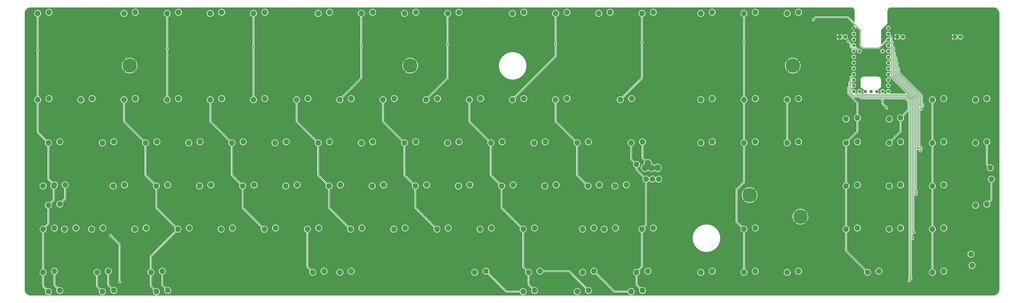
<source format=gtl>
%TF.GenerationSoftware,KiCad,Pcbnew,(6.0.10)*%
%TF.CreationDate,2023-01-23T12:02:21-06:00*%
%TF.ProjectId,AT101W,41543130-3157-42e6-9b69-6361645f7063,rev?*%
%TF.SameCoordinates,Original*%
%TF.FileFunction,Copper,L1,Top*%
%TF.FilePolarity,Positive*%
%FSLAX46Y46*%
G04 Gerber Fmt 4.6, Leading zero omitted, Abs format (unit mm)*
G04 Created by KiCad (PCBNEW (6.0.10)) date 2023-01-23 12:02:21*
%MOMM*%
%LPD*%
G01*
G04 APERTURE LIST*
%TA.AperFunction,ComponentPad*%
%ADD10R,1.800000X1.800000*%
%TD*%
%TA.AperFunction,ComponentPad*%
%ADD11C,1.800000*%
%TD*%
%TA.AperFunction,ComponentPad*%
%ADD12C,2.500000*%
%TD*%
%TA.AperFunction,ComponentPad*%
%ADD13C,3.048000*%
%TD*%
%TA.AperFunction,ComponentPad*%
%ADD14C,6.350000*%
%TD*%
%TA.AperFunction,ComponentPad*%
%ADD15C,1.450000*%
%TD*%
%TA.AperFunction,ViaPad*%
%ADD16C,0.800000*%
%TD*%
%TA.AperFunction,Conductor*%
%ADD17C,0.250000*%
%TD*%
G04 APERTURE END LIST*
D10*
X370482813Y-25400000D03*
D11*
X373022813Y-25400000D03*
D10*
X395882813Y-25400000D03*
D11*
X398422813Y-25400000D03*
D10*
X421282813Y-25400000D03*
D11*
X423822813Y-25400000D03*
D12*
X18931250Y-129350000D03*
X23931250Y-128850000D03*
X42743750Y-129350000D03*
X47743750Y-128850000D03*
X16550000Y-15050000D03*
X21550000Y-14550000D03*
X54650000Y-15050000D03*
X59650000Y-14550000D03*
X73700000Y-15050000D03*
X78700000Y-14550000D03*
X92750000Y-15050000D03*
X97750000Y-14550000D03*
X111800000Y-15050000D03*
X116800000Y-14550000D03*
X140375000Y-15050000D03*
X145375000Y-14550000D03*
X159425000Y-15050000D03*
X164425000Y-14550000D03*
X178475000Y-15050000D03*
X183475000Y-14550000D03*
X197525000Y-15050000D03*
X202525000Y-14550000D03*
X226100000Y-15050000D03*
X231100000Y-14550000D03*
X245150000Y-15050000D03*
X250150000Y-14550000D03*
X264200000Y-15050000D03*
X269200000Y-14550000D03*
X283250000Y-15050000D03*
X288250000Y-14550000D03*
X309245313Y-15050000D03*
X314245313Y-14550000D03*
X328295313Y-15050000D03*
X333295313Y-14550000D03*
X347345313Y-15050000D03*
X352345313Y-14550000D03*
X66556250Y-129350000D03*
X71556250Y-128850000D03*
X137993750Y-129350000D03*
X142993750Y-128850000D03*
X16550000Y-53150000D03*
X21550000Y-52650000D03*
X35600000Y-53150000D03*
X40600000Y-52650000D03*
X54650000Y-53150000D03*
X59650000Y-52650000D03*
X73700000Y-53150000D03*
X78700000Y-52650000D03*
X92750000Y-53150000D03*
X97750000Y-52650000D03*
X111800000Y-53150000D03*
X116800000Y-52650000D03*
X130850000Y-53150000D03*
X135850000Y-52650000D03*
X149900000Y-53150000D03*
X154900000Y-52650000D03*
X168950000Y-53150000D03*
X173950000Y-52650000D03*
X188000000Y-53150000D03*
X193000000Y-52650000D03*
X207050000Y-53150000D03*
X212050000Y-52650000D03*
X226100000Y-53150000D03*
X231100000Y-52650000D03*
X245150000Y-53150000D03*
X250150000Y-52650000D03*
X273725000Y-53150000D03*
X278725000Y-52650000D03*
X309245313Y-53150000D03*
X314245313Y-52650000D03*
X328295313Y-53150000D03*
X333295313Y-52650000D03*
X347345313Y-53150000D03*
X352345313Y-52650000D03*
X378340625Y-61150000D03*
X373340625Y-61650000D03*
X397390625Y-61150000D03*
X392390625Y-61650000D03*
X411440625Y-53150000D03*
X416440625Y-52650000D03*
X430490625Y-53150000D03*
X435490625Y-52650000D03*
X21312500Y-72200000D03*
X26312500Y-71700000D03*
X45125000Y-72200000D03*
X50125000Y-71700000D03*
X64175000Y-72200000D03*
X69175000Y-71700000D03*
X83225000Y-72200000D03*
X88225000Y-71700000D03*
X102275000Y-72200000D03*
X107275000Y-71700000D03*
X121325000Y-72200000D03*
X126325000Y-71700000D03*
X140375000Y-72200000D03*
X145375000Y-71700000D03*
X159425000Y-72200000D03*
X164425000Y-71700000D03*
X178475000Y-72200000D03*
X183475000Y-71700000D03*
X197525000Y-72200000D03*
X202525000Y-71700000D03*
X216575000Y-72200000D03*
X221575000Y-71700000D03*
X235625000Y-72200000D03*
X240625000Y-71700000D03*
X254675000Y-72200000D03*
X259675000Y-71700000D03*
X278487500Y-72200000D03*
X283487500Y-71700000D03*
X309245313Y-72200000D03*
X314245313Y-71700000D03*
X328295313Y-72200000D03*
X333295313Y-71700000D03*
X347345313Y-72200000D03*
X352345313Y-71700000D03*
X373340625Y-72200000D03*
X378340625Y-71700000D03*
X392390625Y-72200000D03*
X397390625Y-71700000D03*
X411440625Y-72200000D03*
X416440625Y-71700000D03*
X430490625Y-72200000D03*
X435490625Y-71700000D03*
X23693750Y-91250000D03*
X28693750Y-90750000D03*
X49887500Y-91250000D03*
X54887500Y-90750000D03*
X68937500Y-91250000D03*
X73937500Y-90750000D03*
X87987500Y-91250000D03*
X92987500Y-90750000D03*
X107037500Y-91250000D03*
X112037500Y-90750000D03*
X126087500Y-91250000D03*
X131087500Y-90750000D03*
X145137500Y-91250000D03*
X150137500Y-90750000D03*
X164187500Y-91250000D03*
X169187500Y-90750000D03*
X183237500Y-91250000D03*
X188237500Y-90750000D03*
X202287500Y-91250000D03*
X207287500Y-90750000D03*
X221337500Y-91250000D03*
X226337500Y-90750000D03*
X240387500Y-91250000D03*
X245387500Y-90750000D03*
X271343750Y-91250000D03*
X276343750Y-90750000D03*
X392390625Y-91250000D03*
X397390625Y-90750000D03*
X411440625Y-91250000D03*
X416440625Y-90750000D03*
X435490625Y-99250000D03*
X430490625Y-99750000D03*
X28456250Y-110300000D03*
X33456250Y-109800000D03*
X59412500Y-110300000D03*
X64412500Y-109800000D03*
X78462500Y-110300000D03*
X83462500Y-109800000D03*
X97512500Y-110300000D03*
X102512500Y-109800000D03*
X116562500Y-110300000D03*
X121562500Y-109800000D03*
X135612500Y-110300000D03*
X140612500Y-109800000D03*
X154662500Y-110300000D03*
X159662500Y-109800000D03*
X173712500Y-110300000D03*
X178712500Y-109800000D03*
X192762500Y-110300000D03*
X197762500Y-109800000D03*
X211812500Y-110300000D03*
X216812500Y-109800000D03*
X230862500Y-110300000D03*
X235862500Y-109800000D03*
X257056250Y-110300000D03*
X262056250Y-109800000D03*
X283250000Y-110300000D03*
X288250000Y-109800000D03*
X328295313Y-110300000D03*
X333295313Y-109800000D03*
X392390625Y-110300000D03*
X397390625Y-109800000D03*
X411440625Y-110300000D03*
X416440625Y-109800000D03*
X428990625Y-126325000D03*
X428490625Y-121325000D03*
X26312500Y-137350000D03*
X21312500Y-137850000D03*
X50125000Y-137350000D03*
X45125000Y-137850000D03*
X73937500Y-137350000D03*
X68937500Y-137850000D03*
X149900000Y-129350000D03*
X154900000Y-128850000D03*
X209431250Y-129350000D03*
X214431250Y-128850000D03*
X233243750Y-129350000D03*
X238243750Y-128850000D03*
X257056250Y-129350000D03*
X262056250Y-128850000D03*
X280868750Y-129350000D03*
X285868750Y-128850000D03*
X309245313Y-129350000D03*
X314245313Y-128850000D03*
X328295313Y-129350000D03*
X333295313Y-128850000D03*
X347345313Y-129350000D03*
X352345313Y-128850000D03*
X382865625Y-129350000D03*
X387865625Y-128850000D03*
X411440625Y-129350000D03*
X416440625Y-128850000D03*
X436990625Y-83225000D03*
X437490625Y-88225000D03*
X266581250Y-110300000D03*
X271581250Y-109800000D03*
X235862500Y-137350000D03*
X230862500Y-137850000D03*
X259675000Y-137350000D03*
X254675000Y-137850000D03*
X283487500Y-137350000D03*
X278487500Y-137850000D03*
D13*
X287368750Y-83225000D03*
D12*
X287868750Y-88225000D03*
X259437500Y-91250000D03*
X264437500Y-90750000D03*
X40362500Y-110300000D03*
X45362500Y-109800000D03*
X18931250Y-110300000D03*
X23931250Y-109800000D03*
X280868750Y-81725000D03*
D13*
X285868750Y-81225000D03*
X290146875Y-83225000D03*
D12*
X290646875Y-88225000D03*
D13*
X284590625Y-83225000D03*
D12*
X285090625Y-88225000D03*
X26312500Y-99250000D03*
X21312500Y-99750000D03*
D14*
X57150000Y-38100000D03*
X180975000Y-38100000D03*
X349845313Y-38100000D03*
X330795313Y-95250000D03*
X353218750Y-104775000D03*
D12*
X373340625Y-91250000D03*
X378340625Y-90750000D03*
X373340625Y-110300000D03*
X378340625Y-109800000D03*
D15*
X376753438Y-21550313D03*
X376753438Y-24090313D03*
X376753438Y-26630313D03*
X376753438Y-29170313D03*
X376753438Y-31710313D03*
X376753438Y-34250313D03*
X376753438Y-36790313D03*
X376753438Y-39330313D03*
X376753438Y-41870313D03*
X376753438Y-44410313D03*
X376753438Y-46950313D03*
X376753438Y-49490313D03*
X379293438Y-49490313D03*
X381833438Y-49490313D03*
X384373438Y-49490313D03*
X386913438Y-49490313D03*
X389453438Y-49490313D03*
X391993438Y-49490313D03*
X391993438Y-46950313D03*
X391993438Y-44410313D03*
X391993438Y-41870313D03*
X391993438Y-39330313D03*
X391993438Y-36790313D03*
X391993438Y-34250313D03*
X391993438Y-31710313D03*
X391993438Y-29170313D03*
X391993438Y-26630313D03*
X391993438Y-24090313D03*
X391993438Y-21550313D03*
X389453438Y-31710313D03*
X379293438Y-31710313D03*
D12*
X18931250Y-91250000D03*
X23931250Y-90750000D03*
D16*
X406650000Y-57300000D03*
X358850000Y-17850000D03*
X406113462Y-75763462D03*
X406050000Y-55700000D03*
X391300000Y-56750000D03*
X389450000Y-53300000D03*
X404950000Y-74700000D03*
X405965503Y-74700000D03*
X16550000Y-31400000D03*
X73700000Y-30600000D03*
X111800000Y-30050000D03*
X159425000Y-29525000D03*
X197525000Y-28875000D03*
X245150000Y-28350000D03*
X283250000Y-27800000D03*
X328295313Y-27195313D03*
X374200000Y-27288500D03*
X49150000Y-101400000D03*
X301950000Y-100750000D03*
X300200000Y-14400000D03*
X13350000Y-137450000D03*
X299150000Y-23750000D03*
X362150000Y-65800000D03*
X408800000Y-65300000D03*
X120650000Y-123350000D03*
X342100000Y-14350000D03*
X13550000Y-38350000D03*
X32600000Y-39500000D03*
X12550000Y-69300000D03*
X268700000Y-84600000D03*
X385650000Y-105250000D03*
X87350000Y-14650000D03*
X166800000Y-100900000D03*
X146100000Y-136550000D03*
X256450000Y-23600000D03*
X308500000Y-41350000D03*
X438150000Y-15150000D03*
X376000000Y-13400000D03*
X203550000Y-124400000D03*
X307550000Y-84200000D03*
X40650000Y-24000000D03*
X186400000Y-136800000D03*
X37400000Y-121500000D03*
X185600000Y-64200000D03*
X217000000Y-24900000D03*
X34150000Y-136400000D03*
X213450000Y-40150000D03*
X38500000Y-66600000D03*
X406900000Y-124000000D03*
X391050000Y-122450000D03*
X407750000Y-84050000D03*
X59900000Y-137250000D03*
X87950000Y-102100000D03*
X82550000Y-83400000D03*
X133400000Y-24400000D03*
X358400000Y-137100000D03*
X154600000Y-63850000D03*
X392900000Y-13600000D03*
X203900000Y-99200000D03*
X437500000Y-37650000D03*
X86500000Y-37800000D03*
X196650000Y-83950000D03*
X356100000Y-22700000D03*
X160450000Y-82400000D03*
X259700000Y-14600000D03*
X42450000Y-85250000D03*
X384200000Y-41350000D03*
X258050000Y-122850000D03*
X60050000Y-121300000D03*
X400400000Y-137550000D03*
X399300000Y-67150000D03*
X336200000Y-64750000D03*
X130450000Y-14300000D03*
X438150000Y-136550000D03*
X386000000Y-66100000D03*
X315700000Y-137950000D03*
X122100000Y-81950000D03*
X175750000Y-23350000D03*
X13300000Y-104000000D03*
X386950000Y-55250000D03*
X402050000Y-38300000D03*
X242000000Y-102100000D03*
X89800000Y-24000000D03*
X282600000Y-63850000D03*
X76650000Y-64900000D03*
X406600000Y-103000000D03*
X351950000Y-84350000D03*
X38250000Y-13800000D03*
X13200000Y-15700000D03*
X432000000Y-65650000D03*
X257350000Y-38050000D03*
X419700000Y-122250000D03*
X216900000Y-14150000D03*
X173400000Y-14500000D03*
X306150000Y-123000000D03*
X225150000Y-63700000D03*
X130400000Y-36900000D03*
X169750000Y-123900000D03*
X429900000Y-85450000D03*
X356600000Y-121400000D03*
X383900000Y-32750000D03*
X130800000Y-101050000D03*
X90250000Y-123100000D03*
X113950000Y-61350000D03*
X434700000Y-109200000D03*
X385400000Y-85100000D03*
X230150000Y-84050000D03*
X103300000Y-136400000D03*
X404400000Y-93800000D03*
X404200000Y-94850000D03*
X403300000Y-111650000D03*
X402750000Y-114450000D03*
X401950000Y-132150000D03*
X52750000Y-133500000D03*
X401250000Y-132950000D03*
X48800000Y-113100000D03*
D17*
X406900000Y-51200000D02*
X405850000Y-50150000D01*
X393400000Y-27250000D02*
X393950000Y-27800000D01*
X394500000Y-30100000D02*
X394500000Y-31850000D01*
X394500000Y-31850000D02*
X395050000Y-32400000D01*
X393950000Y-29550000D02*
X394500000Y-30100000D01*
X395050000Y-34100000D02*
X395600000Y-34650000D01*
X393950000Y-27800000D02*
X393950000Y-29550000D01*
X395600000Y-36400000D02*
X396150000Y-36950000D01*
X395600000Y-34650000D02*
X395600000Y-36400000D01*
X396700000Y-41000000D02*
X405850000Y-50150000D01*
X406900000Y-54650000D02*
X406900000Y-51200000D01*
X406650000Y-57300000D02*
X406650000Y-56950000D01*
X393400000Y-25496875D02*
X393400000Y-27250000D01*
X407400000Y-55150000D02*
X406900000Y-54650000D01*
X407400000Y-56200000D02*
X407400000Y-55150000D01*
X395050000Y-32400000D02*
X395050000Y-34100000D01*
X396150000Y-36950000D02*
X396150000Y-38700000D01*
X396700000Y-39250000D02*
X396700000Y-41000000D01*
X391993438Y-24090313D02*
X393400000Y-25496875D01*
X396150000Y-38700000D02*
X396700000Y-39250000D01*
X406650000Y-56950000D02*
X407400000Y-56200000D01*
X393400000Y-29800000D02*
X393950000Y-30350000D01*
X406750000Y-74850000D02*
X406750000Y-75126924D01*
X405800000Y-57450000D02*
X405800000Y-73400000D01*
X379777688Y-29227688D02*
X380848811Y-30298811D01*
X406850000Y-55350000D02*
X406850000Y-55850000D01*
X405800000Y-57027631D02*
X405800000Y-57450000D01*
X406350000Y-53100000D02*
X406350000Y-54850000D01*
X374142195Y-16750000D02*
X379777688Y-22385493D01*
X391569687Y-26630313D02*
X391993438Y-26630313D01*
X395050000Y-34900000D02*
X395050000Y-36650000D01*
X393950000Y-32100000D02*
X394500000Y-32650000D01*
X387901189Y-30298811D02*
X391569687Y-26630313D01*
X396150000Y-41250000D02*
X405050000Y-50150000D01*
X406750000Y-75126924D02*
X406113462Y-75763462D01*
X391993438Y-26630313D02*
X393400000Y-28036875D01*
X406350000Y-51450000D02*
X406350000Y-53100000D01*
X406850000Y-55977631D02*
X405800000Y-57027631D01*
X394500000Y-34350000D02*
X395050000Y-34900000D01*
X395050000Y-36650000D02*
X395600000Y-37200000D01*
X406500000Y-74100000D02*
X406750000Y-74350000D01*
X358850000Y-17850000D02*
X359950000Y-16750000D01*
X391993438Y-26706562D02*
X391993438Y-26630313D01*
X379777688Y-22385493D02*
X379777688Y-29227688D01*
X406750000Y-74350000D02*
X406750000Y-74850000D01*
X395600000Y-38950000D02*
X396150000Y-39500000D01*
X393950000Y-30350000D02*
X393950000Y-32100000D01*
X405800000Y-73400000D02*
X406500000Y-74100000D01*
X359950000Y-16750000D02*
X374142195Y-16750000D01*
X380848811Y-30298811D02*
X387901189Y-30298811D01*
X405050000Y-50150000D02*
X406350000Y-51450000D01*
X406350000Y-54850000D02*
X406700000Y-55200000D01*
X406700000Y-55200000D02*
X406850000Y-55350000D01*
X393400000Y-28036875D02*
X393400000Y-29800000D01*
X396150000Y-39500000D02*
X396150000Y-41250000D01*
X406850000Y-55850000D02*
X406850000Y-55977631D01*
X395600000Y-37200000D02*
X395600000Y-38950000D01*
X394500000Y-32650000D02*
X394500000Y-34350000D01*
X394500000Y-36900000D02*
X395050000Y-37450000D01*
X393950000Y-34600000D02*
X394500000Y-35150000D01*
X394500000Y-35150000D02*
X394500000Y-36900000D01*
X393950000Y-32900000D02*
X393950000Y-34600000D01*
X393400000Y-30576875D02*
X393400000Y-32350000D01*
X405800000Y-55450000D02*
X406050000Y-55700000D01*
X405800000Y-51700000D02*
X405800000Y-55450000D01*
X395600000Y-41500000D02*
X405800000Y-51700000D01*
X393400000Y-32350000D02*
X393950000Y-32900000D01*
X391993438Y-29170313D02*
X393400000Y-30576875D01*
X395600000Y-39750000D02*
X395600000Y-41500000D01*
X395050000Y-39200000D02*
X395600000Y-39750000D01*
X395050000Y-37450000D02*
X395050000Y-39200000D01*
X389450000Y-54900000D02*
X391300000Y-56750000D01*
X389450000Y-53300000D02*
X389450000Y-54900000D01*
X283487500Y-78843750D02*
X285868750Y-81225000D01*
X283487500Y-71700000D02*
X283487500Y-78843750D01*
X394500000Y-40250000D02*
X394500000Y-42000000D01*
X391993438Y-34250313D02*
X393400000Y-35656875D01*
X393400000Y-37400000D02*
X393950000Y-37950000D01*
X393400000Y-35656875D02*
X393400000Y-37400000D01*
X394500000Y-42000000D02*
X404700000Y-52200000D01*
X404700000Y-52200000D02*
X404700000Y-74450000D01*
X393950000Y-37950000D02*
X393950000Y-39700000D01*
X404700000Y-74450000D02*
X404950000Y-74700000D01*
X393950000Y-39700000D02*
X394500000Y-40250000D01*
X435490625Y-81725000D02*
X436990625Y-83225000D01*
X435490625Y-71700000D02*
X435490625Y-81725000D01*
X28693750Y-96868750D02*
X26312500Y-99250000D01*
X28693750Y-90750000D02*
X28693750Y-96868750D01*
X405250000Y-73900000D02*
X405965503Y-74615503D01*
X405965503Y-74615503D02*
X405965503Y-74700000D01*
X405250000Y-51950000D02*
X405250000Y-73900000D01*
X395050000Y-41750000D02*
X405250000Y-51950000D01*
X393950000Y-35400000D02*
X393950000Y-37150000D01*
X393400000Y-34850000D02*
X393950000Y-35400000D01*
X393950000Y-37150000D02*
X394500000Y-37700000D01*
X395050000Y-40000000D02*
X395050000Y-41750000D01*
X393400000Y-33116875D02*
X393400000Y-34850000D01*
X394500000Y-39450000D02*
X395050000Y-40000000D01*
X394500000Y-37700000D02*
X394500000Y-39450000D01*
X391993438Y-31710313D02*
X393400000Y-33116875D01*
X23931250Y-128850000D02*
X23931250Y-134968750D01*
X23931250Y-134968750D02*
X26312500Y-137350000D01*
X47743750Y-134968750D02*
X50125000Y-137350000D01*
X47743750Y-128850000D02*
X47743750Y-134968750D01*
X71556250Y-128850000D02*
X71556250Y-134968750D01*
X71556250Y-134968750D02*
X73937500Y-137350000D01*
X230862500Y-137850000D02*
X223431250Y-137850000D01*
X223431250Y-137850000D02*
X214431250Y-128850000D01*
X251175000Y-128850000D02*
X259675000Y-137350000D01*
X238243750Y-128850000D02*
X251175000Y-128850000D01*
X278487500Y-137850000D02*
X271056250Y-137850000D01*
X271056250Y-137850000D02*
X262056250Y-128850000D01*
X23693750Y-91250000D02*
X23693750Y-97368750D01*
X16550000Y-53150000D02*
X16550000Y-67437500D01*
X18931250Y-129350000D02*
X18931250Y-135468750D01*
X21312500Y-107918750D02*
X18931250Y-110300000D01*
X21312500Y-72200000D02*
X21312500Y-88131250D01*
X18931250Y-110300000D02*
X18931250Y-129350000D01*
X18931250Y-135468750D02*
X21312500Y-137850000D01*
X21312500Y-99750000D02*
X21312500Y-107918750D01*
X16550000Y-67437500D02*
X21312500Y-72200000D01*
X42743750Y-129350000D02*
X42743750Y-135468750D01*
X23693750Y-97368750D02*
X21312500Y-99750000D01*
X42743750Y-135468750D02*
X45125000Y-137850000D01*
X16550000Y-31400000D02*
X16550000Y-53150000D01*
X16550000Y-15050000D02*
X16550000Y-31400000D01*
X21312500Y-88131250D02*
X23931250Y-90750000D01*
X64175000Y-72200000D02*
X64175000Y-86487500D01*
X66556250Y-135468750D02*
X68937500Y-137850000D01*
X68937500Y-91250000D02*
X68937500Y-100775000D01*
X54650000Y-53150000D02*
X54650000Y-62675000D01*
X68937500Y-100775000D02*
X78462500Y-110300000D01*
X64175000Y-86487500D02*
X68937500Y-91250000D01*
X66556250Y-122206250D02*
X78462500Y-110300000D01*
X66556250Y-129350000D02*
X66556250Y-135468750D01*
X73700000Y-30600000D02*
X73700000Y-53150000D01*
X54650000Y-62675000D02*
X64175000Y-72200000D01*
X66556250Y-129350000D02*
X66556250Y-122206250D01*
X73700000Y-15050000D02*
X73700000Y-30600000D01*
X111800000Y-53150000D02*
X111800000Y-30050000D01*
X111800000Y-30050000D02*
X111800000Y-15050000D01*
X135612500Y-110300000D02*
X135612500Y-126968750D01*
X92750000Y-53150000D02*
X92750000Y-62675000D01*
X92750000Y-62675000D02*
X102275000Y-72200000D01*
X135612500Y-126968750D02*
X137993750Y-129350000D01*
X107037500Y-91250000D02*
X107037500Y-100775000D01*
X102275000Y-72200000D02*
X102275000Y-86487500D01*
X107037500Y-100775000D02*
X116562500Y-110300000D01*
X102275000Y-86487500D02*
X107037500Y-91250000D01*
X159425000Y-43625000D02*
X149900000Y-53150000D01*
X130850000Y-62675000D02*
X140375000Y-72200000D01*
X159425000Y-15050000D02*
X159425000Y-29525000D01*
X145137500Y-100775000D02*
X154662500Y-110300000D01*
X145137500Y-91250000D02*
X145137500Y-100775000D01*
X159425000Y-29525000D02*
X159425000Y-43625000D01*
X140375000Y-72200000D02*
X140375000Y-86487500D01*
X130850000Y-53150000D02*
X130850000Y-62675000D01*
X140375000Y-86487500D02*
X145137500Y-91250000D01*
X197525000Y-15050000D02*
X197525000Y-28875000D01*
X178475000Y-72200000D02*
X178475000Y-86487500D01*
X168950000Y-62675000D02*
X178475000Y-72200000D01*
X183237500Y-91250000D02*
X183237500Y-100775000D01*
X178475000Y-86487500D02*
X183237500Y-91250000D01*
X168950000Y-53150000D02*
X168950000Y-62675000D01*
X197525000Y-28875000D02*
X197525000Y-43625000D01*
X183237500Y-100775000D02*
X192762500Y-110300000D01*
X197525000Y-43625000D02*
X188000000Y-53150000D01*
X207050000Y-53150000D02*
X207050000Y-62675000D01*
X221337500Y-91250000D02*
X221337500Y-100775000D01*
X233243750Y-129350000D02*
X233243750Y-134731250D01*
X245150000Y-34100000D02*
X226100000Y-53150000D01*
X207050000Y-62675000D02*
X216575000Y-72200000D01*
X216575000Y-72200000D02*
X216575000Y-86487500D01*
X230862500Y-110300000D02*
X230862500Y-126968750D01*
X221337500Y-100775000D02*
X230862500Y-110300000D01*
X245150000Y-15050000D02*
X245150000Y-28350000D01*
X233243750Y-134731250D02*
X235862500Y-137350000D01*
X216575000Y-86487500D02*
X221337500Y-91250000D01*
X245150000Y-28350000D02*
X245150000Y-34100000D01*
X230862500Y-126968750D02*
X233243750Y-129350000D01*
X278487500Y-72200000D02*
X278487500Y-79343750D01*
X285090625Y-88225000D02*
X287868750Y-88225000D01*
X245150000Y-62675000D02*
X254675000Y-72200000D01*
X245150000Y-53150000D02*
X245150000Y-62675000D01*
X285090625Y-108459375D02*
X283250000Y-110300000D01*
X280868750Y-134731250D02*
X283487500Y-137350000D01*
X283250000Y-126968750D02*
X280868750Y-129350000D01*
X254675000Y-86487500D02*
X259437500Y-91250000D01*
X254675000Y-72200000D02*
X254675000Y-86487500D01*
X287868750Y-88225000D02*
X290646875Y-88225000D01*
X285090625Y-88225000D02*
X285090625Y-108459375D01*
X283250000Y-15050000D02*
X283250000Y-27800000D01*
X280868750Y-129350000D02*
X280868750Y-134731250D01*
X283250000Y-27800000D02*
X283250000Y-43625000D01*
X278487500Y-79343750D02*
X280868750Y-81725000D01*
X280868750Y-81725000D02*
X280868750Y-84003125D01*
X283250000Y-110300000D02*
X283250000Y-126968750D01*
X283250000Y-43625000D02*
X273725000Y-53150000D01*
X280868750Y-84003125D02*
X285090625Y-88225000D01*
X328295313Y-110300000D02*
X328295313Y-129350000D01*
X328295313Y-27195313D02*
X328295313Y-53150000D01*
X328295313Y-89604687D02*
X328295313Y-72200000D01*
X328295313Y-110300000D02*
X325000000Y-107004687D01*
X375400000Y-29750000D02*
X375400000Y-28488500D01*
X375400000Y-28488500D02*
X374200000Y-27288500D01*
X376100000Y-30450000D02*
X375400000Y-29750000D01*
X325000000Y-92900000D02*
X328295313Y-89604687D01*
X325000000Y-107004687D02*
X325000000Y-92900000D01*
X328295313Y-53150000D02*
X328295313Y-72200000D01*
X328295313Y-15050000D02*
X328295313Y-27195313D01*
X379293438Y-31710313D02*
X378033125Y-30450000D01*
X378033125Y-30450000D02*
X376100000Y-30450000D01*
X373340625Y-91250000D02*
X373340625Y-72200000D01*
X378340625Y-67200000D02*
X373340625Y-72200000D01*
X347345313Y-53150000D02*
X347345313Y-72200000D01*
X374250000Y-47850000D02*
X374800000Y-47300000D01*
X373340625Y-119825000D02*
X382865625Y-129350000D01*
X374250000Y-50500000D02*
X374250000Y-47850000D01*
X375350000Y-45050000D02*
X375350000Y-43273751D01*
X378340625Y-61150000D02*
X378340625Y-54590625D01*
X374800000Y-47300000D02*
X374800000Y-45600000D01*
X373340625Y-91250000D02*
X373340625Y-110300000D01*
X374800000Y-45600000D02*
X375350000Y-45050000D01*
X378340625Y-67200000D02*
X378340625Y-61150000D01*
X375350000Y-43273751D02*
X376753438Y-41870313D01*
X373340625Y-110300000D02*
X373340625Y-119825000D01*
X378340625Y-54590625D02*
X374250000Y-50500000D01*
X411440625Y-91448438D02*
X411440625Y-72200000D01*
X375350000Y-45813751D02*
X376753438Y-44410313D01*
X374800000Y-48100000D02*
X375350000Y-47550000D01*
X374800000Y-50250000D02*
X374800000Y-48100000D01*
X437490625Y-88225000D02*
X437490625Y-97250000D01*
X397390625Y-67200000D02*
X392390625Y-72200000D01*
X411440625Y-110300000D02*
X411440625Y-129350000D01*
X397390625Y-61150000D02*
X397390625Y-67200000D01*
X400850000Y-57690625D02*
X400850000Y-53800000D01*
X400850000Y-53800000D02*
X399550000Y-52500000D01*
X397390625Y-61150000D02*
X400850000Y-57690625D01*
X376500000Y-51950000D02*
X374800000Y-50250000D01*
X437490625Y-97250000D02*
X435490625Y-99250000D01*
X375350000Y-47550000D02*
X375350000Y-45813751D01*
X399550000Y-52500000D02*
X380000000Y-52500000D01*
X380000000Y-52500000D02*
X379450000Y-51950000D01*
X411440625Y-91448438D02*
X411440625Y-110300000D01*
X379450000Y-51950000D02*
X376500000Y-51950000D01*
X411440625Y-72200000D02*
X411440625Y-53150000D01*
X404150000Y-93550000D02*
X404400000Y-93800000D01*
X404150000Y-52450000D02*
X404150000Y-93550000D01*
X393950000Y-42250000D02*
X404150000Y-52450000D01*
X393400000Y-38196875D02*
X393400000Y-39950000D01*
X393950000Y-40500000D02*
X393950000Y-42250000D01*
X393400000Y-39950000D02*
X393950000Y-40500000D01*
X391993438Y-36790313D02*
X393400000Y-38196875D01*
X393400000Y-42500000D02*
X403600000Y-52700000D01*
X393400000Y-40736875D02*
X393400000Y-42500000D01*
X403600000Y-94250000D02*
X404200000Y-94850000D01*
X403600000Y-52700000D02*
X403600000Y-94250000D01*
X391993438Y-39330313D02*
X393400000Y-40736875D01*
X403050000Y-111400000D02*
X403300000Y-111650000D01*
X403050000Y-111000000D02*
X403050000Y-111400000D01*
X391993438Y-41870313D02*
X403050000Y-52926875D01*
X403050000Y-52926875D02*
X403050000Y-111000000D01*
X400200000Y-50850000D02*
X402250000Y-52900000D01*
X402500000Y-53150000D02*
X402500000Y-53850000D01*
X381900000Y-50850000D02*
X400200000Y-50850000D01*
X402250000Y-52900000D02*
X402500000Y-53150000D01*
X402500000Y-114200000D02*
X402750000Y-114450000D01*
X402500000Y-112000000D02*
X402500000Y-114200000D01*
X379293438Y-49490313D02*
X380653125Y-50850000D01*
X402500000Y-53850000D02*
X402500000Y-112000000D01*
X380653125Y-50850000D02*
X381900000Y-50850000D01*
X378113125Y-50850000D02*
X379850000Y-50850000D01*
X400000000Y-51400000D02*
X401950000Y-53350000D01*
X379850000Y-50850000D02*
X380400000Y-51400000D01*
X380400000Y-51400000D02*
X400000000Y-51400000D01*
X376753438Y-49490313D02*
X378113125Y-50850000D01*
X401950000Y-53350000D02*
X401950000Y-132150000D01*
X379650000Y-51400000D02*
X376700000Y-51400000D01*
X401250000Y-132950000D02*
X401188000Y-132888000D01*
X401188000Y-131762000D02*
X401400000Y-131550000D01*
X401400000Y-131550000D02*
X401400000Y-53550000D01*
X52750000Y-117050000D02*
X48800000Y-113100000D01*
X401188000Y-132888000D02*
X401188000Y-131762000D01*
X380200000Y-51950000D02*
X379650000Y-51400000D01*
X375350000Y-50050000D02*
X375350000Y-48353751D01*
X401400000Y-53550000D02*
X399800000Y-51950000D01*
X376700000Y-51400000D02*
X375350000Y-50050000D01*
X399800000Y-51950000D02*
X380200000Y-51950000D01*
X52750000Y-133500000D02*
X52750000Y-117050000D01*
X375350000Y-48353751D02*
X376753438Y-46950313D01*
%TA.AperFunction,Conductor*%
G36*
X375612679Y-12408226D02*
G01*
X375627284Y-12410500D01*
X375627285Y-12410500D01*
X375636014Y-12411859D01*
X375651036Y-12409895D01*
X375675951Y-12409165D01*
X375844524Y-12421221D01*
X375862035Y-12423739D01*
X376051573Y-12464969D01*
X376068549Y-12469953D01*
X376250305Y-12537744D01*
X376266399Y-12545094D01*
X376436649Y-12638058D01*
X376451532Y-12647623D01*
X376606814Y-12763865D01*
X376620186Y-12775451D01*
X376757356Y-12912623D01*
X376768941Y-12925994D01*
X376885181Y-13081273D01*
X376894747Y-13096157D01*
X376987714Y-13266417D01*
X376995063Y-13282511D01*
X377062848Y-13464256D01*
X377067832Y-13481231D01*
X377109063Y-13670774D01*
X377111581Y-13688286D01*
X377123141Y-13849929D01*
X377122416Y-13867370D01*
X377122314Y-13875709D01*
X377120954Y-13884442D01*
X377123379Y-13902985D01*
X377125016Y-13915507D01*
X377126063Y-13931584D01*
X377126063Y-18903469D01*
X377106378Y-18970508D01*
X377053574Y-19016263D01*
X376984416Y-19026207D01*
X376920860Y-18997182D01*
X376914382Y-18991150D01*
X374445393Y-16522161D01*
X374430266Y-16503432D01*
X374429325Y-16502398D01*
X374423767Y-16493790D01*
X374397640Y-16473193D01*
X374393237Y-16469280D01*
X374393178Y-16469350D01*
X374389275Y-16466043D01*
X374385657Y-16462425D01*
X374370115Y-16451319D01*
X374365467Y-16447830D01*
X374325595Y-16416397D01*
X374317046Y-16413395D01*
X374309676Y-16408128D01*
X374261072Y-16393592D01*
X374255519Y-16391788D01*
X374215012Y-16377563D01*
X374215009Y-16377562D01*
X374207647Y-16374977D01*
X374202140Y-16374500D01*
X374199456Y-16374500D01*
X374196854Y-16374387D01*
X374196780Y-16374365D01*
X374196787Y-16374196D01*
X374196062Y-16374150D01*
X374189908Y-16372310D01*
X374179669Y-16372712D01*
X374179666Y-16372712D01*
X374136614Y-16374404D01*
X374131746Y-16374500D01*
X360003284Y-16374500D01*
X359979349Y-16371953D01*
X359977948Y-16371887D01*
X359967934Y-16369731D01*
X359957761Y-16370935D01*
X359934898Y-16373641D01*
X359929016Y-16373988D01*
X359929023Y-16374078D01*
X359923918Y-16374500D01*
X359918807Y-16374500D01*
X359900404Y-16377563D01*
X359899947Y-16377639D01*
X359894168Y-16378461D01*
X359853968Y-16383219D01*
X359853966Y-16383220D01*
X359843790Y-16384424D01*
X359835623Y-16388346D01*
X359826687Y-16389833D01*
X359790007Y-16409625D01*
X359782043Y-16413922D01*
X359776840Y-16416574D01*
X359731100Y-16438537D01*
X359726869Y-16442094D01*
X359724983Y-16443980D01*
X359723053Y-16445751D01*
X359723000Y-16445779D01*
X359722883Y-16445652D01*
X359722326Y-16446143D01*
X359716671Y-16449194D01*
X359709711Y-16456723D01*
X359709710Y-16456724D01*
X359680447Y-16488381D01*
X359677072Y-16491891D01*
X359005469Y-17163494D01*
X358944146Y-17196979D01*
X358917143Y-17199811D01*
X358809988Y-17199250D01*
X358782158Y-17199104D01*
X358782157Y-17199104D01*
X358774684Y-17199065D01*
X358767421Y-17200809D01*
X358767418Y-17200809D01*
X358698136Y-17217442D01*
X358621588Y-17235820D01*
X358481679Y-17308032D01*
X358363034Y-17411533D01*
X358272501Y-17540348D01*
X358215309Y-17687039D01*
X358194758Y-17843138D01*
X358195578Y-17850566D01*
X358195578Y-17850568D01*
X358197474Y-17867744D01*
X358212035Y-17999633D01*
X358266143Y-18147490D01*
X358353958Y-18278172D01*
X358376183Y-18298395D01*
X358464878Y-18379102D01*
X358464882Y-18379105D01*
X358470410Y-18384135D01*
X358608776Y-18459262D01*
X358711031Y-18486088D01*
X358753841Y-18497319D01*
X358753843Y-18497319D01*
X358761069Y-18499215D01*
X358838127Y-18500425D01*
X358911025Y-18501571D01*
X358911028Y-18501571D01*
X358918495Y-18501688D01*
X358925776Y-18500020D01*
X358925780Y-18500020D01*
X359064681Y-18468207D01*
X359071968Y-18466538D01*
X359212625Y-18395795D01*
X359218306Y-18390943D01*
X359218309Y-18390941D01*
X359326666Y-18298395D01*
X359326667Y-18298394D01*
X359332348Y-18293542D01*
X359343393Y-18278172D01*
X359363798Y-18249775D01*
X359424224Y-18165683D01*
X359482950Y-18019598D01*
X359484793Y-18006649D01*
X359504562Y-17867744D01*
X359504562Y-17867740D01*
X359505134Y-17863723D01*
X359505278Y-17850000D01*
X359499116Y-17799077D01*
X359510604Y-17730159D01*
X359534537Y-17696500D01*
X360069218Y-17161819D01*
X360130541Y-17128334D01*
X360156899Y-17125500D01*
X373935296Y-17125500D01*
X374002335Y-17145185D01*
X374022977Y-17161819D01*
X377348978Y-20487820D01*
X377382462Y-20549142D01*
X377377478Y-20618834D01*
X377335606Y-20674767D01*
X377270142Y-20699184D01*
X377202319Y-20684577D01*
X377138432Y-20650034D01*
X377127292Y-20645351D01*
X376956238Y-20592400D01*
X376944403Y-20589971D01*
X376766307Y-20571253D01*
X376754241Y-20571168D01*
X376575892Y-20587399D01*
X376564043Y-20589659D01*
X376392248Y-20640221D01*
X376381051Y-20644745D01*
X376278893Y-20698152D01*
X376268901Y-20707788D01*
X376271316Y-20714638D01*
X377584051Y-22027373D01*
X377596232Y-22034024D01*
X377602860Y-22029063D01*
X377645460Y-21954073D01*
X377650369Y-21943045D01*
X377706895Y-21773121D01*
X377709569Y-21761350D01*
X377732339Y-21581110D01*
X377732822Y-21574201D01*
X377733108Y-21553773D01*
X377732818Y-21546867D01*
X377715089Y-21366055D01*
X377712744Y-21354213D01*
X377660985Y-21182777D01*
X377656383Y-21171612D01*
X377618546Y-21100451D01*
X377604453Y-21032017D01*
X377629595Y-20966828D01*
X377685990Y-20925580D01*
X377755733Y-20921370D01*
X377815712Y-20954555D01*
X379365869Y-22504712D01*
X379399354Y-22566035D01*
X379402188Y-22592393D01*
X379402188Y-29174404D01*
X379399641Y-29198339D01*
X379399575Y-29199740D01*
X379397419Y-29209754D01*
X379398623Y-29219927D01*
X379401329Y-29242790D01*
X379401676Y-29248672D01*
X379401766Y-29248665D01*
X379402188Y-29253770D01*
X379402188Y-29258881D01*
X379403027Y-29263921D01*
X379405327Y-29277741D01*
X379406149Y-29283520D01*
X379409576Y-29312472D01*
X379412112Y-29333898D01*
X379416034Y-29342065D01*
X379417521Y-29351001D01*
X379440972Y-29394463D01*
X379441610Y-29395645D01*
X379444262Y-29400848D01*
X379466225Y-29446588D01*
X379469782Y-29450819D01*
X379471668Y-29452705D01*
X379473439Y-29454635D01*
X379473467Y-29454688D01*
X379473340Y-29454805D01*
X379473831Y-29455362D01*
X379476882Y-29461017D01*
X379484411Y-29467977D01*
X379484412Y-29467978D01*
X379516069Y-29497241D01*
X379519579Y-29500616D01*
X380545616Y-30526654D01*
X380560720Y-30545356D01*
X380561679Y-30546410D01*
X380567239Y-30555021D01*
X380575289Y-30561367D01*
X380593362Y-30575615D01*
X380597773Y-30579535D01*
X380597832Y-30579465D01*
X380601732Y-30582770D01*
X380605349Y-30586387D01*
X380609502Y-30589355D01*
X380609513Y-30589364D01*
X380620911Y-30597508D01*
X380625586Y-30601018D01*
X380641611Y-30613651D01*
X380665411Y-30632414D01*
X380673959Y-30635416D01*
X380681330Y-30640683D01*
X380691147Y-30643619D01*
X380691149Y-30643620D01*
X380729938Y-30655220D01*
X380735496Y-30657026D01*
X380775997Y-30671249D01*
X380775999Y-30671250D01*
X380783359Y-30673834D01*
X380788866Y-30674311D01*
X380791549Y-30674311D01*
X380794148Y-30674424D01*
X380794226Y-30674447D01*
X380794219Y-30674615D01*
X380794940Y-30674660D01*
X380801098Y-30676502D01*
X380811336Y-30676100D01*
X380811338Y-30676100D01*
X380854417Y-30674407D01*
X380859285Y-30674311D01*
X387847905Y-30674311D01*
X387871840Y-30676858D01*
X387873241Y-30676924D01*
X387883255Y-30679080D01*
X387893428Y-30677876D01*
X387916291Y-30675170D01*
X387922173Y-30674823D01*
X387922166Y-30674733D01*
X387927271Y-30674311D01*
X387932382Y-30674311D01*
X387951242Y-30671172D01*
X387957021Y-30670350D01*
X387997221Y-30665592D01*
X387997223Y-30665591D01*
X388007399Y-30664387D01*
X388015566Y-30660465D01*
X388024502Y-30658978D01*
X388069147Y-30634888D01*
X388074352Y-30632236D01*
X388113056Y-30613651D01*
X388113055Y-30613651D01*
X388120089Y-30610274D01*
X388124320Y-30606717D01*
X388126206Y-30604831D01*
X388128136Y-30603060D01*
X388128189Y-30603032D01*
X388128306Y-30603159D01*
X388128863Y-30602668D01*
X388134518Y-30599617D01*
X388146777Y-30586356D01*
X388170742Y-30560430D01*
X388174117Y-30556920D01*
X391279595Y-27451443D01*
X391340918Y-27417958D01*
X391410610Y-27422942D01*
X391433920Y-27435141D01*
X391434013Y-27435220D01*
X391532473Y-27490247D01*
X391580462Y-27517067D01*
X391601008Y-27528550D01*
X391734360Y-27571879D01*
X391756181Y-27578969D01*
X391782950Y-27587667D01*
X391788968Y-27588385D01*
X391788970Y-27588385D01*
X391926056Y-27604731D01*
X391972910Y-27610318D01*
X391978954Y-27609853D01*
X391978955Y-27609853D01*
X392037488Y-27605349D01*
X392163651Y-27595641D01*
X392280379Y-27563050D01*
X392300300Y-27557488D01*
X392370163Y-27558419D01*
X392421327Y-27589239D01*
X392988181Y-28156093D01*
X393021666Y-28217416D01*
X393024500Y-28243774D01*
X393024500Y-28542782D01*
X393004815Y-28609821D01*
X392952011Y-28655576D01*
X392882853Y-28665520D01*
X392819297Y-28636495D01*
X392804407Y-28621153D01*
X392800630Y-28616521D01*
X392688973Y-28479616D01*
X392564154Y-28376357D01*
X392546246Y-28361542D01*
X392546244Y-28361541D01*
X392541570Y-28357674D01*
X392373289Y-28266684D01*
X392190539Y-28210114D01*
X392000281Y-28190117D01*
X391994248Y-28190666D01*
X391994244Y-28190666D01*
X391815805Y-28206905D01*
X391815803Y-28206905D01*
X391809763Y-28207455D01*
X391803944Y-28209168D01*
X391803942Y-28209168D01*
X391632056Y-28259757D01*
X391632051Y-28259759D01*
X391626241Y-28261469D01*
X391620871Y-28264276D01*
X391620867Y-28264278D01*
X391556987Y-28297674D01*
X391456706Y-28350100D01*
X391360942Y-28427096D01*
X391312383Y-28466139D01*
X391307614Y-28469973D01*
X391184645Y-28616521D01*
X391092483Y-28784163D01*
X391090649Y-28789945D01*
X391090648Y-28789947D01*
X391042200Y-28942676D01*
X391034638Y-28966514D01*
X391033962Y-28972542D01*
X391014199Y-29148741D01*
X391013314Y-29156627D01*
X391029322Y-29347261D01*
X391030992Y-29353083D01*
X391030992Y-29353086D01*
X391043935Y-29398223D01*
X391082052Y-29531156D01*
X391084825Y-29536552D01*
X391084826Y-29536554D01*
X391123437Y-29611682D01*
X391169498Y-29701306D01*
X391173264Y-29706058D01*
X391173265Y-29706059D01*
X391232816Y-29781193D01*
X391288327Y-29851231D01*
X391434013Y-29975220D01*
X391439311Y-29978181D01*
X391595708Y-30065588D01*
X391601008Y-30068550D01*
X391692935Y-30098419D01*
X391767793Y-30122742D01*
X391782950Y-30127667D01*
X391788968Y-30128385D01*
X391788970Y-30128385D01*
X391926056Y-30144731D01*
X391972910Y-30150318D01*
X391978954Y-30149853D01*
X391978955Y-30149853D01*
X392037488Y-30145349D01*
X392163651Y-30135641D01*
X392286443Y-30101357D01*
X392300300Y-30097488D01*
X392370163Y-30098419D01*
X392421327Y-30129239D01*
X392988181Y-30696093D01*
X393021666Y-30757416D01*
X393024500Y-30783774D01*
X393024500Y-31082782D01*
X393004815Y-31149821D01*
X392952011Y-31195576D01*
X392882853Y-31205520D01*
X392819297Y-31176495D01*
X392804407Y-31161153D01*
X392800630Y-31156521D01*
X392688973Y-31019616D01*
X392541570Y-30897674D01*
X392373289Y-30806684D01*
X392190539Y-30750114D01*
X392000281Y-30730117D01*
X391994248Y-30730666D01*
X391994244Y-30730666D01*
X391815805Y-30746905D01*
X391815803Y-30746905D01*
X391809763Y-30747455D01*
X391803944Y-30749168D01*
X391803942Y-30749168D01*
X391632056Y-30799757D01*
X391632051Y-30799759D01*
X391626241Y-30801469D01*
X391620871Y-30804276D01*
X391620867Y-30804278D01*
X391546358Y-30843231D01*
X391456706Y-30890100D01*
X391307614Y-31009973D01*
X391184645Y-31156521D01*
X391092483Y-31324163D01*
X391090649Y-31329945D01*
X391090648Y-31329947D01*
X391086641Y-31342580D01*
X391034638Y-31506514D01*
X391033962Y-31512542D01*
X391014005Y-31690469D01*
X391013314Y-31696627D01*
X391029322Y-31887261D01*
X391030992Y-31893083D01*
X391030992Y-31893086D01*
X391039129Y-31921463D01*
X391082052Y-32071156D01*
X391169498Y-32241306D01*
X391173264Y-32246058D01*
X391173265Y-32246059D01*
X391278646Y-32379016D01*
X391288327Y-32391231D01*
X391434013Y-32515220D01*
X391601008Y-32608550D01*
X391782950Y-32667667D01*
X391788968Y-32668385D01*
X391788970Y-32668385D01*
X391926056Y-32684731D01*
X391972910Y-32690318D01*
X391978954Y-32689853D01*
X391978955Y-32689853D01*
X392037488Y-32685349D01*
X392163651Y-32675641D01*
X392300300Y-32637488D01*
X392370163Y-32638419D01*
X392421327Y-32669239D01*
X392988181Y-33236093D01*
X393021666Y-33297416D01*
X393024500Y-33323774D01*
X393024500Y-33622782D01*
X393004815Y-33689821D01*
X392952011Y-33735576D01*
X392882853Y-33745520D01*
X392819297Y-33716495D01*
X392804407Y-33701153D01*
X392800630Y-33696521D01*
X392688973Y-33559616D01*
X392541570Y-33437674D01*
X392373289Y-33346684D01*
X392190539Y-33290114D01*
X392000281Y-33270117D01*
X391994248Y-33270666D01*
X391994244Y-33270666D01*
X391815805Y-33286905D01*
X391815803Y-33286905D01*
X391809763Y-33287455D01*
X391803944Y-33289168D01*
X391803942Y-33289168D01*
X391632056Y-33339757D01*
X391632051Y-33339759D01*
X391626241Y-33341469D01*
X391620871Y-33344276D01*
X391620867Y-33344278D01*
X391537400Y-33387914D01*
X391456706Y-33430100D01*
X391307614Y-33549973D01*
X391184645Y-33696521D01*
X391092483Y-33864163D01*
X391090649Y-33869945D01*
X391090648Y-33869947D01*
X391086641Y-33882580D01*
X391034638Y-34046514D01*
X391033962Y-34052542D01*
X391022030Y-34158924D01*
X391013314Y-34236627D01*
X391029322Y-34427261D01*
X391082052Y-34611156D01*
X391084825Y-34616552D01*
X391084826Y-34616554D01*
X391115024Y-34675312D01*
X391169498Y-34781306D01*
X391173264Y-34786058D01*
X391173265Y-34786059D01*
X391274820Y-34914189D01*
X391288327Y-34931231D01*
X391434013Y-35055220D01*
X391439311Y-35058181D01*
X391467990Y-35074209D01*
X391601008Y-35148550D01*
X391782950Y-35207667D01*
X391788968Y-35208385D01*
X391788970Y-35208385D01*
X391926056Y-35224731D01*
X391972910Y-35230318D01*
X391978954Y-35229853D01*
X391978955Y-35229853D01*
X392037488Y-35225349D01*
X392163651Y-35215641D01*
X392300300Y-35177488D01*
X392370163Y-35178419D01*
X392421327Y-35209239D01*
X392988181Y-35776093D01*
X393021666Y-35837416D01*
X393024500Y-35863774D01*
X393024500Y-36162782D01*
X393004815Y-36229821D01*
X392952011Y-36275576D01*
X392882853Y-36285520D01*
X392819297Y-36256495D01*
X392804407Y-36241153D01*
X392800630Y-36236521D01*
X392688973Y-36099616D01*
X392541570Y-35977674D01*
X392373289Y-35886684D01*
X392190539Y-35830114D01*
X392000281Y-35810117D01*
X391994248Y-35810666D01*
X391994244Y-35810666D01*
X391815805Y-35826905D01*
X391815803Y-35826905D01*
X391809763Y-35827455D01*
X391803944Y-35829168D01*
X391803942Y-35829168D01*
X391632056Y-35879757D01*
X391632051Y-35879759D01*
X391626241Y-35881469D01*
X391620871Y-35884276D01*
X391620867Y-35884278D01*
X391537400Y-35927914D01*
X391456706Y-35970100D01*
X391307614Y-36089973D01*
X391184645Y-36236521D01*
X391092483Y-36404163D01*
X391090649Y-36409945D01*
X391090648Y-36409947D01*
X391086641Y-36422580D01*
X391034638Y-36586514D01*
X391033962Y-36592542D01*
X391017632Y-36738133D01*
X391013314Y-36776627D01*
X391029322Y-36967261D01*
X391030992Y-36973083D01*
X391030992Y-36973086D01*
X391039650Y-37003280D01*
X391082052Y-37151156D01*
X391169498Y-37321306D01*
X391173264Y-37326058D01*
X391173265Y-37326059D01*
X391196261Y-37355072D01*
X391288327Y-37471231D01*
X391434013Y-37595220D01*
X391601008Y-37688550D01*
X391782950Y-37747667D01*
X391788968Y-37748385D01*
X391788970Y-37748385D01*
X391926056Y-37764731D01*
X391972910Y-37770318D01*
X391978954Y-37769853D01*
X391978955Y-37769853D01*
X392037488Y-37765349D01*
X392163651Y-37755641D01*
X392300300Y-37717488D01*
X392370163Y-37718419D01*
X392421327Y-37749239D01*
X392988181Y-38316093D01*
X393021666Y-38377416D01*
X393024500Y-38403774D01*
X393024500Y-38702782D01*
X393004815Y-38769821D01*
X392952011Y-38815576D01*
X392882853Y-38825520D01*
X392819297Y-38796495D01*
X392804407Y-38781153D01*
X392800630Y-38776521D01*
X392688973Y-38639616D01*
X392583956Y-38552739D01*
X392546246Y-38521542D01*
X392546244Y-38521541D01*
X392541570Y-38517674D01*
X392373289Y-38426684D01*
X392190539Y-38370114D01*
X392000281Y-38350117D01*
X391994248Y-38350666D01*
X391994244Y-38350666D01*
X391815805Y-38366905D01*
X391815803Y-38366905D01*
X391809763Y-38367455D01*
X391803944Y-38369168D01*
X391803942Y-38369168D01*
X391632056Y-38419757D01*
X391632051Y-38419759D01*
X391626241Y-38421469D01*
X391620871Y-38424276D01*
X391620867Y-38424278D01*
X391561769Y-38455174D01*
X391456706Y-38510100D01*
X391368795Y-38580782D01*
X391314378Y-38624535D01*
X391307614Y-38629973D01*
X391184645Y-38776521D01*
X391092483Y-38944163D01*
X391090649Y-38949945D01*
X391090648Y-38949947D01*
X391066247Y-39026869D01*
X391034638Y-39126514D01*
X391032700Y-39143790D01*
X391017495Y-39279355D01*
X391013314Y-39316627D01*
X391029322Y-39507261D01*
X391082052Y-39691156D01*
X391169498Y-39861306D01*
X391173264Y-39866058D01*
X391173265Y-39866059D01*
X391192111Y-39889836D01*
X391288327Y-40011231D01*
X391434013Y-40135220D01*
X391439311Y-40138181D01*
X391532133Y-40190057D01*
X391601008Y-40228550D01*
X391782950Y-40287667D01*
X391788968Y-40288385D01*
X391788970Y-40288385D01*
X391926056Y-40304731D01*
X391972910Y-40310318D01*
X391978954Y-40309853D01*
X391978955Y-40309853D01*
X392037488Y-40305349D01*
X392163651Y-40295641D01*
X392300300Y-40257488D01*
X392370163Y-40258419D01*
X392421327Y-40289239D01*
X392988181Y-40856093D01*
X393021666Y-40917416D01*
X393024500Y-40943774D01*
X393024500Y-41242782D01*
X393004815Y-41309821D01*
X392952011Y-41355576D01*
X392882853Y-41365520D01*
X392819297Y-41336495D01*
X392804407Y-41321153D01*
X392800630Y-41316521D01*
X392688973Y-41179616D01*
X392541570Y-41057674D01*
X392373289Y-40966684D01*
X392190539Y-40910114D01*
X392000281Y-40890117D01*
X391994248Y-40890666D01*
X391994244Y-40890666D01*
X391815805Y-40906905D01*
X391815803Y-40906905D01*
X391809763Y-40907455D01*
X391803944Y-40909168D01*
X391803942Y-40909168D01*
X391632056Y-40959757D01*
X391632051Y-40959759D01*
X391626241Y-40961469D01*
X391620871Y-40964276D01*
X391620867Y-40964278D01*
X391537400Y-41007914D01*
X391456706Y-41050100D01*
X391307614Y-41169973D01*
X391184645Y-41316521D01*
X391092483Y-41484163D01*
X391090649Y-41489945D01*
X391090648Y-41489947D01*
X391079238Y-41525917D01*
X391034638Y-41666514D01*
X391033962Y-41672542D01*
X391022222Y-41777212D01*
X391013314Y-41856627D01*
X391029322Y-42047261D01*
X391082052Y-42231156D01*
X391084825Y-42236552D01*
X391084826Y-42236554D01*
X391089666Y-42245971D01*
X391169498Y-42401306D01*
X391288327Y-42551231D01*
X391434013Y-42675220D01*
X391601008Y-42768550D01*
X391782950Y-42827667D01*
X391788968Y-42828385D01*
X391788970Y-42828385D01*
X391909232Y-42842725D01*
X391972910Y-42850318D01*
X391978954Y-42849853D01*
X391978955Y-42849853D01*
X392051821Y-42844246D01*
X392163651Y-42835641D01*
X392300300Y-42797488D01*
X392370163Y-42798419D01*
X392421327Y-42829239D01*
X399854907Y-50262819D01*
X399888392Y-50324142D01*
X399883408Y-50393834D01*
X399841536Y-50449767D01*
X399776072Y-50474184D01*
X399767226Y-50474500D01*
X392678402Y-50474500D01*
X392611363Y-50454815D01*
X392565608Y-50402011D01*
X392555664Y-50332853D01*
X392584689Y-50269297D01*
X392602060Y-50252787D01*
X392664636Y-50203897D01*
X392664640Y-50203893D01*
X392669417Y-50200161D01*
X392673373Y-50195577D01*
X392673377Y-50195574D01*
X392790458Y-50059933D01*
X392794420Y-50055343D01*
X392888914Y-49889004D01*
X392949299Y-49707479D01*
X392973276Y-49517682D01*
X392973658Y-49490313D01*
X392954990Y-49299921D01*
X392899697Y-49116780D01*
X392809884Y-48947868D01*
X392688973Y-48799616D01*
X392541570Y-48677674D01*
X392373289Y-48586684D01*
X392190539Y-48530114D01*
X392000281Y-48510117D01*
X391994248Y-48510666D01*
X391994244Y-48510666D01*
X391815805Y-48526905D01*
X391815803Y-48526905D01*
X391809763Y-48527455D01*
X391803944Y-48529168D01*
X391803942Y-48529168D01*
X391632056Y-48579757D01*
X391632051Y-48579759D01*
X391626241Y-48581469D01*
X391620871Y-48584276D01*
X391620867Y-48584278D01*
X391537400Y-48627914D01*
X391456706Y-48670100D01*
X391307614Y-48789973D01*
X391184645Y-48936521D01*
X391092483Y-49104163D01*
X391090649Y-49109945D01*
X391090648Y-49109947D01*
X391086641Y-49122580D01*
X391034638Y-49286514D01*
X391013314Y-49476627D01*
X391029322Y-49667261D01*
X391082052Y-49851156D01*
X391169498Y-50021306D01*
X391288327Y-50171231D01*
X391326709Y-50203897D01*
X391388011Y-50256069D01*
X391426306Y-50314510D01*
X391426927Y-50384377D01*
X391389676Y-50443488D01*
X391326381Y-50473076D01*
X391307644Y-50474500D01*
X390138402Y-50474500D01*
X390071363Y-50454815D01*
X390025608Y-50402011D01*
X390015664Y-50332853D01*
X390044689Y-50269297D01*
X390062060Y-50252787D01*
X390124636Y-50203897D01*
X390124640Y-50203893D01*
X390129417Y-50200161D01*
X390133373Y-50195577D01*
X390133377Y-50195574D01*
X390250458Y-50059933D01*
X390254420Y-50055343D01*
X390348914Y-49889004D01*
X390409299Y-49707479D01*
X390433276Y-49517682D01*
X390433658Y-49490313D01*
X390414990Y-49299921D01*
X390359697Y-49116780D01*
X390269884Y-48947868D01*
X390148973Y-48799616D01*
X390001570Y-48677674D01*
X389833289Y-48586684D01*
X389650539Y-48530114D01*
X389460281Y-48510117D01*
X389454248Y-48510666D01*
X389454244Y-48510666D01*
X389275805Y-48526905D01*
X389275803Y-48526905D01*
X389269763Y-48527455D01*
X389263944Y-48529168D01*
X389263942Y-48529168D01*
X389092056Y-48579757D01*
X389092051Y-48579759D01*
X389086241Y-48581469D01*
X389080871Y-48584276D01*
X389080867Y-48584278D01*
X388997400Y-48627914D01*
X388916706Y-48670100D01*
X388767614Y-48789973D01*
X388644645Y-48936521D01*
X388552483Y-49104163D01*
X388550649Y-49109945D01*
X388550648Y-49109947D01*
X388546641Y-49122580D01*
X388494638Y-49286514D01*
X388473314Y-49476627D01*
X388489322Y-49667261D01*
X388542052Y-49851156D01*
X388629498Y-50021306D01*
X388748327Y-50171231D01*
X388786709Y-50203897D01*
X388848011Y-50256069D01*
X388886306Y-50314510D01*
X388886927Y-50384377D01*
X388849676Y-50443488D01*
X388786381Y-50473076D01*
X388767644Y-50474500D01*
X387598402Y-50474500D01*
X387531363Y-50454815D01*
X387485608Y-50402011D01*
X387475664Y-50332853D01*
X387504689Y-50269297D01*
X387522060Y-50252787D01*
X387584636Y-50203897D01*
X387584640Y-50203893D01*
X387589417Y-50200161D01*
X387593373Y-50195577D01*
X387593377Y-50195574D01*
X387710458Y-50059933D01*
X387714420Y-50055343D01*
X387808914Y-49889004D01*
X387869299Y-49707479D01*
X387893276Y-49517682D01*
X387893658Y-49490313D01*
X387874990Y-49299921D01*
X387819697Y-49116780D01*
X387729884Y-48947868D01*
X387608973Y-48799616D01*
X387482611Y-48695081D01*
X387443505Y-48637182D01*
X387441909Y-48567330D01*
X387478330Y-48507705D01*
X387535298Y-48478371D01*
X387574995Y-48469737D01*
X387624873Y-48458889D01*
X387624877Y-48458888D01*
X387629198Y-48457948D01*
X387662529Y-48445517D01*
X387851700Y-48374967D01*
X387851702Y-48374966D01*
X387855845Y-48373421D01*
X388068157Y-48257500D01*
X388258222Y-48115230D01*
X388258261Y-48115201D01*
X388258265Y-48115198D01*
X388261810Y-48112544D01*
X388432863Y-47941504D01*
X388577833Y-47747861D01*
X388585445Y-47733923D01*
X388658418Y-47600295D01*
X388693770Y-47535558D01*
X388778313Y-47308917D01*
X388829741Y-47072551D01*
X388838735Y-46946866D01*
X388839468Y-46936627D01*
X391013314Y-46936627D01*
X391029322Y-47127261D01*
X391030992Y-47133083D01*
X391030992Y-47133086D01*
X391054370Y-47214614D01*
X391082052Y-47311156D01*
X391084825Y-47316552D01*
X391084826Y-47316554D01*
X391098546Y-47343249D01*
X391169498Y-47481306D01*
X391173264Y-47486058D01*
X391173265Y-47486059D01*
X391281072Y-47622077D01*
X391288327Y-47631231D01*
X391434013Y-47755220D01*
X391439311Y-47758181D01*
X391518230Y-47802287D01*
X391601008Y-47848550D01*
X391782950Y-47907667D01*
X391788968Y-47908385D01*
X391788970Y-47908385D01*
X391926056Y-47924731D01*
X391972910Y-47930318D01*
X391978954Y-47929853D01*
X391978955Y-47929853D01*
X392037488Y-47925349D01*
X392163651Y-47915641D01*
X392309268Y-47874984D01*
X392342069Y-47865826D01*
X392342071Y-47865825D01*
X392347910Y-47864195D01*
X392518666Y-47777940D01*
X392669417Y-47660161D01*
X392673373Y-47655577D01*
X392673377Y-47655574D01*
X392790458Y-47519933D01*
X392794420Y-47515343D01*
X392888914Y-47349004D01*
X392933607Y-47214651D01*
X392947386Y-47173231D01*
X392947387Y-47173227D01*
X392949299Y-47167479D01*
X392961849Y-47068134D01*
X392972841Y-46981126D01*
X392972841Y-46981125D01*
X392973276Y-46977682D01*
X392973658Y-46950313D01*
X392964207Y-46853921D01*
X392955582Y-46765957D01*
X392955582Y-46765955D01*
X392954990Y-46759921D01*
X392899697Y-46576780D01*
X392809884Y-46407868D01*
X392688973Y-46259616D01*
X392541570Y-46137674D01*
X392373289Y-46046684D01*
X392190539Y-45990114D01*
X392000281Y-45970117D01*
X391994248Y-45970666D01*
X391994244Y-45970666D01*
X391815805Y-45986905D01*
X391815803Y-45986905D01*
X391809763Y-45987455D01*
X391803944Y-45989168D01*
X391803942Y-45989168D01*
X391632056Y-46039757D01*
X391632051Y-46039759D01*
X391626241Y-46041469D01*
X391620871Y-46044276D01*
X391620867Y-46044278D01*
X391537400Y-46087914D01*
X391456706Y-46130100D01*
X391307614Y-46249973D01*
X391184645Y-46396521D01*
X391092483Y-46564163D01*
X391090649Y-46569945D01*
X391090648Y-46569947D01*
X391086641Y-46582580D01*
X391034638Y-46746514D01*
X391030154Y-46786491D01*
X391021276Y-46865646D01*
X391013314Y-46936627D01*
X388839468Y-46936627D01*
X388844548Y-46865646D01*
X388845951Y-46853921D01*
X388846888Y-46848354D01*
X388846889Y-46848343D01*
X388847683Y-46843625D01*
X388847835Y-46831271D01*
X388843940Y-46804065D01*
X388842688Y-46786491D01*
X388842688Y-44700859D01*
X388844407Y-44680282D01*
X388846889Y-44665530D01*
X388847684Y-44660808D01*
X388847835Y-44648454D01*
X388846804Y-44641250D01*
X388845867Y-44632515D01*
X388843049Y-44593086D01*
X388829757Y-44407162D01*
X388827465Y-44396627D01*
X391013314Y-44396627D01*
X391029322Y-44587261D01*
X391030992Y-44593083D01*
X391030992Y-44593086D01*
X391044804Y-44641255D01*
X391082052Y-44771156D01*
X391084825Y-44776552D01*
X391084826Y-44776554D01*
X391098546Y-44803249D01*
X391169498Y-44941306D01*
X391288327Y-45091231D01*
X391434013Y-45215220D01*
X391601008Y-45308550D01*
X391782950Y-45367667D01*
X391788968Y-45368385D01*
X391788970Y-45368385D01*
X391859140Y-45376752D01*
X391972910Y-45390318D01*
X391978954Y-45389853D01*
X391978955Y-45389853D01*
X392037488Y-45385349D01*
X392163651Y-45375641D01*
X392309268Y-45334984D01*
X392342069Y-45325826D01*
X392342071Y-45325825D01*
X392347910Y-45324195D01*
X392518666Y-45237940D01*
X392669417Y-45120161D01*
X392673373Y-45115577D01*
X392673377Y-45115574D01*
X392790458Y-44979933D01*
X392794420Y-44975343D01*
X392888914Y-44809004D01*
X392928336Y-44690497D01*
X392947386Y-44633231D01*
X392947387Y-44633227D01*
X392949299Y-44627479D01*
X392973276Y-44437682D01*
X392973658Y-44410313D01*
X392958825Y-44259037D01*
X392955582Y-44225957D01*
X392955582Y-44225955D01*
X392954990Y-44219921D01*
X392899697Y-44036780D01*
X392809884Y-43867868D01*
X392688973Y-43719616D01*
X392583956Y-43632739D01*
X392546246Y-43601542D01*
X392546244Y-43601541D01*
X392541570Y-43597674D01*
X392373289Y-43506684D01*
X392190539Y-43450114D01*
X392000281Y-43430117D01*
X391994248Y-43430666D01*
X391994244Y-43430666D01*
X391815805Y-43446905D01*
X391815803Y-43446905D01*
X391809763Y-43447455D01*
X391803944Y-43449168D01*
X391803942Y-43449168D01*
X391632056Y-43499757D01*
X391632051Y-43499759D01*
X391626241Y-43501469D01*
X391620871Y-43504276D01*
X391620867Y-43504278D01*
X391562083Y-43535010D01*
X391456706Y-43590100D01*
X391307614Y-43709973D01*
X391184645Y-43856521D01*
X391092483Y-44024163D01*
X391090649Y-44029945D01*
X391090648Y-44029947D01*
X391050089Y-44157807D01*
X391034638Y-44206514D01*
X391033962Y-44212542D01*
X391014696Y-44384310D01*
X391013314Y-44396627D01*
X388827465Y-44396627D01*
X388778341Y-44170782D01*
X388774471Y-44160404D01*
X388730527Y-44042580D01*
X388693807Y-43944125D01*
X388619267Y-43807612D01*
X388579999Y-43735696D01*
X388579996Y-43735691D01*
X388577875Y-43731807D01*
X388575220Y-43728260D01*
X388435564Y-43541698D01*
X388435562Y-43541695D01*
X388432907Y-43538149D01*
X388261852Y-43367094D01*
X388068195Y-43222125D01*
X387918249Y-43140251D01*
X387859763Y-43108316D01*
X387859759Y-43108314D01*
X387855876Y-43106194D01*
X387652356Y-43030289D01*
X387633362Y-43023205D01*
X387633360Y-43023204D01*
X387629219Y-43021660D01*
X387478897Y-42988963D01*
X387397170Y-42971186D01*
X387397169Y-42971186D01*
X387392839Y-42970244D01*
X387185918Y-42955450D01*
X387174210Y-42954051D01*
X387163901Y-42952317D01*
X387151547Y-42952166D01*
X387128614Y-42955451D01*
X387124362Y-42956060D01*
X387106780Y-42957313D01*
X381449276Y-42957313D01*
X381428707Y-42955595D01*
X381409220Y-42952317D01*
X381396866Y-42952166D01*
X381392128Y-42952845D01*
X381392120Y-42952845D01*
X381390535Y-42953072D01*
X381381815Y-42954007D01*
X381259975Y-42962725D01*
X381155574Y-42970194D01*
X381151244Y-42971136D01*
X380923514Y-43020680D01*
X380923509Y-43020681D01*
X380919195Y-43021620D01*
X380692541Y-43106164D01*
X380480225Y-43222103D01*
X380286571Y-43367078D01*
X380283440Y-43370209D01*
X380249058Y-43404593D01*
X380115521Y-43538138D01*
X379970555Y-43731800D01*
X379968433Y-43735686D01*
X379968430Y-43735691D01*
X379877847Y-43901593D01*
X379854627Y-43944121D01*
X379770095Y-44170780D01*
X379769155Y-44175104D01*
X379769154Y-44175106D01*
X379722284Y-44390597D01*
X379718681Y-44407161D01*
X379706297Y-44580391D01*
X379703889Y-44614075D01*
X379702487Y-44625803D01*
X379700755Y-44636100D01*
X379700604Y-44648454D01*
X379701284Y-44653200D01*
X379704498Y-44675638D01*
X379705751Y-44693221D01*
X379705751Y-46778855D01*
X379704033Y-46799422D01*
X379700754Y-46818917D01*
X379700604Y-46831271D01*
X379701583Y-46838105D01*
X379702517Y-46846813D01*
X379718671Y-47072555D01*
X379719613Y-47076883D01*
X379719614Y-47076891D01*
X379731841Y-47133086D01*
X379770099Y-47308926D01*
X379771647Y-47313076D01*
X379848656Y-47519527D01*
X379854641Y-47535573D01*
X379856762Y-47539457D01*
X379968445Y-47743976D01*
X379970577Y-47747881D01*
X379973233Y-47751428D01*
X379973233Y-47751429D01*
X380096513Y-47916106D01*
X380115546Y-47941531D01*
X380286597Y-48112579D01*
X380480250Y-48257543D01*
X380692561Y-48373474D01*
X380696704Y-48375019D01*
X380696710Y-48375022D01*
X380877073Y-48442295D01*
X380919209Y-48458011D01*
X381104210Y-48498258D01*
X381151256Y-48508493D01*
X381151258Y-48508493D01*
X381155582Y-48509434D01*
X381160001Y-48509750D01*
X381162748Y-48510145D01*
X381226304Y-48539169D01*
X381264079Y-48597947D01*
X381264080Y-48667816D01*
X381222801Y-48729521D01*
X381147614Y-48789973D01*
X381024645Y-48936521D01*
X380932483Y-49104163D01*
X380930649Y-49109945D01*
X380930648Y-49109947D01*
X380926641Y-49122580D01*
X380874638Y-49286514D01*
X380853314Y-49476627D01*
X380869322Y-49667261D01*
X380922052Y-49851156D01*
X381009498Y-50021306D01*
X381128327Y-50171231D01*
X381166709Y-50203897D01*
X381228011Y-50256069D01*
X381266306Y-50314510D01*
X381266927Y-50384377D01*
X381229676Y-50443488D01*
X381166381Y-50473076D01*
X381147644Y-50474500D01*
X380860024Y-50474500D01*
X380792985Y-50454815D01*
X380772343Y-50438181D01*
X380251617Y-49917455D01*
X380218132Y-49856132D01*
X380221637Y-49790634D01*
X380247386Y-49713230D01*
X380247386Y-49713229D01*
X380249299Y-49707479D01*
X380273276Y-49517682D01*
X380273658Y-49490313D01*
X380254990Y-49299921D01*
X380199697Y-49116780D01*
X380109884Y-48947868D01*
X379988973Y-48799616D01*
X379841570Y-48677674D01*
X379673289Y-48586684D01*
X379490539Y-48530114D01*
X379300281Y-48510117D01*
X379294248Y-48510666D01*
X379294244Y-48510666D01*
X379115805Y-48526905D01*
X379115803Y-48526905D01*
X379109763Y-48527455D01*
X379103944Y-48529168D01*
X379103942Y-48529168D01*
X378932056Y-48579757D01*
X378932051Y-48579759D01*
X378926241Y-48581469D01*
X378920871Y-48584276D01*
X378920867Y-48584278D01*
X378837400Y-48627914D01*
X378756706Y-48670100D01*
X378607614Y-48789973D01*
X378484645Y-48936521D01*
X378392483Y-49104163D01*
X378390649Y-49109945D01*
X378390648Y-49109947D01*
X378386641Y-49122580D01*
X378334638Y-49286514D01*
X378313314Y-49476627D01*
X378329322Y-49667261D01*
X378382052Y-49851156D01*
X378469498Y-50021306D01*
X378588327Y-50171231D01*
X378626709Y-50203897D01*
X378688011Y-50256069D01*
X378726306Y-50314510D01*
X378726927Y-50384377D01*
X378689676Y-50443488D01*
X378626381Y-50473076D01*
X378607644Y-50474500D01*
X378320024Y-50474500D01*
X378252985Y-50454815D01*
X378232343Y-50438181D01*
X377711617Y-49917455D01*
X377678132Y-49856132D01*
X377681637Y-49790634D01*
X377707386Y-49713230D01*
X377707386Y-49713229D01*
X377709299Y-49707479D01*
X377733276Y-49517682D01*
X377733658Y-49490313D01*
X377714990Y-49299921D01*
X377659697Y-49116780D01*
X377569884Y-48947868D01*
X377448973Y-48799616D01*
X377301570Y-48677674D01*
X377133289Y-48586684D01*
X376950539Y-48530114D01*
X376760281Y-48510117D01*
X376754248Y-48510666D01*
X376754244Y-48510666D01*
X376575805Y-48526905D01*
X376575803Y-48526905D01*
X376569763Y-48527455D01*
X376563944Y-48529168D01*
X376563942Y-48529168D01*
X376392056Y-48579757D01*
X376392051Y-48579759D01*
X376386241Y-48581469D01*
X376380871Y-48584276D01*
X376380867Y-48584278D01*
X376297400Y-48627914D01*
X376216706Y-48670100D01*
X376067614Y-48789973D01*
X375944645Y-48936521D01*
X375942484Y-48934708D01*
X375897736Y-48971276D01*
X375828320Y-48979221D01*
X375765628Y-48948374D01*
X375729565Y-48888531D01*
X375725500Y-48857043D01*
X375725500Y-48560650D01*
X375745185Y-48493611D01*
X375761819Y-48472969D01*
X376326319Y-47908469D01*
X376387642Y-47874984D01*
X376452318Y-47878219D01*
X376520256Y-47900293D01*
X376542950Y-47907667D01*
X376548964Y-47908384D01*
X376548968Y-47908385D01*
X376707276Y-47927261D01*
X376732910Y-47930318D01*
X376738954Y-47929853D01*
X376738955Y-47929853D01*
X376797488Y-47925349D01*
X376923651Y-47915641D01*
X377069268Y-47874984D01*
X377102069Y-47865826D01*
X377102071Y-47865825D01*
X377107910Y-47864195D01*
X377278666Y-47777940D01*
X377429417Y-47660161D01*
X377433373Y-47655577D01*
X377433377Y-47655574D01*
X377550458Y-47519933D01*
X377554420Y-47515343D01*
X377648914Y-47349004D01*
X377693607Y-47214651D01*
X377707386Y-47173231D01*
X377707387Y-47173227D01*
X377709299Y-47167479D01*
X377721849Y-47068134D01*
X377732841Y-46981126D01*
X377732841Y-46981125D01*
X377733276Y-46977682D01*
X377733658Y-46950313D01*
X377724207Y-46853921D01*
X377715582Y-46765957D01*
X377715582Y-46765955D01*
X377714990Y-46759921D01*
X377659697Y-46576780D01*
X377569884Y-46407868D01*
X377448973Y-46259616D01*
X377301570Y-46137674D01*
X377133289Y-46046684D01*
X376950539Y-45990114D01*
X376760281Y-45970117D01*
X376754248Y-45970666D01*
X376754244Y-45970666D01*
X376575805Y-45986905D01*
X376575803Y-45986905D01*
X376569763Y-45987455D01*
X376563944Y-45989168D01*
X376563942Y-45989168D01*
X376392056Y-46039757D01*
X376392051Y-46039759D01*
X376386241Y-46041469D01*
X376380871Y-46044276D01*
X376380867Y-46044278D01*
X376297400Y-46087914D01*
X376216706Y-46130100D01*
X376067614Y-46249973D01*
X375944645Y-46396521D01*
X375942484Y-46394708D01*
X375897736Y-46431276D01*
X375828320Y-46439221D01*
X375765628Y-46408374D01*
X375729565Y-46348531D01*
X375725500Y-46317043D01*
X375725500Y-46020650D01*
X375745185Y-45953611D01*
X375761819Y-45932969D01*
X376326319Y-45368469D01*
X376387642Y-45334984D01*
X376452318Y-45338219D01*
X376489485Y-45350295D01*
X376542950Y-45367667D01*
X376548964Y-45368384D01*
X376548968Y-45368385D01*
X376707276Y-45387261D01*
X376732910Y-45390318D01*
X376738954Y-45389853D01*
X376738955Y-45389853D01*
X376797488Y-45385349D01*
X376923651Y-45375641D01*
X377069268Y-45334984D01*
X377102069Y-45325826D01*
X377102071Y-45325825D01*
X377107910Y-45324195D01*
X377278666Y-45237940D01*
X377429417Y-45120161D01*
X377433373Y-45115577D01*
X377433377Y-45115574D01*
X377550458Y-44979933D01*
X377554420Y-44975343D01*
X377648914Y-44809004D01*
X377688336Y-44690497D01*
X377707386Y-44633231D01*
X377707387Y-44633227D01*
X377709299Y-44627479D01*
X377733276Y-44437682D01*
X377733658Y-44410313D01*
X377718825Y-44259037D01*
X377715582Y-44225957D01*
X377715582Y-44225955D01*
X377714990Y-44219921D01*
X377659697Y-44036780D01*
X377569884Y-43867868D01*
X377448973Y-43719616D01*
X377343956Y-43632739D01*
X377306246Y-43601542D01*
X377306244Y-43601541D01*
X377301570Y-43597674D01*
X377133289Y-43506684D01*
X376950539Y-43450114D01*
X376760281Y-43430117D01*
X376754248Y-43430666D01*
X376754244Y-43430666D01*
X376575805Y-43446905D01*
X376575803Y-43446905D01*
X376569763Y-43447455D01*
X376563944Y-43449168D01*
X376563942Y-43449168D01*
X376392056Y-43499757D01*
X376392051Y-43499759D01*
X376386241Y-43501469D01*
X376380871Y-43504276D01*
X376380867Y-43504278D01*
X376322083Y-43535010D01*
X376216706Y-43590100D01*
X376067614Y-43709973D01*
X375944645Y-43856521D01*
X375942484Y-43854708D01*
X375897736Y-43891276D01*
X375828320Y-43899221D01*
X375765628Y-43868374D01*
X375729565Y-43808531D01*
X375725500Y-43777043D01*
X375725500Y-43480650D01*
X375745185Y-43413611D01*
X375761819Y-43392969D01*
X376326319Y-42828469D01*
X376387642Y-42794984D01*
X376452318Y-42798219D01*
X376520256Y-42820293D01*
X376542950Y-42827667D01*
X376548964Y-42828384D01*
X376548968Y-42828385D01*
X376707276Y-42847261D01*
X376732910Y-42850318D01*
X376738954Y-42849853D01*
X376738955Y-42849853D01*
X376811821Y-42844246D01*
X376923651Y-42835641D01*
X377069268Y-42794984D01*
X377102069Y-42785826D01*
X377102071Y-42785825D01*
X377107910Y-42784195D01*
X377278666Y-42697940D01*
X377429417Y-42580161D01*
X377433373Y-42575577D01*
X377433377Y-42575574D01*
X377550458Y-42439933D01*
X377554420Y-42435343D01*
X377648914Y-42269004D01*
X377709299Y-42087479D01*
X377733276Y-41897682D01*
X377733658Y-41870313D01*
X377724922Y-41781220D01*
X377715582Y-41685957D01*
X377715582Y-41685955D01*
X377714990Y-41679921D01*
X377659697Y-41496780D01*
X377569884Y-41327868D01*
X377448973Y-41179616D01*
X377301570Y-41057674D01*
X377133289Y-40966684D01*
X376950539Y-40910114D01*
X376760281Y-40890117D01*
X376754248Y-40890666D01*
X376754244Y-40890666D01*
X376575805Y-40906905D01*
X376575803Y-40906905D01*
X376569763Y-40907455D01*
X376563944Y-40909168D01*
X376563942Y-40909168D01*
X376392056Y-40959757D01*
X376392051Y-40959759D01*
X376386241Y-40961469D01*
X376380871Y-40964276D01*
X376380867Y-40964278D01*
X376297400Y-41007914D01*
X376216706Y-41050100D01*
X376067614Y-41169973D01*
X375944645Y-41316521D01*
X375852483Y-41484163D01*
X375850649Y-41489945D01*
X375850648Y-41489947D01*
X375839238Y-41525917D01*
X375794638Y-41666514D01*
X375793962Y-41672542D01*
X375782222Y-41777212D01*
X375773314Y-41856627D01*
X375789322Y-42047261D01*
X375790991Y-42053083D01*
X375790993Y-42053092D01*
X375826266Y-42176103D01*
X375825823Y-42245971D01*
X375794751Y-42297963D01*
X375122161Y-42970553D01*
X375103432Y-42985680D01*
X375102398Y-42986621D01*
X375093790Y-42992179D01*
X375087448Y-43000224D01*
X375073193Y-43018306D01*
X375069280Y-43022709D01*
X375069350Y-43022768D01*
X375066043Y-43026671D01*
X375062425Y-43030289D01*
X375059451Y-43034451D01*
X375051321Y-43045828D01*
X375047830Y-43050479D01*
X375016397Y-43090351D01*
X375013395Y-43098900D01*
X375008128Y-43106270D01*
X374997560Y-43141609D01*
X374993594Y-43154869D01*
X374991788Y-43160427D01*
X374985561Y-43178161D01*
X374974977Y-43208299D01*
X374974500Y-43213806D01*
X374974500Y-43216490D01*
X374974387Y-43219092D01*
X374974365Y-43219166D01*
X374974196Y-43219159D01*
X374974150Y-43219884D01*
X374972310Y-43226038D01*
X374972712Y-43236277D01*
X374972712Y-43236280D01*
X374974404Y-43279332D01*
X374974500Y-43284200D01*
X374974500Y-44843101D01*
X374954815Y-44910140D01*
X374938181Y-44930782D01*
X374572161Y-45296802D01*
X374553432Y-45311929D01*
X374552398Y-45312870D01*
X374543790Y-45318428D01*
X374537448Y-45326473D01*
X374523193Y-45344555D01*
X374519280Y-45348958D01*
X374519350Y-45349017D01*
X374516043Y-45352920D01*
X374512425Y-45356538D01*
X374504472Y-45367667D01*
X374501321Y-45372077D01*
X374497830Y-45376728D01*
X374466397Y-45416600D01*
X374463395Y-45425149D01*
X374458128Y-45432519D01*
X374455191Y-45442340D01*
X374443594Y-45481118D01*
X374441788Y-45486676D01*
X374424977Y-45534548D01*
X374424500Y-45540055D01*
X374424500Y-45542739D01*
X374424387Y-45545341D01*
X374424365Y-45545415D01*
X374424196Y-45545408D01*
X374424150Y-45546133D01*
X374422310Y-45552287D01*
X374422712Y-45562526D01*
X374422712Y-45562529D01*
X374424404Y-45605581D01*
X374424500Y-45610449D01*
X374424500Y-47093101D01*
X374404815Y-47160140D01*
X374388181Y-47180782D01*
X374022161Y-47546802D01*
X374003432Y-47561929D01*
X374002398Y-47562870D01*
X373993790Y-47568428D01*
X373987448Y-47576473D01*
X373973193Y-47594555D01*
X373969280Y-47598958D01*
X373969350Y-47599017D01*
X373966043Y-47602920D01*
X373962425Y-47606538D01*
X373959451Y-47610700D01*
X373951321Y-47622077D01*
X373947830Y-47626728D01*
X373916397Y-47666600D01*
X373913395Y-47675149D01*
X373908128Y-47682519D01*
X373905191Y-47692340D01*
X373893594Y-47731118D01*
X373891788Y-47736676D01*
X373878608Y-47774209D01*
X373874977Y-47784548D01*
X373874500Y-47790055D01*
X373874500Y-47792739D01*
X373874387Y-47795341D01*
X373874365Y-47795415D01*
X373874196Y-47795408D01*
X373874150Y-47796133D01*
X373872310Y-47802287D01*
X373872712Y-47812526D01*
X373872712Y-47812529D01*
X373874404Y-47855581D01*
X373874500Y-47860449D01*
X373874500Y-50446716D01*
X373871953Y-50470651D01*
X373871887Y-50472052D01*
X373869731Y-50482066D01*
X373870935Y-50492239D01*
X373873641Y-50515102D01*
X373873988Y-50520984D01*
X373874078Y-50520977D01*
X373874500Y-50526082D01*
X373874500Y-50531193D01*
X373875339Y-50536233D01*
X373877639Y-50550053D01*
X373878461Y-50555832D01*
X373884424Y-50606210D01*
X373888346Y-50614377D01*
X373889833Y-50623313D01*
X373912380Y-50665100D01*
X373913922Y-50667957D01*
X373916574Y-50673160D01*
X373938537Y-50718900D01*
X373942094Y-50723131D01*
X373943980Y-50725017D01*
X373945751Y-50726947D01*
X373945779Y-50727000D01*
X373945652Y-50727117D01*
X373946143Y-50727674D01*
X373949194Y-50733329D01*
X373956723Y-50740289D01*
X373956724Y-50740290D01*
X373988381Y-50769553D01*
X373991891Y-50772928D01*
X377928806Y-54709843D01*
X377962291Y-54771166D01*
X377965125Y-54797524D01*
X377965125Y-59604105D01*
X377945440Y-59671144D01*
X377892636Y-59716899D01*
X377879650Y-59721969D01*
X377757165Y-59762003D01*
X377752651Y-59764353D01*
X377542819Y-59873584D01*
X377542813Y-59873588D01*
X377538304Y-59875935D01*
X377340989Y-60024083D01*
X377337473Y-60027762D01*
X377337471Y-60027764D01*
X377317329Y-60048842D01*
X377170521Y-60202468D01*
X377167657Y-60206667D01*
X377167655Y-60206669D01*
X377044107Y-60387784D01*
X377031476Y-60406300D01*
X376927590Y-60630104D01*
X376926230Y-60635008D01*
X376906357Y-60706669D01*
X376861651Y-60867871D01*
X376835431Y-61113214D01*
X376849635Y-61359545D01*
X376903880Y-61600249D01*
X376996709Y-61828861D01*
X376999371Y-61833205D01*
X377122969Y-62034898D01*
X377122973Y-62034903D01*
X377125631Y-62039241D01*
X377128963Y-62043087D01*
X377128964Y-62043089D01*
X377200643Y-62125837D01*
X377287182Y-62225741D01*
X377291092Y-62228988D01*
X377291096Y-62228991D01*
X377416623Y-62333205D01*
X377477024Y-62383351D01*
X377579592Y-62443287D01*
X377685661Y-62505269D01*
X377685665Y-62505271D01*
X377690058Y-62507838D01*
X377760922Y-62534898D01*
X377885360Y-62582416D01*
X377940967Y-62624720D01*
X377964874Y-62690372D01*
X377965125Y-62698257D01*
X377965125Y-66993101D01*
X377945440Y-67060140D01*
X377928806Y-67080782D01*
X374168807Y-70840781D01*
X374107484Y-70874266D01*
X374037792Y-70869282D01*
X374021200Y-70861658D01*
X373962283Y-70829135D01*
X373957823Y-70826673D01*
X373725235Y-70744309D01*
X373482319Y-70701039D01*
X373395715Y-70699981D01*
X373240687Y-70698087D01*
X373240685Y-70698087D01*
X373235597Y-70698025D01*
X372991695Y-70735347D01*
X372757165Y-70812003D01*
X372752651Y-70814353D01*
X372542819Y-70923584D01*
X372542813Y-70923588D01*
X372538304Y-70925935D01*
X372340989Y-71074083D01*
X372337473Y-71077762D01*
X372337471Y-71077764D01*
X372317329Y-71098842D01*
X372170521Y-71252468D01*
X372167657Y-71256667D01*
X372167655Y-71256669D01*
X372044107Y-71437784D01*
X372031476Y-71456300D01*
X371927590Y-71680104D01*
X371861651Y-71917871D01*
X371835431Y-72163214D01*
X371849635Y-72409545D01*
X371864490Y-72475463D01*
X371889153Y-72584898D01*
X371903880Y-72650249D01*
X371996709Y-72878861D01*
X371999371Y-72883205D01*
X372122969Y-73084898D01*
X372122973Y-73084903D01*
X372125631Y-73089241D01*
X372128963Y-73093087D01*
X372128964Y-73093089D01*
X372263375Y-73248257D01*
X372287182Y-73275741D01*
X372291092Y-73278988D01*
X372291096Y-73278991D01*
X372376632Y-73350004D01*
X372477024Y-73433351D01*
X372579592Y-73493287D01*
X372685661Y-73555269D01*
X372685665Y-73555271D01*
X372690058Y-73557838D01*
X372799420Y-73599599D01*
X372885360Y-73632416D01*
X372940967Y-73674720D01*
X372964874Y-73740372D01*
X372965125Y-73748257D01*
X372965125Y-89704105D01*
X372945440Y-89771144D01*
X372892636Y-89816899D01*
X372879650Y-89821969D01*
X372757165Y-89862003D01*
X372752651Y-89864353D01*
X372542819Y-89973584D01*
X372542813Y-89973588D01*
X372538304Y-89975935D01*
X372497862Y-90006300D01*
X372436288Y-90052531D01*
X372340989Y-90124083D01*
X372337473Y-90127762D01*
X372337471Y-90127764D01*
X372317329Y-90148842D01*
X372170521Y-90302468D01*
X372167657Y-90306667D01*
X372167655Y-90306669D01*
X372047480Y-90482839D01*
X372031476Y-90506300D01*
X371927590Y-90730104D01*
X371861651Y-90967871D01*
X371835431Y-91213214D01*
X371849635Y-91459545D01*
X371864490Y-91525463D01*
X371889153Y-91634898D01*
X371903880Y-91700249D01*
X371996709Y-91928861D01*
X371999371Y-91933205D01*
X372122969Y-92134898D01*
X372122973Y-92134903D01*
X372125631Y-92139241D01*
X372128963Y-92143087D01*
X372128964Y-92143089D01*
X372263375Y-92298257D01*
X372287182Y-92325741D01*
X372291092Y-92328988D01*
X372291096Y-92328991D01*
X372394831Y-92415113D01*
X372477024Y-92483351D01*
X372579592Y-92543287D01*
X372685661Y-92605269D01*
X372685665Y-92605271D01*
X372690058Y-92607838D01*
X372858285Y-92672077D01*
X372885360Y-92682416D01*
X372940967Y-92724720D01*
X372964874Y-92790372D01*
X372965125Y-92798257D01*
X372965125Y-108754105D01*
X372945440Y-108821144D01*
X372892636Y-108866899D01*
X372879650Y-108871969D01*
X372757165Y-108912003D01*
X372752651Y-108914353D01*
X372542819Y-109023584D01*
X372542813Y-109023588D01*
X372538304Y-109025935D01*
X372340989Y-109174083D01*
X372337473Y-109177762D01*
X372337471Y-109177764D01*
X372317329Y-109198842D01*
X372170521Y-109352468D01*
X372167657Y-109356667D01*
X372167655Y-109356669D01*
X372044107Y-109537784D01*
X372031476Y-109556300D01*
X371927590Y-109780104D01*
X371861651Y-110017871D01*
X371835431Y-110263214D01*
X371849635Y-110509545D01*
X371864490Y-110575463D01*
X371889153Y-110684898D01*
X371903880Y-110750249D01*
X371996709Y-110978861D01*
X371999371Y-110983205D01*
X372122969Y-111184898D01*
X372122973Y-111184903D01*
X372125631Y-111189241D01*
X372128963Y-111193087D01*
X372128964Y-111193089D01*
X372267837Y-111353408D01*
X372287182Y-111375741D01*
X372291092Y-111378988D01*
X372291096Y-111378991D01*
X372376632Y-111450004D01*
X372477024Y-111533351D01*
X372578824Y-111592838D01*
X372685661Y-111655269D01*
X372685665Y-111655271D01*
X372690058Y-111657838D01*
X372799420Y-111699599D01*
X372885360Y-111732416D01*
X372940967Y-111774720D01*
X372964874Y-111840372D01*
X372965125Y-111848257D01*
X372965125Y-119771716D01*
X372962578Y-119795651D01*
X372962512Y-119797052D01*
X372960356Y-119807066D01*
X372961560Y-119817239D01*
X372964266Y-119840102D01*
X372964613Y-119845984D01*
X372964703Y-119845977D01*
X372965125Y-119851082D01*
X372965125Y-119856193D01*
X372965964Y-119861233D01*
X372968264Y-119875053D01*
X372969086Y-119880832D01*
X372975049Y-119931210D01*
X372978971Y-119939377D01*
X372980458Y-119948313D01*
X373004547Y-119992957D01*
X373007199Y-119998160D01*
X373029162Y-120043900D01*
X373032719Y-120048131D01*
X373034605Y-120050017D01*
X373036376Y-120051947D01*
X373036404Y-120052000D01*
X373036277Y-120052117D01*
X373036768Y-120052674D01*
X373039819Y-120058329D01*
X373047348Y-120065289D01*
X373047349Y-120065290D01*
X373079006Y-120094553D01*
X373082516Y-120097928D01*
X381506104Y-128521516D01*
X381539589Y-128582839D01*
X381534605Y-128652531D01*
X381530897Y-128661405D01*
X381452590Y-128830104D01*
X381386651Y-129067871D01*
X381360431Y-129313214D01*
X381374635Y-129559545D01*
X381389490Y-129625463D01*
X381414153Y-129734898D01*
X381428880Y-129800249D01*
X381521709Y-130028861D01*
X381524371Y-130033205D01*
X381647969Y-130234898D01*
X381647973Y-130234903D01*
X381650631Y-130239241D01*
X381653963Y-130243087D01*
X381653964Y-130243089D01*
X381788375Y-130398257D01*
X381812182Y-130425741D01*
X381816092Y-130428988D01*
X381816096Y-130428991D01*
X381901632Y-130500004D01*
X382002024Y-130583351D01*
X382104592Y-130643287D01*
X382210661Y-130705269D01*
X382210665Y-130705271D01*
X382215058Y-130707838D01*
X382445564Y-130795859D01*
X382566458Y-130820456D01*
X382682366Y-130844038D01*
X382682369Y-130844038D01*
X382687351Y-130845052D01*
X382848992Y-130850979D01*
X382928846Y-130853907D01*
X382928849Y-130853907D01*
X382933925Y-130854093D01*
X383178666Y-130822741D01*
X383183536Y-130821280D01*
X383410127Y-130753300D01*
X383410131Y-130753299D01*
X383414999Y-130751838D01*
X383636579Y-130643287D01*
X383640724Y-130640330D01*
X383640728Y-130640328D01*
X383833311Y-130502959D01*
X383837454Y-130500004D01*
X384012230Y-130325837D01*
X384156213Y-130125463D01*
X384216758Y-130002959D01*
X384263279Y-129908831D01*
X384263280Y-129908830D01*
X384265536Y-129904264D01*
X384337264Y-129668180D01*
X384369470Y-129423550D01*
X384369942Y-129404264D01*
X384371187Y-129353308D01*
X384371268Y-129350000D01*
X384368662Y-129318297D01*
X384361032Y-129225500D01*
X384351050Y-129104089D01*
X384290941Y-128864783D01*
X384268518Y-128813214D01*
X386360431Y-128813214D01*
X386374635Y-129059545D01*
X386385817Y-129109164D01*
X386418690Y-129255031D01*
X386428880Y-129300249D01*
X386521709Y-129528861D01*
X386524371Y-129533205D01*
X386647969Y-129734898D01*
X386647973Y-129734903D01*
X386650631Y-129739241D01*
X386653963Y-129743087D01*
X386653964Y-129743089D01*
X386725643Y-129825837D01*
X386812182Y-129925741D01*
X386816092Y-129928988D01*
X386816096Y-129928991D01*
X386941623Y-130033205D01*
X387002024Y-130083351D01*
X387104592Y-130143287D01*
X387210661Y-130205269D01*
X387210665Y-130205271D01*
X387215058Y-130207838D01*
X387445564Y-130295859D01*
X387566457Y-130320455D01*
X387682366Y-130344038D01*
X387682369Y-130344038D01*
X387687351Y-130345052D01*
X387848992Y-130350979D01*
X387928846Y-130353907D01*
X387928849Y-130353907D01*
X387933925Y-130354093D01*
X388178666Y-130322741D01*
X388183536Y-130321280D01*
X388410127Y-130253300D01*
X388410131Y-130253299D01*
X388414999Y-130251838D01*
X388636579Y-130143287D01*
X388640724Y-130140330D01*
X388640728Y-130140328D01*
X388833311Y-130002959D01*
X388837454Y-130000004D01*
X389012230Y-129825837D01*
X389156213Y-129625463D01*
X389265536Y-129404264D01*
X389337264Y-129168180D01*
X389369470Y-128923550D01*
X389371268Y-128850000D01*
X389370036Y-128835008D01*
X389351768Y-128612827D01*
X389351050Y-128604089D01*
X389329024Y-128516397D01*
X389292181Y-128369720D01*
X389292181Y-128369719D01*
X389290941Y-128364783D01*
X389192553Y-128138507D01*
X389058530Y-127931339D01*
X388995828Y-127862431D01*
X388895903Y-127752613D01*
X388895899Y-127752609D01*
X388892471Y-127748842D01*
X388698835Y-127595918D01*
X388635438Y-127560921D01*
X388487278Y-127479132D01*
X388487275Y-127479131D01*
X388482823Y-127476673D01*
X388250235Y-127394309D01*
X388007319Y-127351039D01*
X387920715Y-127349981D01*
X387765687Y-127348087D01*
X387765685Y-127348087D01*
X387760597Y-127348025D01*
X387516695Y-127385347D01*
X387282165Y-127462003D01*
X387253984Y-127476673D01*
X387067819Y-127573584D01*
X387067813Y-127573588D01*
X387063304Y-127575935D01*
X386865989Y-127724083D01*
X386862473Y-127727762D01*
X386862471Y-127727764D01*
X386747548Y-127848025D01*
X386695521Y-127902468D01*
X386692657Y-127906667D01*
X386692655Y-127906669D01*
X386575105Y-128078991D01*
X386556476Y-128106300D01*
X386452590Y-128330104D01*
X386451230Y-128335008D01*
X386401759Y-128513395D01*
X386386651Y-128567871D01*
X386360431Y-128813214D01*
X384268518Y-128813214D01*
X384192553Y-128638507D01*
X384058530Y-128431339D01*
X383962215Y-128325490D01*
X383895903Y-128252613D01*
X383895899Y-128252609D01*
X383892471Y-128248842D01*
X383698835Y-128095918D01*
X383625864Y-128055636D01*
X383487278Y-127979132D01*
X383487275Y-127979131D01*
X383482823Y-127976673D01*
X383250235Y-127894309D01*
X383007319Y-127851039D01*
X382920715Y-127849981D01*
X382765687Y-127848087D01*
X382765685Y-127848087D01*
X382760597Y-127848025D01*
X382516695Y-127885347D01*
X382282165Y-127962003D01*
X382226883Y-127990781D01*
X382182944Y-128013654D01*
X382114390Y-128027148D01*
X382049423Y-128001437D01*
X382038007Y-127991345D01*
X373752444Y-119705782D01*
X373718959Y-119644459D01*
X373716125Y-119618101D01*
X373716125Y-111846261D01*
X373735810Y-111779222D01*
X373788614Y-111733467D01*
X373804492Y-111727491D01*
X373885129Y-111703299D01*
X373885128Y-111703299D01*
X373889999Y-111701838D01*
X373894567Y-111699600D01*
X373894570Y-111699599D01*
X373985060Y-111655268D01*
X374111579Y-111593287D01*
X374115724Y-111590330D01*
X374115728Y-111590328D01*
X374308311Y-111452959D01*
X374312454Y-111450004D01*
X374487230Y-111275837D01*
X374631213Y-111075463D01*
X374691758Y-110952959D01*
X374738279Y-110858831D01*
X374738280Y-110858830D01*
X374740536Y-110854264D01*
X374812264Y-110618180D01*
X374844470Y-110373550D01*
X374844942Y-110354264D01*
X374846187Y-110303308D01*
X374846268Y-110300000D01*
X374843662Y-110268297D01*
X374834640Y-110158572D01*
X374826050Y-110054089D01*
X374765941Y-109814783D01*
X374743518Y-109763214D01*
X376835431Y-109763214D01*
X376849635Y-110009545D01*
X376903880Y-110250249D01*
X376996709Y-110478861D01*
X376999371Y-110483205D01*
X377122969Y-110684898D01*
X377122973Y-110684903D01*
X377125631Y-110689241D01*
X377128963Y-110693087D01*
X377128964Y-110693089D01*
X377200643Y-110775837D01*
X377287182Y-110875741D01*
X377291092Y-110878988D01*
X377291096Y-110878991D01*
X377416623Y-110983205D01*
X377477024Y-111033351D01*
X377579592Y-111093287D01*
X377685661Y-111155269D01*
X377685665Y-111155271D01*
X377690058Y-111157838D01*
X377920564Y-111245859D01*
X378041458Y-111270456D01*
X378157366Y-111294038D01*
X378157369Y-111294038D01*
X378162351Y-111295052D01*
X378323992Y-111300979D01*
X378403846Y-111303907D01*
X378403849Y-111303907D01*
X378408925Y-111304093D01*
X378653666Y-111272741D01*
X378743269Y-111245859D01*
X378885127Y-111203300D01*
X378885131Y-111203299D01*
X378889999Y-111201838D01*
X379111579Y-111093287D01*
X379115724Y-111090330D01*
X379115728Y-111090328D01*
X379308311Y-110952959D01*
X379312454Y-110950004D01*
X379487230Y-110775837D01*
X379631213Y-110575463D01*
X379740536Y-110354264D01*
X379768199Y-110263214D01*
X390885431Y-110263214D01*
X390899635Y-110509545D01*
X390914490Y-110575463D01*
X390939153Y-110684898D01*
X390953880Y-110750249D01*
X391046709Y-110978861D01*
X391049371Y-110983205D01*
X391172969Y-111184898D01*
X391172973Y-111184903D01*
X391175631Y-111189241D01*
X391178963Y-111193087D01*
X391178964Y-111193089D01*
X391317837Y-111353408D01*
X391337182Y-111375741D01*
X391341092Y-111378988D01*
X391341096Y-111378991D01*
X391426632Y-111450004D01*
X391527024Y-111533351D01*
X391628824Y-111592838D01*
X391735661Y-111655269D01*
X391735665Y-111655271D01*
X391740058Y-111657838D01*
X391970564Y-111745859D01*
X392091457Y-111770455D01*
X392207366Y-111794038D01*
X392207369Y-111794038D01*
X392212351Y-111795052D01*
X392373992Y-111800979D01*
X392453846Y-111803907D01*
X392453849Y-111803907D01*
X392458925Y-111804093D01*
X392703666Y-111772741D01*
X392708536Y-111771280D01*
X392935127Y-111703300D01*
X392935131Y-111703299D01*
X392939999Y-111701838D01*
X393161579Y-111593287D01*
X393165724Y-111590330D01*
X393165728Y-111590328D01*
X393358311Y-111452959D01*
X393362454Y-111450004D01*
X393537230Y-111275837D01*
X393681213Y-111075463D01*
X393741758Y-110952959D01*
X393788279Y-110858831D01*
X393788280Y-110858830D01*
X393790536Y-110854264D01*
X393862264Y-110618180D01*
X393894470Y-110373550D01*
X393894942Y-110354264D01*
X393896187Y-110303308D01*
X393896268Y-110300000D01*
X393893662Y-110268297D01*
X393884640Y-110158572D01*
X393876050Y-110054089D01*
X393815941Y-109814783D01*
X393793518Y-109763214D01*
X395885431Y-109763214D01*
X395899635Y-110009545D01*
X395953880Y-110250249D01*
X396046709Y-110478861D01*
X396049371Y-110483205D01*
X396172969Y-110684898D01*
X396172973Y-110684903D01*
X396175631Y-110689241D01*
X396178963Y-110693087D01*
X396178964Y-110693089D01*
X396250643Y-110775837D01*
X396337182Y-110875741D01*
X396341092Y-110878988D01*
X396341096Y-110878991D01*
X396466623Y-110983205D01*
X396527024Y-111033351D01*
X396629592Y-111093287D01*
X396735661Y-111155269D01*
X396735665Y-111155271D01*
X396740058Y-111157838D01*
X396970564Y-111245859D01*
X397091458Y-111270456D01*
X397207366Y-111294038D01*
X397207369Y-111294038D01*
X397212351Y-111295052D01*
X397373992Y-111300979D01*
X397453846Y-111303907D01*
X397453849Y-111303907D01*
X397458925Y-111304093D01*
X397703666Y-111272741D01*
X397793269Y-111245859D01*
X397935127Y-111203300D01*
X397935131Y-111203299D01*
X397939999Y-111201838D01*
X398161579Y-111093287D01*
X398165724Y-111090330D01*
X398165728Y-111090328D01*
X398358311Y-110952959D01*
X398362454Y-110950004D01*
X398537230Y-110775837D01*
X398681213Y-110575463D01*
X398790536Y-110354264D01*
X398862264Y-110118180D01*
X398894470Y-109873550D01*
X398896268Y-109800000D01*
X398895036Y-109785008D01*
X398877722Y-109574428D01*
X398876050Y-109554089D01*
X398815941Y-109314783D01*
X398717553Y-109088507D01*
X398583530Y-108881339D01*
X398514341Y-108805301D01*
X398420903Y-108702613D01*
X398420899Y-108702609D01*
X398417471Y-108698842D01*
X398223835Y-108545918D01*
X398112312Y-108484354D01*
X398012278Y-108429132D01*
X398012275Y-108429131D01*
X398007823Y-108426673D01*
X397775235Y-108344309D01*
X397636043Y-108319515D01*
X397537327Y-108301931D01*
X397537326Y-108301931D01*
X397532319Y-108301039D01*
X397445715Y-108299981D01*
X397290687Y-108298087D01*
X397290685Y-108298087D01*
X397285597Y-108298025D01*
X397041695Y-108335347D01*
X396807165Y-108412003D01*
X396802651Y-108414353D01*
X396592819Y-108523584D01*
X396592813Y-108523588D01*
X396588304Y-108525935D01*
X396390989Y-108674083D01*
X396387473Y-108677762D01*
X396387471Y-108677764D01*
X396320882Y-108747446D01*
X396220521Y-108852468D01*
X396217657Y-108856667D01*
X396217655Y-108856669D01*
X396090234Y-109043461D01*
X396081476Y-109056300D01*
X395977590Y-109280104D01*
X395976230Y-109285008D01*
X395956357Y-109356669D01*
X395911651Y-109517871D01*
X395885431Y-109763214D01*
X393793518Y-109763214D01*
X393717553Y-109588507D01*
X393710469Y-109577556D01*
X393675127Y-109522927D01*
X393583530Y-109381339D01*
X393458789Y-109244250D01*
X393420903Y-109202613D01*
X393420899Y-109202609D01*
X393417471Y-109198842D01*
X393223835Y-109045918D01*
X393150864Y-109005636D01*
X393012278Y-108929132D01*
X393012275Y-108929131D01*
X393007823Y-108926673D01*
X392775235Y-108844309D01*
X392532319Y-108801039D01*
X392445715Y-108799981D01*
X392290687Y-108798087D01*
X392290685Y-108798087D01*
X392285597Y-108798025D01*
X392041695Y-108835347D01*
X391807165Y-108912003D01*
X391802651Y-108914353D01*
X391592819Y-109023584D01*
X391592813Y-109023588D01*
X391588304Y-109025935D01*
X391390989Y-109174083D01*
X391387473Y-109177762D01*
X391387471Y-109177764D01*
X391367329Y-109198842D01*
X391220521Y-109352468D01*
X391217657Y-109356667D01*
X391217655Y-109356669D01*
X391094107Y-109537784D01*
X391081476Y-109556300D01*
X390977590Y-109780104D01*
X390911651Y-110017871D01*
X390885431Y-110263214D01*
X379768199Y-110263214D01*
X379812264Y-110118180D01*
X379844470Y-109873550D01*
X379846268Y-109800000D01*
X379845036Y-109785008D01*
X379827722Y-109574428D01*
X379826050Y-109554089D01*
X379765941Y-109314783D01*
X379667553Y-109088507D01*
X379533530Y-108881339D01*
X379464341Y-108805301D01*
X379370903Y-108702613D01*
X379370899Y-108702609D01*
X379367471Y-108698842D01*
X379173835Y-108545918D01*
X379062312Y-108484354D01*
X378962278Y-108429132D01*
X378962275Y-108429131D01*
X378957823Y-108426673D01*
X378725235Y-108344309D01*
X378586043Y-108319515D01*
X378487327Y-108301931D01*
X378487326Y-108301931D01*
X378482319Y-108301039D01*
X378395715Y-108299981D01*
X378240687Y-108298087D01*
X378240685Y-108298087D01*
X378235597Y-108298025D01*
X377991695Y-108335347D01*
X377757165Y-108412003D01*
X377752651Y-108414353D01*
X377542819Y-108523584D01*
X377542813Y-108523588D01*
X377538304Y-108525935D01*
X377340989Y-108674083D01*
X377337473Y-108677762D01*
X377337471Y-108677764D01*
X377270882Y-108747446D01*
X377170521Y-108852468D01*
X377167657Y-108856667D01*
X377167655Y-108856669D01*
X377040234Y-109043461D01*
X377031476Y-109056300D01*
X376927590Y-109280104D01*
X376926230Y-109285008D01*
X376906357Y-109356669D01*
X376861651Y-109517871D01*
X376835431Y-109763214D01*
X374743518Y-109763214D01*
X374667553Y-109588507D01*
X374660469Y-109577556D01*
X374625127Y-109522927D01*
X374533530Y-109381339D01*
X374408789Y-109244250D01*
X374370903Y-109202613D01*
X374370899Y-109202609D01*
X374367471Y-109198842D01*
X374173835Y-109045918D01*
X374100864Y-109005636D01*
X373962278Y-108929132D01*
X373962275Y-108929131D01*
X373957823Y-108926673D01*
X373953024Y-108924974D01*
X373953016Y-108924970D01*
X373798733Y-108870335D01*
X373742109Y-108829402D01*
X373716605Y-108764353D01*
X373716125Y-108753448D01*
X373716125Y-92796261D01*
X373735810Y-92729222D01*
X373788614Y-92683467D01*
X373804492Y-92677491D01*
X373822795Y-92672000D01*
X373889999Y-92651838D01*
X373894567Y-92649600D01*
X373894570Y-92649599D01*
X374002341Y-92596802D01*
X374111579Y-92543287D01*
X374115724Y-92540330D01*
X374115728Y-92540328D01*
X374308311Y-92402959D01*
X374312454Y-92400004D01*
X374487230Y-92225837D01*
X374631213Y-92025463D01*
X374691758Y-91902959D01*
X374738279Y-91808831D01*
X374738280Y-91808830D01*
X374740536Y-91804264D01*
X374812264Y-91568180D01*
X374844470Y-91323550D01*
X374844942Y-91304264D01*
X374846187Y-91253308D01*
X374846268Y-91250000D01*
X374843662Y-91218297D01*
X374838648Y-91157316D01*
X374826050Y-91004089D01*
X374765941Y-90764783D01*
X374743518Y-90713214D01*
X376835431Y-90713214D01*
X376849635Y-90959545D01*
X376903880Y-91200249D01*
X376996709Y-91428861D01*
X376999371Y-91433205D01*
X377122969Y-91634898D01*
X377122973Y-91634903D01*
X377125631Y-91639241D01*
X377128963Y-91643087D01*
X377128964Y-91643089D01*
X377200643Y-91725837D01*
X377287182Y-91825741D01*
X377291092Y-91828988D01*
X377291096Y-91828991D01*
X377433720Y-91947399D01*
X377477024Y-91983351D01*
X377579592Y-92043287D01*
X377685661Y-92105269D01*
X377685665Y-92105271D01*
X377690058Y-92107838D01*
X377920564Y-92195859D01*
X378011989Y-92214460D01*
X378157366Y-92244038D01*
X378157369Y-92244038D01*
X378162351Y-92245052D01*
X378323992Y-92250979D01*
X378403846Y-92253907D01*
X378403849Y-92253907D01*
X378408925Y-92254093D01*
X378653666Y-92222741D01*
X378681268Y-92214460D01*
X378885127Y-92153300D01*
X378885131Y-92153299D01*
X378889999Y-92151838D01*
X379111579Y-92043287D01*
X379115724Y-92040330D01*
X379115728Y-92040328D01*
X379308311Y-91902959D01*
X379312454Y-91900004D01*
X379487230Y-91725837D01*
X379631213Y-91525463D01*
X379740536Y-91304264D01*
X379768199Y-91213214D01*
X390885431Y-91213214D01*
X390899635Y-91459545D01*
X390914490Y-91525463D01*
X390939153Y-91634898D01*
X390953880Y-91700249D01*
X391046709Y-91928861D01*
X391049371Y-91933205D01*
X391172969Y-92134898D01*
X391172973Y-92134903D01*
X391175631Y-92139241D01*
X391178963Y-92143087D01*
X391178964Y-92143089D01*
X391313375Y-92298257D01*
X391337182Y-92325741D01*
X391341092Y-92328988D01*
X391341096Y-92328991D01*
X391444831Y-92415113D01*
X391527024Y-92483351D01*
X391629592Y-92543287D01*
X391735661Y-92605269D01*
X391735665Y-92605271D01*
X391740058Y-92607838D01*
X391970564Y-92695859D01*
X392076381Y-92717388D01*
X392207366Y-92744038D01*
X392207369Y-92744038D01*
X392212351Y-92745052D01*
X392373992Y-92750979D01*
X392453846Y-92753907D01*
X392453849Y-92753907D01*
X392458925Y-92754093D01*
X392703666Y-92722741D01*
X392708536Y-92721280D01*
X392935127Y-92653300D01*
X392935131Y-92653299D01*
X392939999Y-92651838D01*
X393161579Y-92543287D01*
X393165724Y-92540330D01*
X393165728Y-92540328D01*
X393358311Y-92402959D01*
X393362454Y-92400004D01*
X393537230Y-92225837D01*
X393681213Y-92025463D01*
X393741758Y-91902959D01*
X393788279Y-91808831D01*
X393788280Y-91808830D01*
X393790536Y-91804264D01*
X393862264Y-91568180D01*
X393894470Y-91323550D01*
X393894942Y-91304264D01*
X393896187Y-91253308D01*
X393896268Y-91250000D01*
X393893662Y-91218297D01*
X393888648Y-91157316D01*
X393876050Y-91004089D01*
X393815941Y-90764783D01*
X393793518Y-90713214D01*
X395885431Y-90713214D01*
X395899635Y-90959545D01*
X395953880Y-91200249D01*
X396046709Y-91428861D01*
X396049371Y-91433205D01*
X396172969Y-91634898D01*
X396172973Y-91634903D01*
X396175631Y-91639241D01*
X396178963Y-91643087D01*
X396178964Y-91643089D01*
X396250643Y-91725837D01*
X396337182Y-91825741D01*
X396341092Y-91828988D01*
X396341096Y-91828991D01*
X396483720Y-91947399D01*
X396527024Y-91983351D01*
X396629592Y-92043287D01*
X396735661Y-92105269D01*
X396735665Y-92105271D01*
X396740058Y-92107838D01*
X396970564Y-92195859D01*
X397061989Y-92214460D01*
X397207366Y-92244038D01*
X397207369Y-92244038D01*
X397212351Y-92245052D01*
X397373992Y-92250979D01*
X397453846Y-92253907D01*
X397453849Y-92253907D01*
X397458925Y-92254093D01*
X397703666Y-92222741D01*
X397731268Y-92214460D01*
X397935127Y-92153300D01*
X397935131Y-92153299D01*
X397939999Y-92151838D01*
X398161579Y-92043287D01*
X398165724Y-92040330D01*
X398165728Y-92040328D01*
X398358311Y-91902959D01*
X398362454Y-91900004D01*
X398537230Y-91725837D01*
X398681213Y-91525463D01*
X398790536Y-91304264D01*
X398862264Y-91068180D01*
X398894470Y-90823550D01*
X398896268Y-90750000D01*
X398895036Y-90735008D01*
X398878529Y-90534239D01*
X398876050Y-90504089D01*
X398815941Y-90264783D01*
X398717553Y-90038507D01*
X398583530Y-89831339D01*
X398520752Y-89762347D01*
X398420903Y-89652613D01*
X398420899Y-89652609D01*
X398417471Y-89648842D01*
X398223835Y-89495918D01*
X398160438Y-89460921D01*
X398012278Y-89379132D01*
X398012275Y-89379131D01*
X398007823Y-89376673D01*
X397775235Y-89294309D01*
X397532319Y-89251039D01*
X397445715Y-89249981D01*
X397290687Y-89248087D01*
X397290685Y-89248087D01*
X397285597Y-89248025D01*
X397041695Y-89285347D01*
X396807165Y-89362003D01*
X396778984Y-89376673D01*
X396592819Y-89473584D01*
X396592813Y-89473588D01*
X396588304Y-89475935D01*
X396584234Y-89478991D01*
X396430738Y-89594239D01*
X396390989Y-89624083D01*
X396387473Y-89627762D01*
X396387471Y-89627764D01*
X396272548Y-89748025D01*
X396220521Y-89802468D01*
X396217657Y-89806667D01*
X396217655Y-89806669D01*
X396100105Y-89978991D01*
X396081476Y-90006300D01*
X395977590Y-90230104D01*
X395976230Y-90235008D01*
X395956357Y-90306669D01*
X395911651Y-90467871D01*
X395885431Y-90713214D01*
X393793518Y-90713214D01*
X393717553Y-90538507D01*
X393583530Y-90331339D01*
X393487215Y-90225490D01*
X393420903Y-90152613D01*
X393420899Y-90152609D01*
X393417471Y-90148842D01*
X393223835Y-89995918D01*
X393150864Y-89955636D01*
X393012278Y-89879132D01*
X393012275Y-89879131D01*
X393007823Y-89876673D01*
X392775235Y-89794309D01*
X392532319Y-89751039D01*
X392445715Y-89749981D01*
X392290687Y-89748087D01*
X392290685Y-89748087D01*
X392285597Y-89748025D01*
X392041695Y-89785347D01*
X391807165Y-89862003D01*
X391802651Y-89864353D01*
X391592819Y-89973584D01*
X391592813Y-89973588D01*
X391588304Y-89975935D01*
X391547862Y-90006300D01*
X391486288Y-90052531D01*
X391390989Y-90124083D01*
X391387473Y-90127762D01*
X391387471Y-90127764D01*
X391367329Y-90148842D01*
X391220521Y-90302468D01*
X391217657Y-90306667D01*
X391217655Y-90306669D01*
X391097480Y-90482839D01*
X391081476Y-90506300D01*
X390977590Y-90730104D01*
X390911651Y-90967871D01*
X390885431Y-91213214D01*
X379768199Y-91213214D01*
X379812264Y-91068180D01*
X379844470Y-90823550D01*
X379846268Y-90750000D01*
X379845036Y-90735008D01*
X379828529Y-90534239D01*
X379826050Y-90504089D01*
X379765941Y-90264783D01*
X379667553Y-90038507D01*
X379533530Y-89831339D01*
X379470752Y-89762347D01*
X379370903Y-89652613D01*
X379370899Y-89652609D01*
X379367471Y-89648842D01*
X379173835Y-89495918D01*
X379110438Y-89460921D01*
X378962278Y-89379132D01*
X378962275Y-89379131D01*
X378957823Y-89376673D01*
X378725235Y-89294309D01*
X378482319Y-89251039D01*
X378395715Y-89249981D01*
X378240687Y-89248087D01*
X378240685Y-89248087D01*
X378235597Y-89248025D01*
X377991695Y-89285347D01*
X377757165Y-89362003D01*
X377728984Y-89376673D01*
X377542819Y-89473584D01*
X377542813Y-89473588D01*
X377538304Y-89475935D01*
X377534234Y-89478991D01*
X377380738Y-89594239D01*
X377340989Y-89624083D01*
X377337473Y-89627762D01*
X377337471Y-89627764D01*
X377222548Y-89748025D01*
X377170521Y-89802468D01*
X377167657Y-89806667D01*
X377167655Y-89806669D01*
X377050105Y-89978991D01*
X377031476Y-90006300D01*
X376927590Y-90230104D01*
X376926230Y-90235008D01*
X376906357Y-90306669D01*
X376861651Y-90467871D01*
X376835431Y-90713214D01*
X374743518Y-90713214D01*
X374667553Y-90538507D01*
X374533530Y-90331339D01*
X374437215Y-90225490D01*
X374370903Y-90152613D01*
X374370899Y-90152609D01*
X374367471Y-90148842D01*
X374173835Y-89995918D01*
X374100864Y-89955636D01*
X373962278Y-89879132D01*
X373962275Y-89879131D01*
X373957823Y-89876673D01*
X373953024Y-89874974D01*
X373953016Y-89874970D01*
X373798733Y-89820335D01*
X373742109Y-89779402D01*
X373716605Y-89714353D01*
X373716125Y-89703448D01*
X373716125Y-73746261D01*
X373735810Y-73679222D01*
X373788614Y-73633467D01*
X373804492Y-73627491D01*
X373885129Y-73603299D01*
X373885128Y-73603299D01*
X373889999Y-73601838D01*
X373894567Y-73599600D01*
X373894570Y-73599599D01*
X373985058Y-73555269D01*
X374111579Y-73493287D01*
X374115724Y-73490330D01*
X374115728Y-73490328D01*
X374308311Y-73352959D01*
X374312454Y-73350004D01*
X374487230Y-73175837D01*
X374631213Y-72975463D01*
X374691758Y-72852959D01*
X374738279Y-72758831D01*
X374738280Y-72758830D01*
X374740536Y-72754264D01*
X374812264Y-72518180D01*
X374844470Y-72273550D01*
X374844942Y-72254264D01*
X374846187Y-72203308D01*
X374846268Y-72200000D01*
X374843662Y-72168297D01*
X374838648Y-72107316D01*
X374826050Y-71954089D01*
X374765941Y-71714783D01*
X374758079Y-71696702D01*
X374743518Y-71663214D01*
X376835431Y-71663214D01*
X376849635Y-71909545D01*
X376903880Y-72150249D01*
X376996709Y-72378861D01*
X376999371Y-72383205D01*
X377122969Y-72584898D01*
X377122973Y-72584903D01*
X377125631Y-72589241D01*
X377128963Y-72593087D01*
X377128964Y-72593089D01*
X377200643Y-72675837D01*
X377287182Y-72775741D01*
X377291092Y-72778988D01*
X377291096Y-72778991D01*
X377416623Y-72883205D01*
X377477024Y-72933351D01*
X377579592Y-72993287D01*
X377685661Y-73055269D01*
X377685665Y-73055271D01*
X377690058Y-73057838D01*
X377920564Y-73145859D01*
X378041458Y-73170456D01*
X378157366Y-73194038D01*
X378157369Y-73194038D01*
X378162351Y-73195052D01*
X378323992Y-73200979D01*
X378403846Y-73203907D01*
X378403849Y-73203907D01*
X378408925Y-73204093D01*
X378653666Y-73172741D01*
X378658536Y-73171280D01*
X378885127Y-73103300D01*
X378885131Y-73103299D01*
X378889999Y-73101838D01*
X379111579Y-72993287D01*
X379115724Y-72990330D01*
X379115728Y-72990328D01*
X379308311Y-72852959D01*
X379312454Y-72850004D01*
X379487230Y-72675837D01*
X379631213Y-72475463D01*
X379740536Y-72254264D01*
X379812264Y-72018180D01*
X379844470Y-71773550D01*
X379846268Y-71700000D01*
X379845036Y-71685008D01*
X379828529Y-71484239D01*
X379826050Y-71454089D01*
X379765941Y-71214783D01*
X379667553Y-70988507D01*
X379533530Y-70781339D01*
X379470828Y-70712431D01*
X379370903Y-70602613D01*
X379370899Y-70602609D01*
X379367471Y-70598842D01*
X379173835Y-70445918D01*
X379123320Y-70418032D01*
X378962278Y-70329132D01*
X378962275Y-70329131D01*
X378957823Y-70326673D01*
X378725235Y-70244309D01*
X378482319Y-70201039D01*
X378395715Y-70199981D01*
X378240687Y-70198087D01*
X378240685Y-70198087D01*
X378235597Y-70198025D01*
X377991695Y-70235347D01*
X377757165Y-70312003D01*
X377752651Y-70314353D01*
X377542819Y-70423584D01*
X377542813Y-70423588D01*
X377538304Y-70425935D01*
X377340989Y-70574083D01*
X377337473Y-70577762D01*
X377337471Y-70577764D01*
X377317329Y-70598842D01*
X377170521Y-70752468D01*
X377167657Y-70756667D01*
X377167655Y-70756669D01*
X377050105Y-70928991D01*
X377031476Y-70956300D01*
X376927590Y-71180104D01*
X376926230Y-71185008D01*
X376906357Y-71256669D01*
X376861651Y-71417871D01*
X376835431Y-71663214D01*
X374743518Y-71663214D01*
X374675643Y-71507112D01*
X374666963Y-71437784D01*
X374701677Y-71369986D01*
X378568468Y-67503195D01*
X378587170Y-67488091D01*
X378588224Y-67487132D01*
X378596835Y-67481572D01*
X378617429Y-67455449D01*
X378621349Y-67451038D01*
X378621279Y-67450979D01*
X378624584Y-67447079D01*
X378628201Y-67443462D01*
X378631169Y-67439309D01*
X378631178Y-67439298D01*
X378639322Y-67427900D01*
X378642832Y-67423225D01*
X378667883Y-67391449D01*
X378667884Y-67391447D01*
X378674228Y-67383400D01*
X378677230Y-67374852D01*
X378682497Y-67367481D01*
X378697035Y-67318869D01*
X378698840Y-67313315D01*
X378713063Y-67272814D01*
X378713064Y-67272812D01*
X378715648Y-67265452D01*
X378716125Y-67259945D01*
X378716125Y-67257262D01*
X378716238Y-67254663D01*
X378716261Y-67254585D01*
X378716429Y-67254592D01*
X378716474Y-67253871D01*
X378718316Y-67247713D01*
X378716221Y-67194394D01*
X378716125Y-67189526D01*
X378716125Y-62696261D01*
X378735810Y-62629222D01*
X378788614Y-62583467D01*
X378804492Y-62577491D01*
X378885129Y-62553299D01*
X378885128Y-62553299D01*
X378889999Y-62551838D01*
X378894567Y-62549600D01*
X378894570Y-62549599D01*
X379007124Y-62494459D01*
X379111579Y-62443287D01*
X379115724Y-62440330D01*
X379115728Y-62440328D01*
X379308311Y-62302959D01*
X379312454Y-62300004D01*
X379487230Y-62125837D01*
X379631213Y-61925463D01*
X379740536Y-61704264D01*
X379768199Y-61613214D01*
X390885431Y-61613214D01*
X390899635Y-61859545D01*
X390914490Y-61925463D01*
X390939153Y-62034898D01*
X390953880Y-62100249D01*
X391046709Y-62328861D01*
X391049371Y-62333205D01*
X391172969Y-62534898D01*
X391172973Y-62534903D01*
X391175631Y-62539241D01*
X391178963Y-62543087D01*
X391178964Y-62543089D01*
X391324615Y-62711233D01*
X391337182Y-62725741D01*
X391341092Y-62728988D01*
X391341096Y-62728991D01*
X391424595Y-62798313D01*
X391527024Y-62883351D01*
X391629592Y-62943287D01*
X391735661Y-63005269D01*
X391735665Y-63005271D01*
X391740058Y-63007838D01*
X391970564Y-63095859D01*
X392091458Y-63120456D01*
X392207366Y-63144038D01*
X392207369Y-63144038D01*
X392212351Y-63145052D01*
X392373992Y-63150979D01*
X392453846Y-63153907D01*
X392453849Y-63153907D01*
X392458925Y-63154093D01*
X392703666Y-63122741D01*
X392793269Y-63095859D01*
X392935127Y-63053300D01*
X392935131Y-63053299D01*
X392939999Y-63051838D01*
X393161579Y-62943287D01*
X393165724Y-62940330D01*
X393165728Y-62940328D01*
X393358311Y-62802959D01*
X393362454Y-62800004D01*
X393537230Y-62625837D01*
X393681213Y-62425463D01*
X393741758Y-62302959D01*
X393788279Y-62208831D01*
X393788280Y-62208830D01*
X393790536Y-62204264D01*
X393862264Y-61968180D01*
X393894470Y-61723550D01*
X393894942Y-61704264D01*
X393896187Y-61653308D01*
X393896268Y-61650000D01*
X393893662Y-61618297D01*
X393888648Y-61557316D01*
X393876050Y-61404089D01*
X393815941Y-61164783D01*
X393717553Y-60938507D01*
X393583530Y-60731339D01*
X393487215Y-60625490D01*
X393420903Y-60552613D01*
X393420899Y-60552609D01*
X393417471Y-60548842D01*
X393223835Y-60395918D01*
X393173320Y-60368032D01*
X393012278Y-60279132D01*
X393012275Y-60279131D01*
X393007823Y-60276673D01*
X392775235Y-60194309D01*
X392532319Y-60151039D01*
X392445715Y-60149981D01*
X392290687Y-60148087D01*
X392290685Y-60148087D01*
X392285597Y-60148025D01*
X392041695Y-60185347D01*
X391807165Y-60262003D01*
X391802651Y-60264353D01*
X391592819Y-60373584D01*
X391592813Y-60373588D01*
X391588304Y-60375935D01*
X391390989Y-60524083D01*
X391387473Y-60527762D01*
X391387471Y-60527764D01*
X391367329Y-60548842D01*
X391220521Y-60702468D01*
X391217657Y-60706667D01*
X391217655Y-60706669D01*
X391086355Y-60899148D01*
X391081476Y-60906300D01*
X390977590Y-61130104D01*
X390911651Y-61367871D01*
X390885431Y-61613214D01*
X379768199Y-61613214D01*
X379812264Y-61468180D01*
X379844470Y-61223550D01*
X379846268Y-61150000D01*
X379845036Y-61135008D01*
X379828529Y-60934239D01*
X379826050Y-60904089D01*
X379765941Y-60664783D01*
X379667553Y-60438507D01*
X379533530Y-60231339D01*
X379470828Y-60162431D01*
X379370903Y-60052613D01*
X379370899Y-60052609D01*
X379367471Y-60048842D01*
X379173835Y-59895918D01*
X379035009Y-59819282D01*
X378962278Y-59779132D01*
X378962275Y-59779131D01*
X378957823Y-59776673D01*
X378953024Y-59774974D01*
X378953016Y-59774970D01*
X378798733Y-59720335D01*
X378742109Y-59679402D01*
X378716605Y-59614353D01*
X378716125Y-59603448D01*
X378716125Y-54643905D01*
X378718671Y-54619980D01*
X378718737Y-54618576D01*
X378720894Y-54608558D01*
X378716984Y-54575522D01*
X378716637Y-54569641D01*
X378716547Y-54569648D01*
X378716125Y-54564542D01*
X378716125Y-54559432D01*
X378712987Y-54540578D01*
X378712165Y-54534807D01*
X378707406Y-54494592D01*
X378707405Y-54494589D01*
X378706201Y-54484415D01*
X378702279Y-54476248D01*
X378700792Y-54467312D01*
X378676702Y-54422667D01*
X378674050Y-54417462D01*
X378658905Y-54385921D01*
X378652088Y-54371725D01*
X378648531Y-54367494D01*
X378646645Y-54365608D01*
X378644874Y-54363678D01*
X378644846Y-54363625D01*
X378644973Y-54363508D01*
X378644482Y-54362951D01*
X378641431Y-54357296D01*
X378602244Y-54321072D01*
X378598734Y-54317697D01*
X376818218Y-52537181D01*
X376784733Y-52475858D01*
X376789717Y-52406166D01*
X376831589Y-52350233D01*
X376897053Y-52325816D01*
X376905899Y-52325500D01*
X379243101Y-52325500D01*
X379310140Y-52345185D01*
X379330782Y-52361819D01*
X379696802Y-52727839D01*
X379711929Y-52746568D01*
X379712870Y-52747602D01*
X379718428Y-52756210D01*
X379726473Y-52762552D01*
X379744555Y-52776807D01*
X379748958Y-52780720D01*
X379749017Y-52780650D01*
X379752920Y-52783957D01*
X379756538Y-52787575D01*
X379760700Y-52790549D01*
X379772077Y-52798679D01*
X379776728Y-52802170D01*
X379816600Y-52833603D01*
X379825149Y-52836605D01*
X379832519Y-52841872D01*
X379842341Y-52844809D01*
X379842340Y-52844809D01*
X379881114Y-52856405D01*
X379886672Y-52858211D01*
X379927183Y-52872438D01*
X379927193Y-52872440D01*
X379934548Y-52875023D01*
X379940055Y-52875500D01*
X379942738Y-52875500D01*
X379945340Y-52875613D01*
X379945415Y-52875635D01*
X379945408Y-52875804D01*
X379946132Y-52875850D01*
X379952286Y-52877690D01*
X379962525Y-52877288D01*
X379962528Y-52877288D01*
X380005580Y-52875596D01*
X380010448Y-52875500D01*
X388735841Y-52875500D01*
X388802880Y-52895185D01*
X388848635Y-52947989D01*
X388858579Y-53017147D01*
X388851371Y-53044542D01*
X388824598Y-53113214D01*
X388815309Y-53137039D01*
X388794758Y-53293138D01*
X388795578Y-53300566D01*
X388795578Y-53300568D01*
X388797474Y-53317744D01*
X388812035Y-53449633D01*
X388814601Y-53456645D01*
X388814602Y-53456649D01*
X388821878Y-53476530D01*
X388866143Y-53597490D01*
X388953958Y-53728172D01*
X389033955Y-53800963D01*
X389070290Y-53860640D01*
X389074500Y-53892676D01*
X389074500Y-54846716D01*
X389071953Y-54870651D01*
X389071887Y-54872052D01*
X389069731Y-54882066D01*
X389070935Y-54892239D01*
X389073641Y-54915102D01*
X389073988Y-54920984D01*
X389074078Y-54920977D01*
X389074500Y-54926082D01*
X389074500Y-54931193D01*
X389077639Y-54950053D01*
X389078461Y-54955832D01*
X389084424Y-55006210D01*
X389088346Y-55014377D01*
X389089833Y-55023313D01*
X389113922Y-55067957D01*
X389116574Y-55073160D01*
X389138537Y-55118900D01*
X389142094Y-55123131D01*
X389143980Y-55125017D01*
X389145751Y-55126947D01*
X389145779Y-55127000D01*
X389145652Y-55127117D01*
X389146143Y-55127674D01*
X389149194Y-55133329D01*
X389156723Y-55140289D01*
X389156724Y-55140290D01*
X389188381Y-55169553D01*
X389191891Y-55172928D01*
X390615170Y-56596207D01*
X390648655Y-56657530D01*
X390650428Y-56700070D01*
X390644758Y-56743138D01*
X390645578Y-56750566D01*
X390645578Y-56750568D01*
X390647474Y-56767744D01*
X390662035Y-56899633D01*
X390664601Y-56906645D01*
X390664602Y-56906649D01*
X390676612Y-56939466D01*
X390716143Y-57047490D01*
X390803958Y-57178172D01*
X390826183Y-57198395D01*
X390914878Y-57279102D01*
X390914882Y-57279105D01*
X390920410Y-57284135D01*
X390926980Y-57287702D01*
X390926981Y-57287703D01*
X391052208Y-57355696D01*
X391058776Y-57359262D01*
X391161031Y-57386088D01*
X391203841Y-57397319D01*
X391203843Y-57397319D01*
X391211069Y-57399215D01*
X391288127Y-57400425D01*
X391361025Y-57401571D01*
X391361028Y-57401571D01*
X391368495Y-57401688D01*
X391375776Y-57400020D01*
X391375780Y-57400020D01*
X391514681Y-57368207D01*
X391521968Y-57366538D01*
X391662625Y-57295795D01*
X391668306Y-57290943D01*
X391668309Y-57290941D01*
X391776666Y-57198395D01*
X391776667Y-57198394D01*
X391782348Y-57193542D01*
X391793393Y-57178172D01*
X391823197Y-57136694D01*
X391874224Y-57065683D01*
X391932950Y-56919598D01*
X391934793Y-56906649D01*
X391954562Y-56767744D01*
X391954562Y-56767740D01*
X391955134Y-56763723D01*
X391955278Y-56750000D01*
X391953551Y-56735728D01*
X391937262Y-56601119D01*
X391937261Y-56601115D01*
X391936363Y-56593694D01*
X391890956Y-56473527D01*
X391883354Y-56453408D01*
X391883352Y-56453405D01*
X391880710Y-56446412D01*
X391864790Y-56423248D01*
X391795768Y-56322821D01*
X391795765Y-56322818D01*
X391791531Y-56316657D01*
X391726733Y-56258924D01*
X391679559Y-56216893D01*
X391679558Y-56216892D01*
X391673976Y-56211919D01*
X391534831Y-56138245D01*
X391382128Y-56099889D01*
X391328223Y-56099607D01*
X391230849Y-56099097D01*
X391163913Y-56079062D01*
X391143817Y-56062780D01*
X389861819Y-54780782D01*
X389828334Y-54719459D01*
X389825500Y-54693101D01*
X389825500Y-53891964D01*
X389845185Y-53824925D01*
X389868968Y-53797674D01*
X389926666Y-53748395D01*
X389932348Y-53743542D01*
X389943393Y-53728172D01*
X389964074Y-53699391D01*
X390024224Y-53615683D01*
X390082950Y-53469598D01*
X390084793Y-53456649D01*
X390104562Y-53317744D01*
X390104562Y-53317740D01*
X390105134Y-53313723D01*
X390105278Y-53300000D01*
X390096027Y-53223550D01*
X390087262Y-53151119D01*
X390087261Y-53151115D01*
X390086363Y-53143694D01*
X390048439Y-53043331D01*
X390043156Y-52973661D01*
X390076378Y-52912195D01*
X390137557Y-52878448D01*
X390164434Y-52875500D01*
X399343101Y-52875500D01*
X399410140Y-52895185D01*
X399430782Y-52911819D01*
X400438181Y-53919219D01*
X400471666Y-53980542D01*
X400474500Y-54006900D01*
X400474500Y-57483726D01*
X400454815Y-57550765D01*
X400438181Y-57571407D01*
X398218807Y-59790781D01*
X398157484Y-59824266D01*
X398087792Y-59819282D01*
X398071200Y-59811658D01*
X398012283Y-59779135D01*
X398007823Y-59776673D01*
X397775235Y-59694309D01*
X397532319Y-59651039D01*
X397445715Y-59649981D01*
X397290687Y-59648087D01*
X397290685Y-59648087D01*
X397285597Y-59648025D01*
X397041695Y-59685347D01*
X396807165Y-59762003D01*
X396802651Y-59764353D01*
X396592819Y-59873584D01*
X396592813Y-59873588D01*
X396588304Y-59875935D01*
X396390989Y-60024083D01*
X396387473Y-60027762D01*
X396387471Y-60027764D01*
X396367329Y-60048842D01*
X396220521Y-60202468D01*
X396217657Y-60206667D01*
X396217655Y-60206669D01*
X396094107Y-60387784D01*
X396081476Y-60406300D01*
X395977590Y-60630104D01*
X395976230Y-60635008D01*
X395956357Y-60706669D01*
X395911651Y-60867871D01*
X395885431Y-61113214D01*
X395899635Y-61359545D01*
X395953880Y-61600249D01*
X396046709Y-61828861D01*
X396049371Y-61833205D01*
X396172969Y-62034898D01*
X396172973Y-62034903D01*
X396175631Y-62039241D01*
X396178963Y-62043087D01*
X396178964Y-62043089D01*
X396250643Y-62125837D01*
X396337182Y-62225741D01*
X396341092Y-62228988D01*
X396341096Y-62228991D01*
X396466623Y-62333205D01*
X396527024Y-62383351D01*
X396629592Y-62443287D01*
X396735661Y-62505269D01*
X396735665Y-62505271D01*
X396740058Y-62507838D01*
X396810922Y-62534898D01*
X396935360Y-62582416D01*
X396990967Y-62624720D01*
X397014874Y-62690372D01*
X397015125Y-62698257D01*
X397015125Y-66993101D01*
X396995440Y-67060140D01*
X396978806Y-67080782D01*
X393218807Y-70840781D01*
X393157484Y-70874266D01*
X393087792Y-70869282D01*
X393071200Y-70861658D01*
X393012283Y-70829135D01*
X393007823Y-70826673D01*
X392775235Y-70744309D01*
X392532319Y-70701039D01*
X392445715Y-70699981D01*
X392290687Y-70698087D01*
X392290685Y-70698087D01*
X392285597Y-70698025D01*
X392041695Y-70735347D01*
X391807165Y-70812003D01*
X391802651Y-70814353D01*
X391592819Y-70923584D01*
X391592813Y-70923588D01*
X391588304Y-70925935D01*
X391390989Y-71074083D01*
X391387473Y-71077762D01*
X391387471Y-71077764D01*
X391367329Y-71098842D01*
X391220521Y-71252468D01*
X391217657Y-71256667D01*
X391217655Y-71256669D01*
X391094107Y-71437784D01*
X391081476Y-71456300D01*
X390977590Y-71680104D01*
X390911651Y-71917871D01*
X390885431Y-72163214D01*
X390899635Y-72409545D01*
X390914490Y-72475463D01*
X390939153Y-72584898D01*
X390953880Y-72650249D01*
X391046709Y-72878861D01*
X391049371Y-72883205D01*
X391172969Y-73084898D01*
X391172973Y-73084903D01*
X391175631Y-73089241D01*
X391178963Y-73093087D01*
X391178964Y-73093089D01*
X391313375Y-73248257D01*
X391337182Y-73275741D01*
X391341092Y-73278988D01*
X391341096Y-73278991D01*
X391426632Y-73350004D01*
X391527024Y-73433351D01*
X391629592Y-73493287D01*
X391735661Y-73555269D01*
X391735665Y-73555271D01*
X391740058Y-73557838D01*
X391970564Y-73645859D01*
X392091458Y-73670456D01*
X392207366Y-73694038D01*
X392207369Y-73694038D01*
X392212351Y-73695052D01*
X392373992Y-73700979D01*
X392453846Y-73703907D01*
X392453849Y-73703907D01*
X392458925Y-73704093D01*
X392703666Y-73672741D01*
X392708536Y-73671280D01*
X392935127Y-73603300D01*
X392935131Y-73603299D01*
X392939999Y-73601838D01*
X393161579Y-73493287D01*
X393165724Y-73490330D01*
X393165728Y-73490328D01*
X393358311Y-73352959D01*
X393362454Y-73350004D01*
X393537230Y-73175837D01*
X393681213Y-72975463D01*
X393741758Y-72852959D01*
X393788279Y-72758831D01*
X393788280Y-72758830D01*
X393790536Y-72754264D01*
X393862264Y-72518180D01*
X393894470Y-72273550D01*
X393894942Y-72254264D01*
X393896187Y-72203308D01*
X393896268Y-72200000D01*
X393893662Y-72168297D01*
X393888648Y-72107316D01*
X393876050Y-71954089D01*
X393815941Y-71714783D01*
X393808079Y-71696702D01*
X393793518Y-71663214D01*
X395885431Y-71663214D01*
X395899635Y-71909545D01*
X395953880Y-72150249D01*
X396046709Y-72378861D01*
X396049371Y-72383205D01*
X396172969Y-72584898D01*
X396172973Y-72584903D01*
X396175631Y-72589241D01*
X396178963Y-72593087D01*
X396178964Y-72593089D01*
X396250643Y-72675837D01*
X396337182Y-72775741D01*
X396341092Y-72778988D01*
X396341096Y-72778991D01*
X396466623Y-72883205D01*
X396527024Y-72933351D01*
X396629592Y-72993287D01*
X396735661Y-73055269D01*
X396735665Y-73055271D01*
X396740058Y-73057838D01*
X396970564Y-73145859D01*
X397091458Y-73170456D01*
X397207366Y-73194038D01*
X397207369Y-73194038D01*
X397212351Y-73195052D01*
X397373992Y-73200979D01*
X397453846Y-73203907D01*
X397453849Y-73203907D01*
X397458925Y-73204093D01*
X397703666Y-73172741D01*
X397708536Y-73171280D01*
X397935127Y-73103300D01*
X397935131Y-73103299D01*
X397939999Y-73101838D01*
X398161579Y-72993287D01*
X398165724Y-72990330D01*
X398165728Y-72990328D01*
X398358311Y-72852959D01*
X398362454Y-72850004D01*
X398537230Y-72675837D01*
X398681213Y-72475463D01*
X398790536Y-72254264D01*
X398862264Y-72018180D01*
X398894470Y-71773550D01*
X398896268Y-71700000D01*
X398895036Y-71685008D01*
X398878529Y-71484239D01*
X398876050Y-71454089D01*
X398815941Y-71214783D01*
X398717553Y-70988507D01*
X398583530Y-70781339D01*
X398520828Y-70712431D01*
X398420903Y-70602613D01*
X398420899Y-70602609D01*
X398417471Y-70598842D01*
X398223835Y-70445918D01*
X398173320Y-70418032D01*
X398012278Y-70329132D01*
X398012275Y-70329131D01*
X398007823Y-70326673D01*
X397775235Y-70244309D01*
X397532319Y-70201039D01*
X397445715Y-70199981D01*
X397290687Y-70198087D01*
X397290685Y-70198087D01*
X397285597Y-70198025D01*
X397041695Y-70235347D01*
X396807165Y-70312003D01*
X396802651Y-70314353D01*
X396592819Y-70423584D01*
X396592813Y-70423588D01*
X396588304Y-70425935D01*
X396390989Y-70574083D01*
X396387473Y-70577762D01*
X396387471Y-70577764D01*
X396367329Y-70598842D01*
X396220521Y-70752468D01*
X396217657Y-70756667D01*
X396217655Y-70756669D01*
X396100105Y-70928991D01*
X396081476Y-70956300D01*
X395977590Y-71180104D01*
X395976230Y-71185008D01*
X395956357Y-71256669D01*
X395911651Y-71417871D01*
X395885431Y-71663214D01*
X393793518Y-71663214D01*
X393725643Y-71507112D01*
X393716963Y-71437784D01*
X393751677Y-71369986D01*
X397618468Y-67503195D01*
X397637170Y-67488091D01*
X397638224Y-67487132D01*
X397646835Y-67481572D01*
X397667429Y-67455449D01*
X397671349Y-67451038D01*
X397671279Y-67450979D01*
X397674584Y-67447079D01*
X397678201Y-67443462D01*
X397681169Y-67439309D01*
X397681178Y-67439298D01*
X397689322Y-67427900D01*
X397692832Y-67423225D01*
X397717883Y-67391449D01*
X397717884Y-67391447D01*
X397724228Y-67383400D01*
X397727230Y-67374852D01*
X397732497Y-67367481D01*
X397747035Y-67318869D01*
X397748840Y-67313315D01*
X397763063Y-67272814D01*
X397763064Y-67272812D01*
X397765648Y-67265452D01*
X397766125Y-67259945D01*
X397766125Y-67257262D01*
X397766238Y-67254663D01*
X397766261Y-67254585D01*
X397766429Y-67254592D01*
X397766474Y-67253871D01*
X397768316Y-67247713D01*
X397766221Y-67194394D01*
X397766125Y-67189526D01*
X397766125Y-62696261D01*
X397785810Y-62629222D01*
X397838614Y-62583467D01*
X397854492Y-62577491D01*
X397935129Y-62553299D01*
X397935128Y-62553299D01*
X397939999Y-62551838D01*
X397944567Y-62549600D01*
X397944570Y-62549599D01*
X398057124Y-62494459D01*
X398161579Y-62443287D01*
X398165724Y-62440330D01*
X398165728Y-62440328D01*
X398358311Y-62302959D01*
X398362454Y-62300004D01*
X398537230Y-62125837D01*
X398681213Y-61925463D01*
X398790536Y-61704264D01*
X398862264Y-61468180D01*
X398894470Y-61223550D01*
X398896268Y-61150000D01*
X398895036Y-61135008D01*
X398878529Y-60934239D01*
X398876050Y-60904089D01*
X398815941Y-60664783D01*
X398725642Y-60457110D01*
X398716961Y-60387784D01*
X398751676Y-60319986D01*
X400812819Y-58258843D01*
X400874142Y-58225358D01*
X400943834Y-58230342D01*
X400999767Y-58272214D01*
X401024184Y-58337678D01*
X401024500Y-58346524D01*
X401024500Y-131343101D01*
X401004815Y-131410140D01*
X400988181Y-131430782D01*
X400960161Y-131458802D01*
X400941432Y-131473929D01*
X400940398Y-131474870D01*
X400931790Y-131480428D01*
X400925448Y-131488473D01*
X400911193Y-131506555D01*
X400907280Y-131510958D01*
X400907350Y-131511017D01*
X400904043Y-131514920D01*
X400900425Y-131518538D01*
X400897451Y-131522700D01*
X400889321Y-131534077D01*
X400885830Y-131538728D01*
X400854397Y-131578600D01*
X400851395Y-131587149D01*
X400846128Y-131594519D01*
X400843191Y-131604340D01*
X400831594Y-131643118D01*
X400829788Y-131648676D01*
X400812977Y-131696548D01*
X400812500Y-131702055D01*
X400812500Y-131704739D01*
X400812387Y-131707341D01*
X400812365Y-131707415D01*
X400812196Y-131707408D01*
X400812150Y-131708133D01*
X400810310Y-131714287D01*
X400810712Y-131724526D01*
X400810712Y-131724529D01*
X400812404Y-131767581D01*
X400812500Y-131772449D01*
X400812500Y-132412001D01*
X400792815Y-132479040D01*
X400770015Y-132505442D01*
X400768670Y-132506615D01*
X400768664Y-132506622D01*
X400763034Y-132511533D01*
X400672501Y-132640348D01*
X400615309Y-132787039D01*
X400594758Y-132943138D01*
X400595578Y-132950566D01*
X400595578Y-132950568D01*
X400597474Y-132967744D01*
X400612035Y-133099633D01*
X400666143Y-133247490D01*
X400753958Y-133378172D01*
X400776183Y-133398395D01*
X400864878Y-133479102D01*
X400864882Y-133479105D01*
X400870410Y-133484135D01*
X400876980Y-133487702D01*
X400876981Y-133487703D01*
X401002208Y-133555696D01*
X401008776Y-133559262D01*
X401111031Y-133586088D01*
X401153841Y-133597319D01*
X401153843Y-133597319D01*
X401161069Y-133599215D01*
X401238127Y-133600425D01*
X401311025Y-133601571D01*
X401311028Y-133601571D01*
X401318495Y-133601688D01*
X401325776Y-133600020D01*
X401325780Y-133600020D01*
X401464681Y-133568207D01*
X401471968Y-133566538D01*
X401612625Y-133495795D01*
X401618306Y-133490943D01*
X401618309Y-133490941D01*
X401726666Y-133398395D01*
X401726667Y-133398394D01*
X401732348Y-133393542D01*
X401743393Y-133378172D01*
X401768167Y-133343694D01*
X401824224Y-133265683D01*
X401882950Y-133119598D01*
X401884793Y-133106649D01*
X401904562Y-132967744D01*
X401904562Y-132967740D01*
X401905134Y-132963723D01*
X401905278Y-132950000D01*
X401904002Y-132939454D01*
X401915494Y-132870536D01*
X401962421Y-132818771D01*
X402013079Y-132801603D01*
X402018495Y-132801688D01*
X402171968Y-132766538D01*
X402312625Y-132695795D01*
X402318306Y-132690943D01*
X402318309Y-132690941D01*
X402426666Y-132598395D01*
X402426667Y-132598394D01*
X402432348Y-132593542D01*
X402524224Y-132465683D01*
X402582950Y-132319598D01*
X402605134Y-132163723D01*
X402605278Y-132150000D01*
X402586363Y-131993694D01*
X402530710Y-131846412D01*
X402526473Y-131840247D01*
X402445768Y-131722821D01*
X402445765Y-131722818D01*
X402441531Y-131716657D01*
X402367011Y-131650262D01*
X402330052Y-131590968D01*
X402325500Y-131557679D01*
X402325500Y-129313214D01*
X409935431Y-129313214D01*
X409949635Y-129559545D01*
X409964490Y-129625463D01*
X409989153Y-129734898D01*
X410003880Y-129800249D01*
X410096709Y-130028861D01*
X410099371Y-130033205D01*
X410222969Y-130234898D01*
X410222973Y-130234903D01*
X410225631Y-130239241D01*
X410228963Y-130243087D01*
X410228964Y-130243089D01*
X410363375Y-130398257D01*
X410387182Y-130425741D01*
X410391092Y-130428988D01*
X410391096Y-130428991D01*
X410476632Y-130500004D01*
X410577024Y-130583351D01*
X410679592Y-130643287D01*
X410785661Y-130705269D01*
X410785665Y-130705271D01*
X410790058Y-130707838D01*
X411020564Y-130795859D01*
X411141458Y-130820456D01*
X411257366Y-130844038D01*
X411257369Y-130844038D01*
X411262351Y-130845052D01*
X411423992Y-130850979D01*
X411503846Y-130853907D01*
X411503849Y-130853907D01*
X411508925Y-130854093D01*
X411753666Y-130822741D01*
X411758536Y-130821280D01*
X411985127Y-130753300D01*
X411985131Y-130753299D01*
X411989999Y-130751838D01*
X412211579Y-130643287D01*
X412215724Y-130640330D01*
X412215728Y-130640328D01*
X412408311Y-130502959D01*
X412412454Y-130500004D01*
X412587230Y-130325837D01*
X412731213Y-130125463D01*
X412791758Y-130002959D01*
X412838279Y-129908831D01*
X412838280Y-129908830D01*
X412840536Y-129904264D01*
X412912264Y-129668180D01*
X412944470Y-129423550D01*
X412944942Y-129404264D01*
X412946187Y-129353308D01*
X412946268Y-129350000D01*
X412943662Y-129318297D01*
X412936032Y-129225500D01*
X412926050Y-129104089D01*
X412865941Y-128864783D01*
X412843518Y-128813214D01*
X414935431Y-128813214D01*
X414949635Y-129059545D01*
X414960817Y-129109164D01*
X414993690Y-129255031D01*
X415003880Y-129300249D01*
X415096709Y-129528861D01*
X415099371Y-129533205D01*
X415222969Y-129734898D01*
X415222973Y-129734903D01*
X415225631Y-129739241D01*
X415228963Y-129743087D01*
X415228964Y-129743089D01*
X415300643Y-129825837D01*
X415387182Y-129925741D01*
X415391092Y-129928988D01*
X415391096Y-129928991D01*
X415516623Y-130033205D01*
X415577024Y-130083351D01*
X415679592Y-130143287D01*
X415785661Y-130205269D01*
X415785665Y-130205271D01*
X415790058Y-130207838D01*
X416020564Y-130295859D01*
X416141457Y-130320455D01*
X416257366Y-130344038D01*
X416257369Y-130344038D01*
X416262351Y-130345052D01*
X416423992Y-130350979D01*
X416503846Y-130353907D01*
X416503849Y-130353907D01*
X416508925Y-130354093D01*
X416753666Y-130322741D01*
X416758536Y-130321280D01*
X416985127Y-130253300D01*
X416985131Y-130253299D01*
X416989999Y-130251838D01*
X417211579Y-130143287D01*
X417215724Y-130140330D01*
X417215728Y-130140328D01*
X417408311Y-130002959D01*
X417412454Y-130000004D01*
X417587230Y-129825837D01*
X417731213Y-129625463D01*
X417840536Y-129404264D01*
X417912264Y-129168180D01*
X417944470Y-128923550D01*
X417946268Y-128850000D01*
X417945036Y-128835008D01*
X417926768Y-128612827D01*
X417926050Y-128604089D01*
X417904024Y-128516397D01*
X417867181Y-128369720D01*
X417867181Y-128369719D01*
X417865941Y-128364783D01*
X417767553Y-128138507D01*
X417633530Y-127931339D01*
X417570828Y-127862431D01*
X417470903Y-127752613D01*
X417470899Y-127752609D01*
X417467471Y-127748842D01*
X417273835Y-127595918D01*
X417210438Y-127560921D01*
X417062278Y-127479132D01*
X417062275Y-127479131D01*
X417057823Y-127476673D01*
X416825235Y-127394309D01*
X416582319Y-127351039D01*
X416495715Y-127349981D01*
X416340687Y-127348087D01*
X416340685Y-127348087D01*
X416335597Y-127348025D01*
X416091695Y-127385347D01*
X415857165Y-127462003D01*
X415828984Y-127476673D01*
X415642819Y-127573584D01*
X415642813Y-127573588D01*
X415638304Y-127575935D01*
X415440989Y-127724083D01*
X415437473Y-127727762D01*
X415437471Y-127727764D01*
X415322548Y-127848025D01*
X415270521Y-127902468D01*
X415267657Y-127906667D01*
X415267655Y-127906669D01*
X415150105Y-128078991D01*
X415131476Y-128106300D01*
X415027590Y-128330104D01*
X415026230Y-128335008D01*
X414976759Y-128513395D01*
X414961651Y-128567871D01*
X414935431Y-128813214D01*
X412843518Y-128813214D01*
X412767553Y-128638507D01*
X412633530Y-128431339D01*
X412537215Y-128325490D01*
X412470903Y-128252613D01*
X412470899Y-128252609D01*
X412467471Y-128248842D01*
X412273835Y-128095918D01*
X412200864Y-128055636D01*
X412062278Y-127979132D01*
X412062275Y-127979131D01*
X412057823Y-127976673D01*
X412053024Y-127974974D01*
X412053016Y-127974970D01*
X411898733Y-127920335D01*
X411842109Y-127879402D01*
X411816605Y-127814353D01*
X411816125Y-127803448D01*
X411816125Y-126288214D01*
X427485431Y-126288214D01*
X427499635Y-126534545D01*
X427500754Y-126539509D01*
X427550861Y-126761851D01*
X427553880Y-126775249D01*
X427646709Y-127003861D01*
X427649371Y-127008205D01*
X427772969Y-127209898D01*
X427772973Y-127209903D01*
X427775631Y-127214241D01*
X427778963Y-127218087D01*
X427778964Y-127218089D01*
X427930838Y-127393417D01*
X427937182Y-127400741D01*
X427941092Y-127403988D01*
X427941096Y-127403991D01*
X428026597Y-127474975D01*
X428127024Y-127558351D01*
X428229592Y-127618287D01*
X428335661Y-127680269D01*
X428335665Y-127680271D01*
X428340058Y-127682838D01*
X428570564Y-127770859D01*
X428691458Y-127795456D01*
X428807366Y-127819038D01*
X428807369Y-127819038D01*
X428812351Y-127820052D01*
X428973992Y-127825979D01*
X429053846Y-127828907D01*
X429053849Y-127828907D01*
X429058925Y-127829093D01*
X429303666Y-127797741D01*
X429393269Y-127770859D01*
X429535127Y-127728300D01*
X429535131Y-127728299D01*
X429539999Y-127726838D01*
X429761579Y-127618287D01*
X429765724Y-127615330D01*
X429765728Y-127615328D01*
X429958311Y-127477959D01*
X429962454Y-127475004D01*
X430137230Y-127300837D01*
X430281213Y-127100463D01*
X430390536Y-126879264D01*
X430462264Y-126643180D01*
X430494470Y-126398550D01*
X430496268Y-126325000D01*
X430493662Y-126293297D01*
X430476467Y-126084164D01*
X430476050Y-126079089D01*
X430415941Y-125839783D01*
X430317553Y-125613507D01*
X430183530Y-125406339D01*
X430120828Y-125337431D01*
X430020903Y-125227613D01*
X430020899Y-125227609D01*
X430017471Y-125223842D01*
X429823835Y-125070918D01*
X429773320Y-125043032D01*
X429612278Y-124954132D01*
X429612275Y-124954131D01*
X429607823Y-124951673D01*
X429375235Y-124869309D01*
X429132319Y-124826039D01*
X429045715Y-124824981D01*
X428890687Y-124823087D01*
X428890685Y-124823087D01*
X428885597Y-124823025D01*
X428641695Y-124860347D01*
X428407165Y-124937003D01*
X428402651Y-124939353D01*
X428192819Y-125048584D01*
X428192813Y-125048588D01*
X428188304Y-125050935D01*
X427990989Y-125199083D01*
X427987473Y-125202762D01*
X427987471Y-125202764D01*
X427967329Y-125223842D01*
X427820521Y-125377468D01*
X427817657Y-125381667D01*
X427817655Y-125381669D01*
X427684347Y-125577091D01*
X427681476Y-125581300D01*
X427577590Y-125805104D01*
X427511651Y-126042871D01*
X427485431Y-126288214D01*
X411816125Y-126288214D01*
X411816125Y-121288214D01*
X426985431Y-121288214D01*
X426999635Y-121534545D01*
X427053880Y-121775249D01*
X427146709Y-122003861D01*
X427149371Y-122008205D01*
X427272969Y-122209898D01*
X427272973Y-122209903D01*
X427275631Y-122214241D01*
X427278963Y-122218087D01*
X427278964Y-122218089D01*
X427371979Y-122325468D01*
X427437182Y-122400741D01*
X427441092Y-122403988D01*
X427441096Y-122403991D01*
X427526632Y-122475004D01*
X427627024Y-122558351D01*
X427729592Y-122618287D01*
X427835661Y-122680269D01*
X427835665Y-122680271D01*
X427840058Y-122682838D01*
X428070564Y-122770859D01*
X428191458Y-122795456D01*
X428307366Y-122819038D01*
X428307369Y-122819038D01*
X428312351Y-122820052D01*
X428473992Y-122825979D01*
X428553846Y-122828907D01*
X428553849Y-122828907D01*
X428558925Y-122829093D01*
X428803666Y-122797741D01*
X428893269Y-122770859D01*
X429035127Y-122728300D01*
X429035131Y-122728299D01*
X429039999Y-122726838D01*
X429261579Y-122618287D01*
X429265724Y-122615330D01*
X429265728Y-122615328D01*
X429458311Y-122477959D01*
X429462454Y-122475004D01*
X429637230Y-122300837D01*
X429781213Y-122100463D01*
X429849256Y-121962788D01*
X429888279Y-121883831D01*
X429888280Y-121883830D01*
X429890536Y-121879264D01*
X429962264Y-121643180D01*
X429994470Y-121398550D01*
X429996268Y-121325000D01*
X429993662Y-121293297D01*
X429976467Y-121084164D01*
X429976050Y-121079089D01*
X429915941Y-120839783D01*
X429817553Y-120613507D01*
X429683530Y-120406339D01*
X429592066Y-120305821D01*
X429520903Y-120227613D01*
X429520899Y-120227609D01*
X429517471Y-120223842D01*
X429323835Y-120070918D01*
X429182609Y-119992957D01*
X429112278Y-119954132D01*
X429112275Y-119954131D01*
X429107823Y-119951673D01*
X428875235Y-119869309D01*
X428632319Y-119826039D01*
X428545715Y-119824981D01*
X428390687Y-119823087D01*
X428390685Y-119823087D01*
X428385597Y-119823025D01*
X428141695Y-119860347D01*
X427907165Y-119937003D01*
X427861174Y-119960945D01*
X427692819Y-120048584D01*
X427692813Y-120048588D01*
X427688304Y-120050935D01*
X427626370Y-120097436D01*
X427557879Y-120148861D01*
X427490989Y-120199083D01*
X427487473Y-120202762D01*
X427487471Y-120202764D01*
X427470332Y-120220699D01*
X427320521Y-120377468D01*
X427317657Y-120381667D01*
X427317655Y-120381669D01*
X427184347Y-120577091D01*
X427181476Y-120581300D01*
X427077590Y-120805104D01*
X427011651Y-121042871D01*
X426985431Y-121288214D01*
X411816125Y-121288214D01*
X411816125Y-111846261D01*
X411835810Y-111779222D01*
X411888614Y-111733467D01*
X411904492Y-111727491D01*
X411985129Y-111703299D01*
X411985128Y-111703299D01*
X411989999Y-111701838D01*
X411994567Y-111699600D01*
X411994570Y-111699599D01*
X412085060Y-111655268D01*
X412211579Y-111593287D01*
X412215724Y-111590330D01*
X412215728Y-111590328D01*
X412408311Y-111452959D01*
X412412454Y-111450004D01*
X412587230Y-111275837D01*
X412731213Y-111075463D01*
X412791758Y-110952959D01*
X412838279Y-110858831D01*
X412838280Y-110858830D01*
X412840536Y-110854264D01*
X412912264Y-110618180D01*
X412944470Y-110373550D01*
X412944942Y-110354264D01*
X412946187Y-110303308D01*
X412946268Y-110300000D01*
X412943662Y-110268297D01*
X412934640Y-110158572D01*
X412926050Y-110054089D01*
X412865941Y-109814783D01*
X412843518Y-109763214D01*
X414935431Y-109763214D01*
X414949635Y-110009545D01*
X415003880Y-110250249D01*
X415096709Y-110478861D01*
X415099371Y-110483205D01*
X415222969Y-110684898D01*
X415222973Y-110684903D01*
X415225631Y-110689241D01*
X415228963Y-110693087D01*
X415228964Y-110693089D01*
X415300643Y-110775837D01*
X415387182Y-110875741D01*
X415391092Y-110878988D01*
X415391096Y-110878991D01*
X415516623Y-110983205D01*
X415577024Y-111033351D01*
X415679592Y-111093287D01*
X415785661Y-111155269D01*
X415785665Y-111155271D01*
X415790058Y-111157838D01*
X416020564Y-111245859D01*
X416141458Y-111270456D01*
X416257366Y-111294038D01*
X416257369Y-111294038D01*
X416262351Y-111295052D01*
X416423992Y-111300979D01*
X416503846Y-111303907D01*
X416503849Y-111303907D01*
X416508925Y-111304093D01*
X416753666Y-111272741D01*
X416843269Y-111245859D01*
X416985127Y-111203300D01*
X416985131Y-111203299D01*
X416989999Y-111201838D01*
X417211579Y-111093287D01*
X417215724Y-111090330D01*
X417215728Y-111090328D01*
X417408311Y-110952959D01*
X417412454Y-110950004D01*
X417587230Y-110775837D01*
X417731213Y-110575463D01*
X417840536Y-110354264D01*
X417912264Y-110118180D01*
X417944470Y-109873550D01*
X417946268Y-109800000D01*
X417945036Y-109785008D01*
X417927722Y-109574428D01*
X417926050Y-109554089D01*
X417865941Y-109314783D01*
X417767553Y-109088507D01*
X417633530Y-108881339D01*
X417564341Y-108805301D01*
X417470903Y-108702613D01*
X417470899Y-108702609D01*
X417467471Y-108698842D01*
X417273835Y-108545918D01*
X417162312Y-108484354D01*
X417062278Y-108429132D01*
X417062275Y-108429131D01*
X417057823Y-108426673D01*
X416825235Y-108344309D01*
X416686043Y-108319515D01*
X416587327Y-108301931D01*
X416587326Y-108301931D01*
X416582319Y-108301039D01*
X416495715Y-108299981D01*
X416340687Y-108298087D01*
X416340685Y-108298087D01*
X416335597Y-108298025D01*
X416091695Y-108335347D01*
X415857165Y-108412003D01*
X415852651Y-108414353D01*
X415642819Y-108523584D01*
X415642813Y-108523588D01*
X415638304Y-108525935D01*
X415440989Y-108674083D01*
X415437473Y-108677762D01*
X415437471Y-108677764D01*
X415370882Y-108747446D01*
X415270521Y-108852468D01*
X415267657Y-108856667D01*
X415267655Y-108856669D01*
X415140234Y-109043461D01*
X415131476Y-109056300D01*
X415027590Y-109280104D01*
X415026230Y-109285008D01*
X415006357Y-109356669D01*
X414961651Y-109517871D01*
X414935431Y-109763214D01*
X412843518Y-109763214D01*
X412767553Y-109588507D01*
X412760469Y-109577556D01*
X412725127Y-109522927D01*
X412633530Y-109381339D01*
X412508789Y-109244250D01*
X412470903Y-109202613D01*
X412470899Y-109202609D01*
X412467471Y-109198842D01*
X412273835Y-109045918D01*
X412200864Y-109005636D01*
X412062278Y-108929132D01*
X412062275Y-108929131D01*
X412057823Y-108926673D01*
X412053024Y-108924974D01*
X412053016Y-108924970D01*
X411898733Y-108870335D01*
X411842109Y-108829402D01*
X411816605Y-108764353D01*
X411816125Y-108753448D01*
X411816125Y-99713214D01*
X428985431Y-99713214D01*
X428999635Y-99959545D01*
X429014490Y-100025463D01*
X429039153Y-100134898D01*
X429053880Y-100200249D01*
X429146709Y-100428861D01*
X429149371Y-100433205D01*
X429272969Y-100634898D01*
X429272973Y-100634903D01*
X429275631Y-100639241D01*
X429278963Y-100643087D01*
X429278964Y-100643089D01*
X429424615Y-100811233D01*
X429437182Y-100825741D01*
X429441092Y-100828988D01*
X429441096Y-100828991D01*
X429524595Y-100898313D01*
X429627024Y-100983351D01*
X429729592Y-101043287D01*
X429835661Y-101105269D01*
X429835665Y-101105271D01*
X429840058Y-101107838D01*
X430070564Y-101195859D01*
X430191458Y-101220456D01*
X430307366Y-101244038D01*
X430307369Y-101244038D01*
X430312351Y-101245052D01*
X430473992Y-101250979D01*
X430553846Y-101253907D01*
X430553849Y-101253907D01*
X430558925Y-101254093D01*
X430803666Y-101222741D01*
X430808536Y-101221280D01*
X431035127Y-101153300D01*
X431035131Y-101153299D01*
X431039999Y-101151838D01*
X431261579Y-101043287D01*
X431265724Y-101040330D01*
X431265728Y-101040328D01*
X431458311Y-100902959D01*
X431462454Y-100900004D01*
X431637230Y-100725837D01*
X431781213Y-100525463D01*
X431841758Y-100402959D01*
X431888279Y-100308831D01*
X431888280Y-100308830D01*
X431890536Y-100304264D01*
X431962264Y-100068180D01*
X431994470Y-99823550D01*
X431994942Y-99804264D01*
X431996187Y-99753308D01*
X431996268Y-99750000D01*
X431993662Y-99718297D01*
X431988648Y-99657316D01*
X431976050Y-99504089D01*
X431915941Y-99264783D01*
X431893518Y-99213214D01*
X433985431Y-99213214D01*
X433999635Y-99459545D01*
X434053880Y-99700249D01*
X434146709Y-99928861D01*
X434149371Y-99933205D01*
X434272969Y-100134898D01*
X434272973Y-100134903D01*
X434275631Y-100139241D01*
X434278963Y-100143087D01*
X434278964Y-100143089D01*
X434350643Y-100225837D01*
X434437182Y-100325741D01*
X434441092Y-100328988D01*
X434441096Y-100328991D01*
X434566623Y-100433205D01*
X434627024Y-100483351D01*
X434729592Y-100543287D01*
X434835661Y-100605269D01*
X434835665Y-100605271D01*
X434840058Y-100607838D01*
X435070564Y-100695859D01*
X435191457Y-100720455D01*
X435307366Y-100744038D01*
X435307369Y-100744038D01*
X435312351Y-100745052D01*
X435473992Y-100750979D01*
X435553846Y-100753907D01*
X435553849Y-100753907D01*
X435558925Y-100754093D01*
X435803666Y-100722741D01*
X435893269Y-100695859D01*
X436035127Y-100653300D01*
X436035131Y-100653299D01*
X436039999Y-100651838D01*
X436261579Y-100543287D01*
X436265724Y-100540330D01*
X436265728Y-100540328D01*
X436458311Y-100402959D01*
X436462454Y-100400004D01*
X436637230Y-100225837D01*
X436781213Y-100025463D01*
X436890536Y-99804264D01*
X436962264Y-99568180D01*
X436994470Y-99323550D01*
X436996268Y-99250000D01*
X436995036Y-99235008D01*
X436978529Y-99034239D01*
X436976050Y-99004089D01*
X436915941Y-98764783D01*
X436825642Y-98557110D01*
X436816961Y-98487784D01*
X436851676Y-98419986D01*
X437718464Y-97553198D01*
X437737193Y-97538071D01*
X437738227Y-97537130D01*
X437746835Y-97531572D01*
X437767432Y-97505445D01*
X437771345Y-97501042D01*
X437771275Y-97500983D01*
X437774582Y-97497080D01*
X437778200Y-97493462D01*
X437789306Y-97477920D01*
X437792795Y-97473272D01*
X437824228Y-97433400D01*
X437827230Y-97424851D01*
X437832497Y-97417481D01*
X437847030Y-97368885D01*
X437848836Y-97363328D01*
X437863063Y-97322817D01*
X437863065Y-97322807D01*
X437865648Y-97315452D01*
X437866125Y-97309945D01*
X437866125Y-97307262D01*
X437866238Y-97304660D01*
X437866260Y-97304585D01*
X437866429Y-97304592D01*
X437866475Y-97303868D01*
X437868315Y-97297714D01*
X437866221Y-97244420D01*
X437866125Y-97239552D01*
X437866125Y-89771261D01*
X437885810Y-89704222D01*
X437938614Y-89658467D01*
X437954492Y-89652491D01*
X438035129Y-89628299D01*
X438035128Y-89628299D01*
X438039999Y-89626838D01*
X438044567Y-89624600D01*
X438044570Y-89624599D01*
X438135058Y-89580269D01*
X438261579Y-89518287D01*
X438265724Y-89515330D01*
X438265728Y-89515328D01*
X438458311Y-89377959D01*
X438462454Y-89375004D01*
X438637230Y-89200837D01*
X438781213Y-89000463D01*
X438837884Y-88885797D01*
X438888279Y-88783831D01*
X438888280Y-88783830D01*
X438890536Y-88779264D01*
X438962264Y-88543180D01*
X438994470Y-88298550D01*
X438996268Y-88225000D01*
X438993662Y-88193297D01*
X438976467Y-87984164D01*
X438976050Y-87979089D01*
X438968922Y-87950709D01*
X438917181Y-87744720D01*
X438915941Y-87739783D01*
X438817553Y-87513507D01*
X438683530Y-87306339D01*
X438620828Y-87237431D01*
X438520903Y-87127613D01*
X438520899Y-87127609D01*
X438517471Y-87123842D01*
X438323835Y-86970918D01*
X438250864Y-86930636D01*
X438112278Y-86854132D01*
X438112275Y-86854131D01*
X438107823Y-86851673D01*
X437875235Y-86769309D01*
X437632319Y-86726039D01*
X437545715Y-86724981D01*
X437390687Y-86723087D01*
X437390685Y-86723087D01*
X437385597Y-86723025D01*
X437141695Y-86760347D01*
X436907165Y-86837003D01*
X436902651Y-86839353D01*
X436692819Y-86948584D01*
X436692813Y-86948588D01*
X436688304Y-86950935D01*
X436490989Y-87099083D01*
X436487473Y-87102762D01*
X436487471Y-87102764D01*
X436467329Y-87123842D01*
X436320521Y-87277468D01*
X436317657Y-87281667D01*
X436317655Y-87281669D01*
X436239312Y-87396516D01*
X436181476Y-87481300D01*
X436077590Y-87705104D01*
X436011651Y-87942871D01*
X435985431Y-88188214D01*
X435985724Y-88193296D01*
X435985724Y-88193297D01*
X435997884Y-88404178D01*
X435999635Y-88434545D01*
X436053880Y-88675249D01*
X436146709Y-88903861D01*
X436149371Y-88908205D01*
X436272969Y-89109898D01*
X436272973Y-89109903D01*
X436275631Y-89114241D01*
X436278963Y-89118087D01*
X436278964Y-89118089D01*
X436430838Y-89293417D01*
X436437182Y-89300741D01*
X436441092Y-89303988D01*
X436441096Y-89303991D01*
X436558471Y-89401437D01*
X436627024Y-89458351D01*
X436729592Y-89518287D01*
X436835661Y-89580269D01*
X436835665Y-89580271D01*
X436840058Y-89582838D01*
X437012189Y-89648568D01*
X437035360Y-89657416D01*
X437090967Y-89699720D01*
X437114874Y-89765372D01*
X437115125Y-89773257D01*
X437115125Y-97043101D01*
X437095440Y-97110140D01*
X437078806Y-97130782D01*
X436318807Y-97890781D01*
X436257484Y-97924266D01*
X436187792Y-97919282D01*
X436171200Y-97911658D01*
X436112283Y-97879135D01*
X436107823Y-97876673D01*
X435875235Y-97794309D01*
X435632319Y-97751039D01*
X435545715Y-97749981D01*
X435390687Y-97748087D01*
X435390685Y-97748087D01*
X435385597Y-97748025D01*
X435141695Y-97785347D01*
X434907165Y-97862003D01*
X434902651Y-97864353D01*
X434692819Y-97973584D01*
X434692813Y-97973588D01*
X434688304Y-97975935D01*
X434684234Y-97978991D01*
X434520380Y-98102016D01*
X434490989Y-98124083D01*
X434320521Y-98302468D01*
X434317657Y-98306667D01*
X434317655Y-98306669D01*
X434194107Y-98487784D01*
X434181476Y-98506300D01*
X434077590Y-98730104D01*
X434076230Y-98735008D01*
X434056357Y-98806669D01*
X434011651Y-98967871D01*
X433985431Y-99213214D01*
X431893518Y-99213214D01*
X431817553Y-99038507D01*
X431683530Y-98831339D01*
X431587215Y-98725490D01*
X431520903Y-98652613D01*
X431520899Y-98652609D01*
X431517471Y-98648842D01*
X431323835Y-98495918D01*
X431194038Y-98424266D01*
X431112278Y-98379132D01*
X431112275Y-98379131D01*
X431107823Y-98376673D01*
X430875235Y-98294309D01*
X430632319Y-98251039D01*
X430545715Y-98249981D01*
X430390687Y-98248087D01*
X430390685Y-98248087D01*
X430385597Y-98248025D01*
X430141695Y-98285347D01*
X429907165Y-98362003D01*
X429902651Y-98364353D01*
X429692819Y-98473584D01*
X429692813Y-98473588D01*
X429688304Y-98475935D01*
X429490989Y-98624083D01*
X429487473Y-98627762D01*
X429487471Y-98627764D01*
X429467329Y-98648842D01*
X429320521Y-98802468D01*
X429317657Y-98806667D01*
X429317655Y-98806669D01*
X429194107Y-98987784D01*
X429181476Y-99006300D01*
X429077590Y-99230104D01*
X429011651Y-99467871D01*
X428985431Y-99713214D01*
X411816125Y-99713214D01*
X411816125Y-92796261D01*
X411835810Y-92729222D01*
X411888614Y-92683467D01*
X411904492Y-92677491D01*
X411922795Y-92672000D01*
X411989999Y-92651838D01*
X411994567Y-92649600D01*
X411994570Y-92649599D01*
X412102341Y-92596802D01*
X412211579Y-92543287D01*
X412215724Y-92540330D01*
X412215728Y-92540328D01*
X412408311Y-92402959D01*
X412412454Y-92400004D01*
X412587230Y-92225837D01*
X412731213Y-92025463D01*
X412791758Y-91902959D01*
X412838279Y-91808831D01*
X412838280Y-91808830D01*
X412840536Y-91804264D01*
X412912264Y-91568180D01*
X412944470Y-91323550D01*
X412944942Y-91304264D01*
X412946187Y-91253308D01*
X412946268Y-91250000D01*
X412943662Y-91218297D01*
X412938648Y-91157316D01*
X412926050Y-91004089D01*
X412865941Y-90764783D01*
X412843518Y-90713214D01*
X414935431Y-90713214D01*
X414949635Y-90959545D01*
X415003880Y-91200249D01*
X415096709Y-91428861D01*
X415099371Y-91433205D01*
X415222969Y-91634898D01*
X415222973Y-91634903D01*
X415225631Y-91639241D01*
X415228963Y-91643087D01*
X415228964Y-91643089D01*
X415300643Y-91725837D01*
X415387182Y-91825741D01*
X415391092Y-91828988D01*
X415391096Y-91828991D01*
X415533720Y-91947399D01*
X415577024Y-91983351D01*
X415679592Y-92043287D01*
X415785661Y-92105269D01*
X415785665Y-92105271D01*
X415790058Y-92107838D01*
X416020564Y-92195859D01*
X416111989Y-92214460D01*
X416257366Y-92244038D01*
X416257369Y-92244038D01*
X416262351Y-92245052D01*
X416423992Y-92250979D01*
X416503846Y-92253907D01*
X416503849Y-92253907D01*
X416508925Y-92254093D01*
X416753666Y-92222741D01*
X416781268Y-92214460D01*
X416985127Y-92153300D01*
X416985131Y-92153299D01*
X416989999Y-92151838D01*
X417211579Y-92043287D01*
X417215724Y-92040330D01*
X417215728Y-92040328D01*
X417408311Y-91902959D01*
X417412454Y-91900004D01*
X417587230Y-91725837D01*
X417731213Y-91525463D01*
X417840536Y-91304264D01*
X417912264Y-91068180D01*
X417944470Y-90823550D01*
X417946268Y-90750000D01*
X417945036Y-90735008D01*
X417928529Y-90534239D01*
X417926050Y-90504089D01*
X417865941Y-90264783D01*
X417767553Y-90038507D01*
X417633530Y-89831339D01*
X417570752Y-89762347D01*
X417470903Y-89652613D01*
X417470899Y-89652609D01*
X417467471Y-89648842D01*
X417273835Y-89495918D01*
X417210438Y-89460921D01*
X417062278Y-89379132D01*
X417062275Y-89379131D01*
X417057823Y-89376673D01*
X416825235Y-89294309D01*
X416582319Y-89251039D01*
X416495715Y-89249981D01*
X416340687Y-89248087D01*
X416340685Y-89248087D01*
X416335597Y-89248025D01*
X416091695Y-89285347D01*
X415857165Y-89362003D01*
X415828984Y-89376673D01*
X415642819Y-89473584D01*
X415642813Y-89473588D01*
X415638304Y-89475935D01*
X415634234Y-89478991D01*
X415480738Y-89594239D01*
X415440989Y-89624083D01*
X415437473Y-89627762D01*
X415437471Y-89627764D01*
X415322548Y-89748025D01*
X415270521Y-89802468D01*
X415267657Y-89806667D01*
X415267655Y-89806669D01*
X415150105Y-89978991D01*
X415131476Y-90006300D01*
X415027590Y-90230104D01*
X415026230Y-90235008D01*
X415006357Y-90306669D01*
X414961651Y-90467871D01*
X414935431Y-90713214D01*
X412843518Y-90713214D01*
X412767553Y-90538507D01*
X412633530Y-90331339D01*
X412537215Y-90225490D01*
X412470903Y-90152613D01*
X412470899Y-90152609D01*
X412467471Y-90148842D01*
X412273835Y-89995918D01*
X412200864Y-89955636D01*
X412062278Y-89879132D01*
X412062275Y-89879131D01*
X412057823Y-89876673D01*
X412053024Y-89874974D01*
X412053016Y-89874970D01*
X411898733Y-89820335D01*
X411842109Y-89779402D01*
X411816605Y-89714353D01*
X411816125Y-89703448D01*
X411816125Y-73746261D01*
X411835810Y-73679222D01*
X411888614Y-73633467D01*
X411904492Y-73627491D01*
X411985129Y-73603299D01*
X411985128Y-73603299D01*
X411989999Y-73601838D01*
X411994567Y-73599600D01*
X411994570Y-73599599D01*
X412085058Y-73555269D01*
X412211579Y-73493287D01*
X412215724Y-73490330D01*
X412215728Y-73490328D01*
X412408311Y-73352959D01*
X412412454Y-73350004D01*
X412587230Y-73175837D01*
X412731213Y-72975463D01*
X412791758Y-72852959D01*
X412838279Y-72758831D01*
X412838280Y-72758830D01*
X412840536Y-72754264D01*
X412912264Y-72518180D01*
X412944470Y-72273550D01*
X412944942Y-72254264D01*
X412946187Y-72203308D01*
X412946268Y-72200000D01*
X412943662Y-72168297D01*
X412938648Y-72107316D01*
X412926050Y-71954089D01*
X412865941Y-71714783D01*
X412843518Y-71663214D01*
X414935431Y-71663214D01*
X414949635Y-71909545D01*
X415003880Y-72150249D01*
X415096709Y-72378861D01*
X415099371Y-72383205D01*
X415222969Y-72584898D01*
X415222973Y-72584903D01*
X415225631Y-72589241D01*
X415228963Y-72593087D01*
X415228964Y-72593089D01*
X415300643Y-72675837D01*
X415387182Y-72775741D01*
X415391092Y-72778988D01*
X415391096Y-72778991D01*
X415516623Y-72883205D01*
X415577024Y-72933351D01*
X415679592Y-72993287D01*
X415785661Y-73055269D01*
X415785665Y-73055271D01*
X415790058Y-73057838D01*
X416020564Y-73145859D01*
X416141458Y-73170456D01*
X416257366Y-73194038D01*
X416257369Y-73194038D01*
X416262351Y-73195052D01*
X416423992Y-73200979D01*
X416503846Y-73203907D01*
X416503849Y-73203907D01*
X416508925Y-73204093D01*
X416753666Y-73172741D01*
X416758536Y-73171280D01*
X416985127Y-73103300D01*
X416985131Y-73103299D01*
X416989999Y-73101838D01*
X417211579Y-72993287D01*
X417215724Y-72990330D01*
X417215728Y-72990328D01*
X417408311Y-72852959D01*
X417412454Y-72850004D01*
X417587230Y-72675837D01*
X417731213Y-72475463D01*
X417840536Y-72254264D01*
X417868199Y-72163214D01*
X428985431Y-72163214D01*
X428999635Y-72409545D01*
X429014490Y-72475463D01*
X429039153Y-72584898D01*
X429053880Y-72650249D01*
X429146709Y-72878861D01*
X429149371Y-72883205D01*
X429272969Y-73084898D01*
X429272973Y-73084903D01*
X429275631Y-73089241D01*
X429278963Y-73093087D01*
X429278964Y-73093089D01*
X429413375Y-73248257D01*
X429437182Y-73275741D01*
X429441092Y-73278988D01*
X429441096Y-73278991D01*
X429526632Y-73350004D01*
X429627024Y-73433351D01*
X429729592Y-73493287D01*
X429835661Y-73555269D01*
X429835665Y-73555271D01*
X429840058Y-73557838D01*
X430070564Y-73645859D01*
X430191458Y-73670456D01*
X430307366Y-73694038D01*
X430307369Y-73694038D01*
X430312351Y-73695052D01*
X430473992Y-73700979D01*
X430553846Y-73703907D01*
X430553849Y-73703907D01*
X430558925Y-73704093D01*
X430803666Y-73672741D01*
X430808536Y-73671280D01*
X431035127Y-73603300D01*
X431035131Y-73603299D01*
X431039999Y-73601838D01*
X431261579Y-73493287D01*
X431265724Y-73490330D01*
X431265728Y-73490328D01*
X431458311Y-73352959D01*
X431462454Y-73350004D01*
X431637230Y-73175837D01*
X431781213Y-72975463D01*
X431841758Y-72852959D01*
X431888279Y-72758831D01*
X431888280Y-72758830D01*
X431890536Y-72754264D01*
X431962264Y-72518180D01*
X431994470Y-72273550D01*
X431994942Y-72254264D01*
X431996187Y-72203308D01*
X431996268Y-72200000D01*
X431993662Y-72168297D01*
X431988648Y-72107316D01*
X431976050Y-71954089D01*
X431915941Y-71714783D01*
X431893518Y-71663214D01*
X433985431Y-71663214D01*
X433999635Y-71909545D01*
X434053880Y-72150249D01*
X434146709Y-72378861D01*
X434149371Y-72383205D01*
X434272969Y-72584898D01*
X434272973Y-72584903D01*
X434275631Y-72589241D01*
X434278963Y-72593087D01*
X434278964Y-72593089D01*
X434350643Y-72675837D01*
X434437182Y-72775741D01*
X434441092Y-72778988D01*
X434441096Y-72778991D01*
X434566623Y-72883205D01*
X434627024Y-72933351D01*
X434729592Y-72993287D01*
X434835661Y-73055269D01*
X434835665Y-73055271D01*
X434840058Y-73057838D01*
X434949420Y-73099599D01*
X435035360Y-73132416D01*
X435090967Y-73174720D01*
X435114874Y-73240372D01*
X435115125Y-73248257D01*
X435115125Y-81671716D01*
X435112578Y-81695651D01*
X435112512Y-81697052D01*
X435110356Y-81707066D01*
X435111560Y-81717239D01*
X435114266Y-81740102D01*
X435114613Y-81745984D01*
X435114703Y-81745977D01*
X435115125Y-81751082D01*
X435115125Y-81756193D01*
X435115964Y-81761233D01*
X435118264Y-81775053D01*
X435119086Y-81780832D01*
X435121183Y-81798550D01*
X435125049Y-81831210D01*
X435128971Y-81839377D01*
X435130458Y-81848313D01*
X435152225Y-81888654D01*
X435154547Y-81892957D01*
X435157199Y-81898160D01*
X435179162Y-81943900D01*
X435182719Y-81948131D01*
X435184605Y-81950017D01*
X435186376Y-81951947D01*
X435186404Y-81952000D01*
X435186277Y-81952117D01*
X435186768Y-81952674D01*
X435189819Y-81958329D01*
X435197348Y-81965289D01*
X435197349Y-81965290D01*
X435229006Y-81994553D01*
X435232516Y-81997928D01*
X435631104Y-82396516D01*
X435664589Y-82457839D01*
X435659605Y-82527531D01*
X435655897Y-82536405D01*
X435577590Y-82705104D01*
X435511651Y-82942871D01*
X435485431Y-83188214D01*
X435485724Y-83193296D01*
X435485724Y-83193297D01*
X435487552Y-83225000D01*
X435499635Y-83434545D01*
X435502304Y-83446387D01*
X435533363Y-83584206D01*
X435553880Y-83675249D01*
X435646709Y-83903861D01*
X435649371Y-83908205D01*
X435772969Y-84109898D01*
X435772973Y-84109903D01*
X435775631Y-84114241D01*
X435778963Y-84118087D01*
X435778964Y-84118089D01*
X435933002Y-84295915D01*
X435937182Y-84300741D01*
X435941092Y-84303988D01*
X435941096Y-84303991D01*
X436058926Y-84401815D01*
X436127024Y-84458351D01*
X436229592Y-84518287D01*
X436335661Y-84580269D01*
X436335665Y-84580271D01*
X436340058Y-84582838D01*
X436570564Y-84670859D01*
X436691458Y-84695456D01*
X436807366Y-84719038D01*
X436807369Y-84719038D01*
X436812351Y-84720052D01*
X436973992Y-84725979D01*
X437053846Y-84728907D01*
X437053849Y-84728907D01*
X437058925Y-84729093D01*
X437303666Y-84697741D01*
X437393269Y-84670859D01*
X437535127Y-84628300D01*
X437535131Y-84628299D01*
X437539999Y-84626838D01*
X437761579Y-84518287D01*
X437765724Y-84515330D01*
X437765728Y-84515328D01*
X437958311Y-84377959D01*
X437962454Y-84375004D01*
X438137230Y-84200837D01*
X438281213Y-84000463D01*
X438390536Y-83779264D01*
X438462264Y-83543180D01*
X438491892Y-83318131D01*
X438494039Y-83301825D01*
X438494039Y-83301822D01*
X438494470Y-83298550D01*
X438496268Y-83225000D01*
X438493662Y-83193297D01*
X438476467Y-82984164D01*
X438476050Y-82979089D01*
X438415941Y-82739783D01*
X438317553Y-82513507D01*
X438309115Y-82500463D01*
X438186294Y-82310612D01*
X438183530Y-82306339D01*
X438075954Y-82188114D01*
X438020903Y-82127613D01*
X438020899Y-82127609D01*
X438017471Y-82123842D01*
X437823835Y-81970918D01*
X437748741Y-81929464D01*
X437612278Y-81854132D01*
X437612275Y-81854131D01*
X437607823Y-81851673D01*
X437375235Y-81769309D01*
X437132319Y-81726039D01*
X437045715Y-81724981D01*
X436890687Y-81723087D01*
X436890685Y-81723087D01*
X436885597Y-81723025D01*
X436641695Y-81760347D01*
X436407165Y-81837003D01*
X436374261Y-81854132D01*
X436307944Y-81888654D01*
X436239390Y-81902148D01*
X436174423Y-81876437D01*
X436163007Y-81866345D01*
X435902444Y-81605782D01*
X435868959Y-81544459D01*
X435866125Y-81518101D01*
X435866125Y-73246261D01*
X435885810Y-73179222D01*
X435938614Y-73133467D01*
X435954492Y-73127491D01*
X436035129Y-73103299D01*
X436035128Y-73103299D01*
X436039999Y-73101838D01*
X436044567Y-73099600D01*
X436044570Y-73099599D01*
X436135058Y-73055269D01*
X436261579Y-72993287D01*
X436265724Y-72990330D01*
X436265728Y-72990328D01*
X436458311Y-72852959D01*
X436462454Y-72850004D01*
X436637230Y-72675837D01*
X436781213Y-72475463D01*
X436890536Y-72254264D01*
X436962264Y-72018180D01*
X436994470Y-71773550D01*
X436996268Y-71700000D01*
X436995036Y-71685008D01*
X436978529Y-71484239D01*
X436976050Y-71454089D01*
X436915941Y-71214783D01*
X436817553Y-70988507D01*
X436683530Y-70781339D01*
X436620828Y-70712431D01*
X436520903Y-70602613D01*
X436520899Y-70602609D01*
X436517471Y-70598842D01*
X436323835Y-70445918D01*
X436273320Y-70418032D01*
X436112278Y-70329132D01*
X436112275Y-70329131D01*
X436107823Y-70326673D01*
X435875235Y-70244309D01*
X435632319Y-70201039D01*
X435545715Y-70199981D01*
X435390687Y-70198087D01*
X435390685Y-70198087D01*
X435385597Y-70198025D01*
X435141695Y-70235347D01*
X434907165Y-70312003D01*
X434902651Y-70314353D01*
X434692819Y-70423584D01*
X434692813Y-70423588D01*
X434688304Y-70425935D01*
X434490989Y-70574083D01*
X434487473Y-70577762D01*
X434487471Y-70577764D01*
X434467329Y-70598842D01*
X434320521Y-70752468D01*
X434317657Y-70756667D01*
X434317655Y-70756669D01*
X434200105Y-70928991D01*
X434181476Y-70956300D01*
X434077590Y-71180104D01*
X434076230Y-71185008D01*
X434056357Y-71256669D01*
X434011651Y-71417871D01*
X433985431Y-71663214D01*
X431893518Y-71663214D01*
X431817553Y-71488507D01*
X431683530Y-71281339D01*
X431587215Y-71175490D01*
X431520903Y-71102613D01*
X431520899Y-71102609D01*
X431517471Y-71098842D01*
X431323835Y-70945918D01*
X431250864Y-70905636D01*
X431112278Y-70829132D01*
X431112275Y-70829131D01*
X431107823Y-70826673D01*
X430875235Y-70744309D01*
X430632319Y-70701039D01*
X430545715Y-70699981D01*
X430390687Y-70698087D01*
X430390685Y-70698087D01*
X430385597Y-70698025D01*
X430141695Y-70735347D01*
X429907165Y-70812003D01*
X429902651Y-70814353D01*
X429692819Y-70923584D01*
X429692813Y-70923588D01*
X429688304Y-70925935D01*
X429490989Y-71074083D01*
X429487473Y-71077762D01*
X429487471Y-71077764D01*
X429467329Y-71098842D01*
X429320521Y-71252468D01*
X429317657Y-71256667D01*
X429317655Y-71256669D01*
X429194107Y-71437784D01*
X429181476Y-71456300D01*
X429077590Y-71680104D01*
X429011651Y-71917871D01*
X428985431Y-72163214D01*
X417868199Y-72163214D01*
X417912264Y-72018180D01*
X417944470Y-71773550D01*
X417946268Y-71700000D01*
X417945036Y-71685008D01*
X417928529Y-71484239D01*
X417926050Y-71454089D01*
X417865941Y-71214783D01*
X417767553Y-70988507D01*
X417633530Y-70781339D01*
X417570828Y-70712431D01*
X417470903Y-70602613D01*
X417470899Y-70602609D01*
X417467471Y-70598842D01*
X417273835Y-70445918D01*
X417223320Y-70418032D01*
X417062278Y-70329132D01*
X417062275Y-70329131D01*
X417057823Y-70326673D01*
X416825235Y-70244309D01*
X416582319Y-70201039D01*
X416495715Y-70199981D01*
X416340687Y-70198087D01*
X416340685Y-70198087D01*
X416335597Y-70198025D01*
X416091695Y-70235347D01*
X415857165Y-70312003D01*
X415852651Y-70314353D01*
X415642819Y-70423584D01*
X415642813Y-70423588D01*
X415638304Y-70425935D01*
X415440989Y-70574083D01*
X415437473Y-70577762D01*
X415437471Y-70577764D01*
X415417329Y-70598842D01*
X415270521Y-70752468D01*
X415267657Y-70756667D01*
X415267655Y-70756669D01*
X415150105Y-70928991D01*
X415131476Y-70956300D01*
X415027590Y-71180104D01*
X415026230Y-71185008D01*
X415006357Y-71256669D01*
X414961651Y-71417871D01*
X414935431Y-71663214D01*
X412843518Y-71663214D01*
X412767553Y-71488507D01*
X412633530Y-71281339D01*
X412537215Y-71175490D01*
X412470903Y-71102613D01*
X412470899Y-71102609D01*
X412467471Y-71098842D01*
X412273835Y-70945918D01*
X412200864Y-70905636D01*
X412062278Y-70829132D01*
X412062275Y-70829131D01*
X412057823Y-70826673D01*
X412053024Y-70824974D01*
X412053016Y-70824970D01*
X411898733Y-70770335D01*
X411842109Y-70729402D01*
X411816605Y-70664353D01*
X411816125Y-70653448D01*
X411816125Y-54696261D01*
X411835810Y-54629222D01*
X411888614Y-54583467D01*
X411904492Y-54577491D01*
X411935248Y-54568264D01*
X411989999Y-54551838D01*
X411994567Y-54549600D01*
X411994570Y-54549599D01*
X412085058Y-54505269D01*
X412211579Y-54443287D01*
X412215724Y-54440330D01*
X412215728Y-54440328D01*
X412408311Y-54302959D01*
X412412454Y-54300004D01*
X412587230Y-54125837D01*
X412731213Y-53925463D01*
X412792745Y-53800962D01*
X412838279Y-53708831D01*
X412838280Y-53708830D01*
X412840536Y-53704264D01*
X412912264Y-53468180D01*
X412944470Y-53223550D01*
X412944942Y-53204264D01*
X412946187Y-53153308D01*
X412946268Y-53150000D01*
X412945203Y-53137039D01*
X412931770Y-52973661D01*
X412926050Y-52904089D01*
X412923814Y-52895185D01*
X412867181Y-52669720D01*
X412865941Y-52664783D01*
X412843518Y-52613214D01*
X414935431Y-52613214D01*
X414935724Y-52618296D01*
X414935724Y-52618297D01*
X414946328Y-52802188D01*
X414949635Y-52859545D01*
X415003880Y-53100249D01*
X415024082Y-53150000D01*
X415082204Y-53293138D01*
X415096709Y-53328861D01*
X415099371Y-53333205D01*
X415222969Y-53534898D01*
X415222973Y-53534903D01*
X415225631Y-53539241D01*
X415228963Y-53543087D01*
X415228964Y-53543089D01*
X415300643Y-53625837D01*
X415387182Y-53725741D01*
X415391092Y-53728988D01*
X415391096Y-53728991D01*
X415516623Y-53833205D01*
X415577024Y-53883351D01*
X415679592Y-53943287D01*
X415785661Y-54005269D01*
X415785665Y-54005271D01*
X415790058Y-54007838D01*
X416020564Y-54095859D01*
X416141458Y-54120456D01*
X416257366Y-54144038D01*
X416257369Y-54144038D01*
X416262351Y-54145052D01*
X416423992Y-54150979D01*
X416503846Y-54153907D01*
X416503849Y-54153907D01*
X416508925Y-54154093D01*
X416753666Y-54122741D01*
X416843269Y-54095859D01*
X416985127Y-54053300D01*
X416985131Y-54053299D01*
X416989999Y-54051838D01*
X417211579Y-53943287D01*
X417215724Y-53940330D01*
X417215728Y-53940328D01*
X417408311Y-53802959D01*
X417412454Y-53800004D01*
X417587230Y-53625837D01*
X417731213Y-53425463D01*
X417840536Y-53204264D01*
X417868199Y-53113214D01*
X428985431Y-53113214D01*
X428985724Y-53118296D01*
X428985724Y-53118297D01*
X428996993Y-53313723D01*
X428999635Y-53359545D01*
X429014490Y-53425463D01*
X429039153Y-53534898D01*
X429053880Y-53600249D01*
X429146709Y-53828861D01*
X429149371Y-53833205D01*
X429272969Y-54034898D01*
X429272973Y-54034903D01*
X429275631Y-54039241D01*
X429278963Y-54043087D01*
X429278964Y-54043089D01*
X429375119Y-54154093D01*
X429437182Y-54225741D01*
X429441092Y-54228988D01*
X429441096Y-54228991D01*
X429587256Y-54350335D01*
X429627024Y-54383351D01*
X429729274Y-54443101D01*
X429835661Y-54505269D01*
X429835665Y-54505271D01*
X429840058Y-54507838D01*
X430070564Y-54595859D01*
X430189120Y-54619980D01*
X430307366Y-54644038D01*
X430307369Y-54644038D01*
X430312351Y-54645052D01*
X430473992Y-54650979D01*
X430553846Y-54653907D01*
X430553849Y-54653907D01*
X430558925Y-54654093D01*
X430803666Y-54622741D01*
X430850941Y-54608558D01*
X431035127Y-54553300D01*
X431035131Y-54553299D01*
X431039999Y-54551838D01*
X431261579Y-54443287D01*
X431265724Y-54440330D01*
X431265728Y-54440328D01*
X431458311Y-54302959D01*
X431462454Y-54300004D01*
X431637230Y-54125837D01*
X431781213Y-53925463D01*
X431842745Y-53800962D01*
X431888279Y-53708831D01*
X431888280Y-53708830D01*
X431890536Y-53704264D01*
X431962264Y-53468180D01*
X431994470Y-53223550D01*
X431994942Y-53204264D01*
X431996187Y-53153308D01*
X431996268Y-53150000D01*
X431995203Y-53137039D01*
X431981770Y-52973661D01*
X431976050Y-52904089D01*
X431973814Y-52895185D01*
X431917181Y-52669720D01*
X431915941Y-52664783D01*
X431893518Y-52613214D01*
X433985431Y-52613214D01*
X433985724Y-52618296D01*
X433985724Y-52618297D01*
X433996328Y-52802188D01*
X433999635Y-52859545D01*
X434053880Y-53100249D01*
X434074082Y-53150000D01*
X434132204Y-53293138D01*
X434146709Y-53328861D01*
X434149371Y-53333205D01*
X434272969Y-53534898D01*
X434272973Y-53534903D01*
X434275631Y-53539241D01*
X434278963Y-53543087D01*
X434278964Y-53543089D01*
X434350643Y-53625837D01*
X434437182Y-53725741D01*
X434441092Y-53728988D01*
X434441096Y-53728991D01*
X434566623Y-53833205D01*
X434627024Y-53883351D01*
X434729592Y-53943287D01*
X434835661Y-54005269D01*
X434835665Y-54005271D01*
X434840058Y-54007838D01*
X435070564Y-54095859D01*
X435191458Y-54120456D01*
X435307366Y-54144038D01*
X435307369Y-54144038D01*
X435312351Y-54145052D01*
X435473992Y-54150979D01*
X435553846Y-54153907D01*
X435553849Y-54153907D01*
X435558925Y-54154093D01*
X435803666Y-54122741D01*
X435893269Y-54095859D01*
X436035127Y-54053300D01*
X436035131Y-54053299D01*
X436039999Y-54051838D01*
X436261579Y-53943287D01*
X436265724Y-53940330D01*
X436265728Y-53940328D01*
X436458311Y-53802959D01*
X436462454Y-53800004D01*
X436637230Y-53625837D01*
X436781213Y-53425463D01*
X436890536Y-53204264D01*
X436962264Y-52968180D01*
X436986863Y-52781332D01*
X436994039Y-52726825D01*
X436994039Y-52726822D01*
X436994470Y-52723550D01*
X436996268Y-52650000D01*
X436995036Y-52635008D01*
X436986992Y-52537181D01*
X436976050Y-52404089D01*
X436961255Y-52345185D01*
X436917181Y-52169720D01*
X436915941Y-52164783D01*
X436817553Y-51938507D01*
X436683530Y-51731339D01*
X436620828Y-51662431D01*
X436520903Y-51552613D01*
X436520899Y-51552609D01*
X436517471Y-51548842D01*
X436323835Y-51395918D01*
X436273320Y-51368032D01*
X436112278Y-51279132D01*
X436112275Y-51279131D01*
X436107823Y-51276673D01*
X435875235Y-51194309D01*
X435632319Y-51151039D01*
X435544648Y-51149968D01*
X435390687Y-51148087D01*
X435390685Y-51148087D01*
X435385597Y-51148025D01*
X435141695Y-51185347D01*
X434907165Y-51262003D01*
X434902651Y-51264353D01*
X434692819Y-51373584D01*
X434692813Y-51373588D01*
X434688304Y-51375935D01*
X434490989Y-51524083D01*
X434487473Y-51527762D01*
X434487471Y-51527764D01*
X434467329Y-51548842D01*
X434320521Y-51702468D01*
X434317657Y-51706667D01*
X434317655Y-51706669D01*
X434200105Y-51878991D01*
X434181476Y-51906300D01*
X434077590Y-52130104D01*
X434076230Y-52135008D01*
X434023402Y-52325500D01*
X434011651Y-52367871D01*
X433985431Y-52613214D01*
X431893518Y-52613214D01*
X431817553Y-52438507D01*
X431683530Y-52231339D01*
X431587215Y-52125490D01*
X431520903Y-52052613D01*
X431520899Y-52052609D01*
X431517471Y-52048842D01*
X431323835Y-51895918D01*
X431185009Y-51819282D01*
X431112278Y-51779132D01*
X431112275Y-51779131D01*
X431107823Y-51776673D01*
X430875235Y-51694309D01*
X430632319Y-51651039D01*
X430545715Y-51649981D01*
X430390687Y-51648087D01*
X430390685Y-51648087D01*
X430385597Y-51648025D01*
X430141695Y-51685347D01*
X429907165Y-51762003D01*
X429902651Y-51764353D01*
X429692819Y-51873584D01*
X429692813Y-51873588D01*
X429688304Y-51875935D01*
X429490989Y-52024083D01*
X429487473Y-52027762D01*
X429487471Y-52027764D01*
X429467329Y-52048842D01*
X429320521Y-52202468D01*
X429317657Y-52206667D01*
X429317655Y-52206669D01*
X429194107Y-52387784D01*
X429181476Y-52406300D01*
X429077590Y-52630104D01*
X429076230Y-52635008D01*
X429014598Y-52857246D01*
X429011651Y-52867871D01*
X428985431Y-53113214D01*
X417868199Y-53113214D01*
X417912264Y-52968180D01*
X417936863Y-52781332D01*
X417944039Y-52726825D01*
X417944039Y-52726822D01*
X417944470Y-52723550D01*
X417946268Y-52650000D01*
X417945036Y-52635008D01*
X417936992Y-52537181D01*
X417926050Y-52404089D01*
X417911255Y-52345185D01*
X417867181Y-52169720D01*
X417865941Y-52164783D01*
X417767553Y-51938507D01*
X417633530Y-51731339D01*
X417570828Y-51662431D01*
X417470903Y-51552613D01*
X417470899Y-51552609D01*
X417467471Y-51548842D01*
X417273835Y-51395918D01*
X417223320Y-51368032D01*
X417062278Y-51279132D01*
X417062275Y-51279131D01*
X417057823Y-51276673D01*
X416825235Y-51194309D01*
X416582319Y-51151039D01*
X416494648Y-51149968D01*
X416340687Y-51148087D01*
X416340685Y-51148087D01*
X416335597Y-51148025D01*
X416091695Y-51185347D01*
X415857165Y-51262003D01*
X415852651Y-51264353D01*
X415642819Y-51373584D01*
X415642813Y-51373588D01*
X415638304Y-51375935D01*
X415440989Y-51524083D01*
X415437473Y-51527762D01*
X415437471Y-51527764D01*
X415417329Y-51548842D01*
X415270521Y-51702468D01*
X415267657Y-51706667D01*
X415267655Y-51706669D01*
X415150105Y-51878991D01*
X415131476Y-51906300D01*
X415027590Y-52130104D01*
X415026230Y-52135008D01*
X414973402Y-52325500D01*
X414961651Y-52367871D01*
X414935431Y-52613214D01*
X412843518Y-52613214D01*
X412767553Y-52438507D01*
X412633530Y-52231339D01*
X412537215Y-52125490D01*
X412470903Y-52052613D01*
X412470899Y-52052609D01*
X412467471Y-52048842D01*
X412273835Y-51895918D01*
X412135009Y-51819282D01*
X412062278Y-51779132D01*
X412062275Y-51779131D01*
X412057823Y-51776673D01*
X411825235Y-51694309D01*
X411582319Y-51651039D01*
X411495715Y-51649981D01*
X411340687Y-51648087D01*
X411340685Y-51648087D01*
X411335597Y-51648025D01*
X411091695Y-51685347D01*
X410857165Y-51762003D01*
X410852651Y-51764353D01*
X410642819Y-51873584D01*
X410642813Y-51873588D01*
X410638304Y-51875935D01*
X410440989Y-52024083D01*
X410437473Y-52027762D01*
X410437471Y-52027764D01*
X410417329Y-52048842D01*
X410270521Y-52202468D01*
X410267657Y-52206667D01*
X410267655Y-52206669D01*
X410144107Y-52387784D01*
X410131476Y-52406300D01*
X410027590Y-52630104D01*
X410026230Y-52635008D01*
X409964598Y-52857246D01*
X409961651Y-52867871D01*
X409935431Y-53113214D01*
X409935724Y-53118296D01*
X409935724Y-53118297D01*
X409946993Y-53313723D01*
X409949635Y-53359545D01*
X409964490Y-53425463D01*
X409989153Y-53534898D01*
X410003880Y-53600249D01*
X410096709Y-53828861D01*
X410099371Y-53833205D01*
X410222969Y-54034898D01*
X410222973Y-54034903D01*
X410225631Y-54039241D01*
X410228963Y-54043087D01*
X410228964Y-54043089D01*
X410325119Y-54154093D01*
X410387182Y-54225741D01*
X410391092Y-54228988D01*
X410391096Y-54228991D01*
X410537256Y-54350335D01*
X410577024Y-54383351D01*
X410679274Y-54443101D01*
X410785661Y-54505269D01*
X410785665Y-54505271D01*
X410790058Y-54507838D01*
X410948299Y-54568264D01*
X410985360Y-54582416D01*
X411040967Y-54624720D01*
X411064874Y-54690372D01*
X411065125Y-54698257D01*
X411065125Y-70654105D01*
X411045440Y-70721144D01*
X410992636Y-70766899D01*
X410979650Y-70771969D01*
X410857165Y-70812003D01*
X410852651Y-70814353D01*
X410642819Y-70923584D01*
X410642813Y-70923588D01*
X410638304Y-70925935D01*
X410440989Y-71074083D01*
X410437473Y-71077762D01*
X410437471Y-71077764D01*
X410417329Y-71098842D01*
X410270521Y-71252468D01*
X410267657Y-71256667D01*
X410267655Y-71256669D01*
X410144107Y-71437784D01*
X410131476Y-71456300D01*
X410027590Y-71680104D01*
X409961651Y-71917871D01*
X409935431Y-72163214D01*
X409949635Y-72409545D01*
X409964490Y-72475463D01*
X409989153Y-72584898D01*
X410003880Y-72650249D01*
X410096709Y-72878861D01*
X410099371Y-72883205D01*
X410222969Y-73084898D01*
X410222973Y-73084903D01*
X410225631Y-73089241D01*
X410228963Y-73093087D01*
X410228964Y-73093089D01*
X410363375Y-73248257D01*
X410387182Y-73275741D01*
X410391092Y-73278988D01*
X410391096Y-73278991D01*
X410476632Y-73350004D01*
X410577024Y-73433351D01*
X410679592Y-73493287D01*
X410785661Y-73555269D01*
X410785665Y-73555271D01*
X410790058Y-73557838D01*
X410899420Y-73599599D01*
X410985360Y-73632416D01*
X411040967Y-73674720D01*
X411064874Y-73740372D01*
X411065125Y-73748257D01*
X411065125Y-89704105D01*
X411045440Y-89771144D01*
X410992636Y-89816899D01*
X410979650Y-89821969D01*
X410857165Y-89862003D01*
X410852651Y-89864353D01*
X410642819Y-89973584D01*
X410642813Y-89973588D01*
X410638304Y-89975935D01*
X410597862Y-90006300D01*
X410536288Y-90052531D01*
X410440989Y-90124083D01*
X410437473Y-90127762D01*
X410437471Y-90127764D01*
X410417329Y-90148842D01*
X410270521Y-90302468D01*
X410267657Y-90306667D01*
X410267655Y-90306669D01*
X410147480Y-90482839D01*
X410131476Y-90506300D01*
X410027590Y-90730104D01*
X409961651Y-90967871D01*
X409935431Y-91213214D01*
X409949635Y-91459545D01*
X409964490Y-91525463D01*
X409989153Y-91634898D01*
X410003880Y-91700249D01*
X410096709Y-91928861D01*
X410099371Y-91933205D01*
X410222969Y-92134898D01*
X410222973Y-92134903D01*
X410225631Y-92139241D01*
X410228963Y-92143087D01*
X410228964Y-92143089D01*
X410363375Y-92298257D01*
X410387182Y-92325741D01*
X410391092Y-92328988D01*
X410391096Y-92328991D01*
X410494831Y-92415113D01*
X410577024Y-92483351D01*
X410679592Y-92543287D01*
X410785661Y-92605269D01*
X410785665Y-92605271D01*
X410790058Y-92607838D01*
X410958285Y-92672077D01*
X410985360Y-92682416D01*
X411040967Y-92724720D01*
X411064874Y-92790372D01*
X411065125Y-92798257D01*
X411065125Y-108754105D01*
X411045440Y-108821144D01*
X410992636Y-108866899D01*
X410979650Y-108871969D01*
X410857165Y-108912003D01*
X410852651Y-108914353D01*
X410642819Y-109023584D01*
X410642813Y-109023588D01*
X410638304Y-109025935D01*
X410440989Y-109174083D01*
X410437473Y-109177762D01*
X410437471Y-109177764D01*
X410417329Y-109198842D01*
X410270521Y-109352468D01*
X410267657Y-109356667D01*
X410267655Y-109356669D01*
X410144107Y-109537784D01*
X410131476Y-109556300D01*
X410027590Y-109780104D01*
X409961651Y-110017871D01*
X409935431Y-110263214D01*
X409949635Y-110509545D01*
X409964490Y-110575463D01*
X409989153Y-110684898D01*
X410003880Y-110750249D01*
X410096709Y-110978861D01*
X410099371Y-110983205D01*
X410222969Y-111184898D01*
X410222973Y-111184903D01*
X410225631Y-111189241D01*
X410228963Y-111193087D01*
X410228964Y-111193089D01*
X410367837Y-111353408D01*
X410387182Y-111375741D01*
X410391092Y-111378988D01*
X410391096Y-111378991D01*
X410476632Y-111450004D01*
X410577024Y-111533351D01*
X410678824Y-111592838D01*
X410785661Y-111655269D01*
X410785665Y-111655271D01*
X410790058Y-111657838D01*
X410899420Y-111699599D01*
X410985360Y-111732416D01*
X411040967Y-111774720D01*
X411064874Y-111840372D01*
X411065125Y-111848257D01*
X411065125Y-127804105D01*
X411045440Y-127871144D01*
X410992636Y-127916899D01*
X410979650Y-127921969D01*
X410857165Y-127962003D01*
X410852651Y-127964353D01*
X410642819Y-128073584D01*
X410642813Y-128073588D01*
X410638304Y-128075935D01*
X410440989Y-128224083D01*
X410437473Y-128227762D01*
X410437471Y-128227764D01*
X410417329Y-128248842D01*
X410270521Y-128402468D01*
X410267657Y-128406667D01*
X410267655Y-128406669D01*
X410144336Y-128587448D01*
X410131476Y-128606300D01*
X410027590Y-128830104D01*
X409961651Y-129067871D01*
X409935431Y-129313214D01*
X402325500Y-129313214D01*
X402325500Y-115168176D01*
X402345185Y-115101137D01*
X402397989Y-115055382D01*
X402467147Y-115045438D01*
X402494607Y-115054580D01*
X402495255Y-115052943D01*
X402502207Y-115055695D01*
X402508776Y-115059262D01*
X402611031Y-115086088D01*
X402653841Y-115097319D01*
X402653843Y-115097319D01*
X402661069Y-115099215D01*
X402738127Y-115100425D01*
X402811025Y-115101571D01*
X402811028Y-115101571D01*
X402818495Y-115101688D01*
X402825776Y-115100020D01*
X402825780Y-115100020D01*
X402964681Y-115068207D01*
X402971968Y-115066538D01*
X403112625Y-114995795D01*
X403118306Y-114990943D01*
X403118309Y-114990941D01*
X403226666Y-114898395D01*
X403226667Y-114898394D01*
X403232348Y-114893542D01*
X403324224Y-114765683D01*
X403382950Y-114619598D01*
X403405134Y-114463723D01*
X403405278Y-114450000D01*
X403386363Y-114293694D01*
X403330710Y-114146412D01*
X403326473Y-114140247D01*
X403245768Y-114022821D01*
X403245765Y-114022818D01*
X403241531Y-114016657D01*
X403123976Y-113911919D01*
X402984831Y-113838245D01*
X402977581Y-113836424D01*
X402977576Y-113836422D01*
X402969293Y-113834342D01*
X402909068Y-113798920D01*
X402877555Y-113736560D01*
X402875500Y-113714078D01*
X402875500Y-112368176D01*
X402895185Y-112301137D01*
X402947989Y-112255382D01*
X403017147Y-112245438D01*
X403044607Y-112254580D01*
X403045255Y-112252943D01*
X403052207Y-112255695D01*
X403058776Y-112259262D01*
X403161031Y-112286088D01*
X403203841Y-112297319D01*
X403203843Y-112297319D01*
X403211069Y-112299215D01*
X403288127Y-112300425D01*
X403361025Y-112301571D01*
X403361028Y-112301571D01*
X403368495Y-112301688D01*
X403375776Y-112300020D01*
X403375780Y-112300020D01*
X403514681Y-112268207D01*
X403521968Y-112266538D01*
X403662625Y-112195795D01*
X403668306Y-112190943D01*
X403668309Y-112190941D01*
X403776666Y-112098395D01*
X403776667Y-112098394D01*
X403782348Y-112093542D01*
X403874224Y-111965683D01*
X403932950Y-111819598D01*
X403936417Y-111795238D01*
X403954562Y-111667744D01*
X403954562Y-111667740D01*
X403955134Y-111663723D01*
X403955278Y-111650000D01*
X403952495Y-111626999D01*
X403937262Y-111501119D01*
X403937261Y-111501115D01*
X403936363Y-111493694D01*
X403913587Y-111433419D01*
X403883354Y-111353408D01*
X403883352Y-111353405D01*
X403880710Y-111346412D01*
X403829073Y-111271280D01*
X403795768Y-111222821D01*
X403795765Y-111222818D01*
X403791531Y-111216657D01*
X403673976Y-111111919D01*
X403534831Y-111038245D01*
X403527581Y-111036424D01*
X403527576Y-111036422D01*
X403519293Y-111034342D01*
X403459068Y-110998920D01*
X403427555Y-110936560D01*
X403425500Y-110914078D01*
X403425500Y-95270638D01*
X403445185Y-95203599D01*
X403497989Y-95157844D01*
X403567147Y-95147900D01*
X403630703Y-95176925D01*
X403652421Y-95201478D01*
X403699784Y-95271962D01*
X403699789Y-95271967D01*
X403703958Y-95278172D01*
X403726183Y-95298395D01*
X403814878Y-95379102D01*
X403814882Y-95379105D01*
X403820410Y-95384135D01*
X403958776Y-95459262D01*
X404061031Y-95486088D01*
X404103841Y-95497319D01*
X404103843Y-95497319D01*
X404111069Y-95499215D01*
X404188127Y-95500425D01*
X404261025Y-95501571D01*
X404261028Y-95501571D01*
X404268495Y-95501688D01*
X404275776Y-95500020D01*
X404275780Y-95500020D01*
X404414681Y-95468207D01*
X404421968Y-95466538D01*
X404562625Y-95395795D01*
X404568306Y-95390943D01*
X404568309Y-95390941D01*
X404676666Y-95298395D01*
X404676667Y-95298394D01*
X404682348Y-95293542D01*
X404693393Y-95278172D01*
X404724648Y-95234675D01*
X404774224Y-95165683D01*
X404832950Y-95019598D01*
X404834003Y-95012201D01*
X404854562Y-94867744D01*
X404854562Y-94867740D01*
X404855134Y-94863723D01*
X404855278Y-94850000D01*
X404836363Y-94693694D01*
X404780710Y-94546412D01*
X404750379Y-94502280D01*
X404728629Y-94435883D01*
X404746230Y-94368267D01*
X404772038Y-94337756D01*
X404876666Y-94248395D01*
X404876667Y-94248394D01*
X404882348Y-94243542D01*
X404974224Y-94115683D01*
X405032950Y-93969598D01*
X405055134Y-93813723D01*
X405055278Y-93800000D01*
X405036363Y-93643694D01*
X404980710Y-93496412D01*
X404976473Y-93490247D01*
X404895768Y-93372821D01*
X404895765Y-93372818D01*
X404891531Y-93366657D01*
X404773976Y-93261919D01*
X404634831Y-93188245D01*
X404627581Y-93186424D01*
X404627576Y-93186422D01*
X404619293Y-93184342D01*
X404559068Y-93148920D01*
X404527555Y-93086560D01*
X404525500Y-93064078D01*
X404525500Y-75418176D01*
X404545185Y-75351137D01*
X404597989Y-75305382D01*
X404667147Y-75295438D01*
X404694607Y-75304580D01*
X404695255Y-75302943D01*
X404702207Y-75305695D01*
X404708776Y-75309262D01*
X404811031Y-75336088D01*
X404853841Y-75347319D01*
X404853843Y-75347319D01*
X404861069Y-75349215D01*
X404938127Y-75350425D01*
X405011025Y-75351571D01*
X405011028Y-75351571D01*
X405018495Y-75351688D01*
X405025776Y-75350020D01*
X405025780Y-75350020D01*
X405164681Y-75318207D01*
X405171968Y-75316538D01*
X405312625Y-75245795D01*
X405318308Y-75240942D01*
X405318313Y-75240938D01*
X405377078Y-75190748D01*
X405440839Y-75162177D01*
X405509925Y-75172614D01*
X405541059Y-75193321D01*
X405568760Y-75218527D01*
X405605095Y-75278201D01*
X405603399Y-75348051D01*
X405586756Y-75381539D01*
X405535963Y-75453810D01*
X405478771Y-75600501D01*
X405458220Y-75756600D01*
X405459040Y-75764028D01*
X405459040Y-75764030D01*
X405460936Y-75781206D01*
X405475497Y-75913095D01*
X405529605Y-76060952D01*
X405617420Y-76191634D01*
X405639645Y-76211857D01*
X405728340Y-76292564D01*
X405728344Y-76292567D01*
X405733872Y-76297597D01*
X405872238Y-76372724D01*
X405974493Y-76399550D01*
X406017303Y-76410781D01*
X406017305Y-76410781D01*
X406024531Y-76412677D01*
X406101589Y-76413887D01*
X406174487Y-76415033D01*
X406174490Y-76415033D01*
X406181957Y-76415150D01*
X406189238Y-76413482D01*
X406189242Y-76413482D01*
X406328143Y-76381669D01*
X406335430Y-76380000D01*
X406476087Y-76309257D01*
X406481768Y-76304405D01*
X406481771Y-76304403D01*
X406590128Y-76211857D01*
X406590129Y-76211856D01*
X406595810Y-76207004D01*
X406606855Y-76191634D01*
X406627260Y-76163237D01*
X406687686Y-76079145D01*
X406746412Y-75933060D01*
X406748255Y-75920111D01*
X406768024Y-75781206D01*
X406768024Y-75781202D01*
X406768596Y-75777185D01*
X406768740Y-75763462D01*
X406762578Y-75712539D01*
X406774066Y-75643621D01*
X406797999Y-75609962D01*
X406977842Y-75430119D01*
X406996542Y-75415017D01*
X406997597Y-75414057D01*
X407006210Y-75408496D01*
X407026804Y-75382373D01*
X407030724Y-75377962D01*
X407030654Y-75377903D01*
X407033959Y-75374003D01*
X407037576Y-75370386D01*
X407040544Y-75366233D01*
X407040553Y-75366222D01*
X407048697Y-75354824D01*
X407052207Y-75350149D01*
X407077258Y-75318373D01*
X407077259Y-75318371D01*
X407083603Y-75310324D01*
X407086605Y-75301776D01*
X407091872Y-75294405D01*
X407106410Y-75245793D01*
X407108215Y-75240239D01*
X407122438Y-75199738D01*
X407122439Y-75199736D01*
X407125023Y-75192376D01*
X407125500Y-75186869D01*
X407125500Y-75184186D01*
X407125613Y-75181587D01*
X407125636Y-75181509D01*
X407125804Y-75181516D01*
X407125849Y-75180795D01*
X407127691Y-75174637D01*
X407127202Y-75162177D01*
X407125596Y-75121318D01*
X407125500Y-75116450D01*
X407125500Y-74403280D01*
X407128046Y-74379355D01*
X407128112Y-74377951D01*
X407130269Y-74367933D01*
X407126359Y-74334897D01*
X407126012Y-74329016D01*
X407125922Y-74329023D01*
X407125500Y-74323917D01*
X407125500Y-74318807D01*
X407122362Y-74299953D01*
X407121540Y-74294182D01*
X407116781Y-74253967D01*
X407116780Y-74253964D01*
X407115576Y-74243790D01*
X407111654Y-74235623D01*
X407110167Y-74226687D01*
X407086077Y-74182042D01*
X407083425Y-74176837D01*
X407064840Y-74138133D01*
X407061463Y-74131100D01*
X407057906Y-74126869D01*
X407056020Y-74124983D01*
X407054249Y-74123053D01*
X407054221Y-74123000D01*
X407054348Y-74122883D01*
X407053857Y-74122326D01*
X407050806Y-74116671D01*
X407011619Y-74080447D01*
X407008109Y-74077072D01*
X406211819Y-73280782D01*
X406178334Y-73219459D01*
X406175500Y-73193101D01*
X406175500Y-57991028D01*
X406195185Y-57923989D01*
X406247989Y-57878234D01*
X406317147Y-57868290D01*
X406358664Y-57882053D01*
X406408776Y-57909262D01*
X406511031Y-57936088D01*
X406553841Y-57947319D01*
X406553843Y-57947319D01*
X406561069Y-57949215D01*
X406638127Y-57950425D01*
X406711025Y-57951571D01*
X406711028Y-57951571D01*
X406718495Y-57951688D01*
X406725776Y-57950020D01*
X406725780Y-57950020D01*
X406864681Y-57918207D01*
X406871968Y-57916538D01*
X407012625Y-57845795D01*
X407018306Y-57840943D01*
X407018309Y-57840941D01*
X407126666Y-57748395D01*
X407126667Y-57748394D01*
X407132348Y-57743542D01*
X407224224Y-57615683D01*
X407282950Y-57469598D01*
X407292632Y-57401571D01*
X407304562Y-57317744D01*
X407304562Y-57317740D01*
X407305134Y-57313723D01*
X407305278Y-57300000D01*
X407292983Y-57198395D01*
X407287262Y-57151119D01*
X407287261Y-57151115D01*
X407286363Y-57143694D01*
X407283718Y-57136694D01*
X407232661Y-57001573D01*
X407227378Y-56931904D01*
X407260975Y-56870062D01*
X407627839Y-56503198D01*
X407646568Y-56488071D01*
X407647602Y-56487130D01*
X407656210Y-56481572D01*
X407676807Y-56455445D01*
X407680720Y-56451042D01*
X407680650Y-56450983D01*
X407683957Y-56447080D01*
X407687575Y-56443462D01*
X407698681Y-56427920D01*
X407702170Y-56423272D01*
X407733603Y-56383400D01*
X407736605Y-56374851D01*
X407741872Y-56367481D01*
X407756405Y-56318885D01*
X407758211Y-56313328D01*
X407772438Y-56272817D01*
X407772440Y-56272807D01*
X407775023Y-56265452D01*
X407775500Y-56259945D01*
X407775500Y-56257262D01*
X407775613Y-56254660D01*
X407775635Y-56254585D01*
X407775804Y-56254592D01*
X407775850Y-56253868D01*
X407777690Y-56247714D01*
X407777157Y-56234135D01*
X407775596Y-56194420D01*
X407775500Y-56189552D01*
X407775500Y-55203284D01*
X407778047Y-55179349D01*
X407778113Y-55177948D01*
X407780269Y-55167934D01*
X407776359Y-55134898D01*
X407776012Y-55129010D01*
X407775921Y-55129018D01*
X407775500Y-55123923D01*
X407775500Y-55118807D01*
X407774661Y-55113764D01*
X407774660Y-55113756D01*
X407772359Y-55099928D01*
X407771537Y-55094150D01*
X407766781Y-55053973D01*
X407765576Y-55043791D01*
X407761655Y-55035625D01*
X407760167Y-55026687D01*
X407755302Y-55017671D01*
X407755301Y-55017667D01*
X407736069Y-54982023D01*
X407733417Y-54976818D01*
X407714842Y-54938135D01*
X407714839Y-54938130D01*
X407711463Y-54931100D01*
X407707906Y-54926869D01*
X407706021Y-54924984D01*
X407704249Y-54923053D01*
X407704221Y-54923000D01*
X407704348Y-54922883D01*
X407703857Y-54922326D01*
X407700806Y-54916671D01*
X407661619Y-54880447D01*
X407658109Y-54877072D01*
X407311819Y-54530782D01*
X407278334Y-54469459D01*
X407275500Y-54443101D01*
X407275500Y-51253280D01*
X407278046Y-51229355D01*
X407278112Y-51227951D01*
X407280269Y-51217933D01*
X407276359Y-51184897D01*
X407276012Y-51179016D01*
X407275922Y-51179023D01*
X407275500Y-51173917D01*
X407275500Y-51168807D01*
X407272362Y-51149953D01*
X407271540Y-51144182D01*
X407266781Y-51103967D01*
X407266780Y-51103964D01*
X407265576Y-51093790D01*
X407261654Y-51085623D01*
X407260167Y-51076687D01*
X407236077Y-51032042D01*
X407233425Y-51026837D01*
X407232151Y-51024184D01*
X407211463Y-50981100D01*
X407207906Y-50976869D01*
X407206020Y-50974983D01*
X407204249Y-50973053D01*
X407204221Y-50973000D01*
X407204348Y-50972883D01*
X407203857Y-50972326D01*
X407200806Y-50966671D01*
X407161619Y-50930447D01*
X407158109Y-50927072D01*
X397111819Y-40880782D01*
X397078334Y-40819459D01*
X397075500Y-40793101D01*
X397075500Y-39303280D01*
X397078046Y-39279355D01*
X397078112Y-39277951D01*
X397080269Y-39267933D01*
X397076359Y-39234897D01*
X397076012Y-39229016D01*
X397075922Y-39229023D01*
X397075500Y-39223917D01*
X397075500Y-39218807D01*
X397072362Y-39199953D01*
X397071540Y-39194182D01*
X397066781Y-39153967D01*
X397066780Y-39153964D01*
X397065576Y-39143790D01*
X397061654Y-39135623D01*
X397060167Y-39126687D01*
X397036077Y-39082042D01*
X397033425Y-39076837D01*
X397014840Y-39038133D01*
X397011463Y-39031100D01*
X397007906Y-39026869D01*
X397006020Y-39024983D01*
X397004249Y-39023053D01*
X397004221Y-39023000D01*
X397004348Y-39022883D01*
X397003857Y-39022326D01*
X397000806Y-39016671D01*
X396961619Y-38980447D01*
X396958109Y-38977072D01*
X396561819Y-38580782D01*
X396528334Y-38519459D01*
X396525500Y-38493101D01*
X396525500Y-37003280D01*
X396528046Y-36979355D01*
X396528112Y-36977951D01*
X396530269Y-36967933D01*
X396526359Y-36934897D01*
X396526012Y-36929016D01*
X396525922Y-36929023D01*
X396525500Y-36923917D01*
X396525500Y-36918807D01*
X396522362Y-36899953D01*
X396521540Y-36894182D01*
X396516781Y-36853967D01*
X396516780Y-36853964D01*
X396515576Y-36843790D01*
X396511654Y-36835623D01*
X396510167Y-36826687D01*
X396486077Y-36782042D01*
X396483425Y-36776837D01*
X396472127Y-36753309D01*
X396461463Y-36731100D01*
X396457906Y-36726869D01*
X396456020Y-36724983D01*
X396454249Y-36723053D01*
X396454221Y-36723000D01*
X396454348Y-36722883D01*
X396453857Y-36722326D01*
X396450806Y-36716671D01*
X396411619Y-36680447D01*
X396408109Y-36677072D01*
X396011819Y-36280782D01*
X395978334Y-36219459D01*
X395975500Y-36193101D01*
X395975500Y-34703280D01*
X395978046Y-34679355D01*
X395978112Y-34677951D01*
X395980269Y-34667933D01*
X395976359Y-34634897D01*
X395976012Y-34629016D01*
X395975922Y-34629023D01*
X395975500Y-34623917D01*
X395975500Y-34618807D01*
X395972362Y-34599953D01*
X395971540Y-34594182D01*
X395966781Y-34553967D01*
X395966780Y-34553964D01*
X395965576Y-34543790D01*
X395961654Y-34535623D01*
X395960167Y-34526687D01*
X395936077Y-34482042D01*
X395933425Y-34476837D01*
X395911463Y-34431100D01*
X395907906Y-34426869D01*
X395906020Y-34424983D01*
X395904249Y-34423053D01*
X395904221Y-34423000D01*
X395904348Y-34422883D01*
X395903857Y-34422326D01*
X395900806Y-34416671D01*
X395876134Y-34393864D01*
X395861619Y-34380447D01*
X395858109Y-34377072D01*
X395461819Y-33980782D01*
X395428334Y-33919459D01*
X395425500Y-33893101D01*
X395425500Y-32453280D01*
X395428046Y-32429355D01*
X395428112Y-32427951D01*
X395430269Y-32417933D01*
X395426359Y-32384897D01*
X395426012Y-32379016D01*
X395425922Y-32379023D01*
X395425500Y-32373917D01*
X395425500Y-32368807D01*
X395422362Y-32349953D01*
X395421540Y-32344182D01*
X395416781Y-32303967D01*
X395416780Y-32303964D01*
X395415576Y-32293790D01*
X395411654Y-32285623D01*
X395410167Y-32276687D01*
X395386077Y-32232042D01*
X395383425Y-32226837D01*
X395361463Y-32181100D01*
X395357906Y-32176869D01*
X395356020Y-32174983D01*
X395354249Y-32173053D01*
X395354221Y-32173000D01*
X395354348Y-32172883D01*
X395353857Y-32172326D01*
X395350806Y-32166671D01*
X395323316Y-32141259D01*
X395311619Y-32130447D01*
X395308109Y-32127072D01*
X394911819Y-31730782D01*
X394878334Y-31669459D01*
X394875500Y-31643101D01*
X394875500Y-30153280D01*
X394878046Y-30129355D01*
X394878112Y-30127951D01*
X394880269Y-30117933D01*
X394877960Y-30098419D01*
X394876359Y-30084897D01*
X394876012Y-30079016D01*
X394875922Y-30079023D01*
X394875500Y-30073917D01*
X394875500Y-30068807D01*
X394872362Y-30049953D01*
X394871540Y-30044182D01*
X394871417Y-30043138D01*
X394868995Y-30022674D01*
X394866781Y-30003967D01*
X394866780Y-30003964D01*
X394865576Y-29993790D01*
X394861654Y-29985623D01*
X394860167Y-29976687D01*
X394836077Y-29932042D01*
X394833425Y-29926837D01*
X394814840Y-29888133D01*
X394811463Y-29881100D01*
X394807906Y-29876869D01*
X394806020Y-29874983D01*
X394804249Y-29873053D01*
X394804221Y-29873000D01*
X394804348Y-29872883D01*
X394803857Y-29872326D01*
X394800806Y-29866671D01*
X394789490Y-29856210D01*
X394761619Y-29830447D01*
X394758109Y-29827072D01*
X394361819Y-29430782D01*
X394328334Y-29369459D01*
X394325500Y-29343101D01*
X394325500Y-27853280D01*
X394328046Y-27829355D01*
X394328112Y-27827951D01*
X394330269Y-27817933D01*
X394326359Y-27784897D01*
X394326012Y-27779016D01*
X394325922Y-27779023D01*
X394325500Y-27773917D01*
X394325500Y-27768807D01*
X394322362Y-27749953D01*
X394321540Y-27744182D01*
X394316781Y-27703967D01*
X394316780Y-27703964D01*
X394315576Y-27693790D01*
X394311654Y-27685623D01*
X394310167Y-27676687D01*
X394286077Y-27632042D01*
X394283425Y-27626837D01*
X394261463Y-27581100D01*
X394257906Y-27576869D01*
X394256020Y-27574983D01*
X394254249Y-27573053D01*
X394254221Y-27573000D01*
X394254348Y-27572883D01*
X394253857Y-27572326D01*
X394250806Y-27566671D01*
X394211619Y-27530447D01*
X394208109Y-27527072D01*
X393811819Y-27130782D01*
X393778334Y-27069459D01*
X393775500Y-27043101D01*
X393775500Y-26318528D01*
X394732813Y-26318528D01*
X394734003Y-26330604D01*
X394744935Y-26385567D01*
X394754103Y-26407699D01*
X394795789Y-26470087D01*
X394812726Y-26487024D01*
X394875114Y-26528710D01*
X394897246Y-26537878D01*
X394952209Y-26548810D01*
X394964285Y-26550000D01*
X395614983Y-26550000D01*
X395629982Y-26545596D01*
X395631169Y-26544226D01*
X395632813Y-26536668D01*
X395632813Y-26532170D01*
X396132813Y-26532170D01*
X396137217Y-26547169D01*
X396138587Y-26548356D01*
X396146145Y-26550000D01*
X396801341Y-26550000D01*
X396813417Y-26548810D01*
X396868380Y-26537878D01*
X396890512Y-26528710D01*
X396952900Y-26487024D01*
X396969837Y-26470087D01*
X397011523Y-26407699D01*
X397020691Y-26385567D01*
X397031623Y-26330604D01*
X397032813Y-26318528D01*
X397032813Y-25572671D01*
X397052498Y-25505632D01*
X397105302Y-25459877D01*
X397174460Y-25449933D01*
X397238016Y-25478958D01*
X397275790Y-25537736D01*
X397280548Y-25564561D01*
X397281609Y-25580749D01*
X397333658Y-25785690D01*
X397336032Y-25790841D01*
X397336034Y-25790845D01*
X397406786Y-25944317D01*
X397422182Y-25977714D01*
X397425460Y-25982352D01*
X397503816Y-26093223D01*
X397544218Y-26150391D01*
X397695678Y-26297937D01*
X397700401Y-26301093D01*
X397700405Y-26301096D01*
X397771476Y-26348584D01*
X397871490Y-26415411D01*
X398065766Y-26498878D01*
X398129096Y-26513208D01*
X398266451Y-26544289D01*
X398266455Y-26544290D01*
X398271999Y-26545544D01*
X398398464Y-26550513D01*
X398477602Y-26553623D01*
X398477604Y-26553623D01*
X398483283Y-26553846D01*
X398488903Y-26553031D01*
X398488905Y-26553031D01*
X398686916Y-26524320D01*
X398686917Y-26524320D01*
X398692543Y-26523504D01*
X398800010Y-26487024D01*
X398887378Y-26457367D01*
X398887381Y-26457366D01*
X398892768Y-26455537D01*
X398897729Y-26452759D01*
X398897735Y-26452756D01*
X399017708Y-26385567D01*
X399077255Y-26352219D01*
X399103245Y-26330604D01*
X399117765Y-26318528D01*
X420132813Y-26318528D01*
X420134003Y-26330604D01*
X420144935Y-26385567D01*
X420154103Y-26407699D01*
X420195789Y-26470087D01*
X420212726Y-26487024D01*
X420275114Y-26528710D01*
X420297246Y-26537878D01*
X420352209Y-26548810D01*
X420364285Y-26550000D01*
X421014983Y-26550000D01*
X421029982Y-26545596D01*
X421031169Y-26544226D01*
X421032813Y-26536668D01*
X421032813Y-26532170D01*
X421532813Y-26532170D01*
X421537217Y-26547169D01*
X421538587Y-26548356D01*
X421546145Y-26550000D01*
X422201341Y-26550000D01*
X422213417Y-26548810D01*
X422268380Y-26537878D01*
X422290512Y-26528710D01*
X422352900Y-26487024D01*
X422369837Y-26470087D01*
X422411523Y-26407699D01*
X422420691Y-26385567D01*
X422431623Y-26330604D01*
X422432813Y-26318528D01*
X422432813Y-25572671D01*
X422452498Y-25505632D01*
X422505302Y-25459877D01*
X422574460Y-25449933D01*
X422638016Y-25478958D01*
X422675790Y-25537736D01*
X422680548Y-25564561D01*
X422681609Y-25580749D01*
X422733658Y-25785690D01*
X422736032Y-25790841D01*
X422736034Y-25790845D01*
X422806786Y-25944317D01*
X422822182Y-25977714D01*
X422825460Y-25982352D01*
X422903816Y-26093223D01*
X422944218Y-26150391D01*
X423095678Y-26297937D01*
X423100401Y-26301093D01*
X423100405Y-26301096D01*
X423171476Y-26348584D01*
X423271490Y-26415411D01*
X423465766Y-26498878D01*
X423529096Y-26513208D01*
X423666451Y-26544289D01*
X423666455Y-26544290D01*
X423671999Y-26545544D01*
X423798464Y-26550513D01*
X423877602Y-26553623D01*
X423877604Y-26553623D01*
X423883283Y-26553846D01*
X423888903Y-26553031D01*
X423888905Y-26553031D01*
X424086916Y-26524320D01*
X424086917Y-26524320D01*
X424092543Y-26523504D01*
X424200010Y-26487024D01*
X424287378Y-26457367D01*
X424287381Y-26457366D01*
X424292768Y-26455537D01*
X424297729Y-26452759D01*
X424297735Y-26452756D01*
X424417708Y-26385567D01*
X424477255Y-26352219D01*
X424503245Y-26330604D01*
X424635458Y-26220644D01*
X424639825Y-26217012D01*
X424643457Y-26212645D01*
X424771397Y-26058813D01*
X424771398Y-26058811D01*
X424775032Y-26054442D01*
X424839338Y-25939616D01*
X424875569Y-25874922D01*
X424875572Y-25874916D01*
X424878350Y-25869955D01*
X424908822Y-25780189D01*
X424944488Y-25675118D01*
X424946317Y-25669730D01*
X424976659Y-25460470D01*
X424978242Y-25400000D01*
X424958894Y-25189440D01*
X424901499Y-24985931D01*
X424807978Y-24796290D01*
X424681464Y-24626867D01*
X424677294Y-24623012D01*
X424677291Y-24623009D01*
X424613132Y-24563702D01*
X424526194Y-24483337D01*
X424483077Y-24456132D01*
X424352176Y-24373539D01*
X424352174Y-24373538D01*
X424347367Y-24370505D01*
X424150973Y-24292152D01*
X424145392Y-24291042D01*
X424145389Y-24291041D01*
X424046092Y-24271290D01*
X423943588Y-24250901D01*
X423937901Y-24250827D01*
X423937896Y-24250826D01*
X423737847Y-24248207D01*
X423737842Y-24248207D01*
X423732159Y-24248133D01*
X423726555Y-24249096D01*
X423726554Y-24249096D01*
X423529363Y-24282979D01*
X423529360Y-24282980D01*
X423523766Y-24283941D01*
X423325388Y-24357127D01*
X423320510Y-24360029D01*
X423320508Y-24360030D01*
X423148553Y-24462332D01*
X423148550Y-24462334D01*
X423143669Y-24465238D01*
X422984694Y-24604655D01*
X422981175Y-24609119D01*
X422981172Y-24609122D01*
X422922544Y-24683492D01*
X422853789Y-24770708D01*
X422755336Y-24957836D01*
X422753650Y-24963267D01*
X422753648Y-24963271D01*
X422724967Y-25055641D01*
X422692633Y-25159773D01*
X422691965Y-25165418D01*
X422691964Y-25165422D01*
X422679953Y-25266905D01*
X422652526Y-25331166D01*
X422594710Y-25370397D01*
X422524862Y-25372143D01*
X422465158Y-25335849D01*
X422434554Y-25273038D01*
X422432813Y-25252330D01*
X422432813Y-24481472D01*
X422431623Y-24469396D01*
X422420691Y-24414433D01*
X422411523Y-24392301D01*
X422369837Y-24329913D01*
X422352900Y-24312976D01*
X422290512Y-24271290D01*
X422268380Y-24262122D01*
X422213417Y-24251190D01*
X422201341Y-24250000D01*
X421550643Y-24250000D01*
X421535644Y-24254404D01*
X421534457Y-24255774D01*
X421532813Y-24263332D01*
X421532813Y-26532170D01*
X421032813Y-26532170D01*
X421032813Y-25667830D01*
X421028409Y-25652831D01*
X421027039Y-25651644D01*
X421019481Y-25650000D01*
X420150643Y-25650000D01*
X420135644Y-25654404D01*
X420134457Y-25655774D01*
X420132813Y-25663332D01*
X420132813Y-26318528D01*
X399117765Y-26318528D01*
X399235458Y-26220644D01*
X399239825Y-26217012D01*
X399243457Y-26212645D01*
X399371397Y-26058813D01*
X399371398Y-26058811D01*
X399375032Y-26054442D01*
X399439338Y-25939616D01*
X399475569Y-25874922D01*
X399475572Y-25874916D01*
X399478350Y-25869955D01*
X399508822Y-25780189D01*
X399544488Y-25675118D01*
X399546317Y-25669730D01*
X399576659Y-25460470D01*
X399578242Y-25400000D01*
X399558894Y-25189440D01*
X399542742Y-25132170D01*
X420132813Y-25132170D01*
X420137217Y-25147169D01*
X420138587Y-25148356D01*
X420146145Y-25150000D01*
X421014983Y-25150000D01*
X421029982Y-25145596D01*
X421031169Y-25144226D01*
X421032813Y-25136668D01*
X421032813Y-24267830D01*
X421028409Y-24252831D01*
X421027039Y-24251644D01*
X421019481Y-24250000D01*
X420364285Y-24250000D01*
X420352209Y-24251190D01*
X420297246Y-24262122D01*
X420275114Y-24271290D01*
X420212726Y-24312976D01*
X420195789Y-24329913D01*
X420154103Y-24392301D01*
X420144935Y-24414433D01*
X420134003Y-24469396D01*
X420132813Y-24481472D01*
X420132813Y-25132170D01*
X399542742Y-25132170D01*
X399501499Y-24985931D01*
X399407978Y-24796290D01*
X399281464Y-24626867D01*
X399277294Y-24623012D01*
X399277291Y-24623009D01*
X399213132Y-24563702D01*
X399126194Y-24483337D01*
X399083077Y-24456132D01*
X398952176Y-24373539D01*
X398952174Y-24373538D01*
X398947367Y-24370505D01*
X398750973Y-24292152D01*
X398745392Y-24291042D01*
X398745389Y-24291041D01*
X398646092Y-24271290D01*
X398543588Y-24250901D01*
X398537901Y-24250827D01*
X398537896Y-24250826D01*
X398337847Y-24248207D01*
X398337842Y-24248207D01*
X398332159Y-24248133D01*
X398326555Y-24249096D01*
X398326554Y-24249096D01*
X398129363Y-24282979D01*
X398129360Y-24282980D01*
X398123766Y-24283941D01*
X397925388Y-24357127D01*
X397920510Y-24360029D01*
X397920508Y-24360030D01*
X397748553Y-24462332D01*
X397748550Y-24462334D01*
X397743669Y-24465238D01*
X397584694Y-24604655D01*
X397581175Y-24609119D01*
X397581172Y-24609122D01*
X397522544Y-24683492D01*
X397453789Y-24770708D01*
X397355336Y-24957836D01*
X397353650Y-24963267D01*
X397353648Y-24963271D01*
X397324967Y-25055641D01*
X397292633Y-25159773D01*
X397291965Y-25165418D01*
X397291964Y-25165422D01*
X397279953Y-25266905D01*
X397252526Y-25331166D01*
X397194710Y-25370397D01*
X397124862Y-25372143D01*
X397065158Y-25335849D01*
X397034554Y-25273038D01*
X397032813Y-25252330D01*
X397032813Y-24481472D01*
X397031623Y-24469396D01*
X397020691Y-24414433D01*
X397011523Y-24392301D01*
X396969837Y-24329913D01*
X396952900Y-24312976D01*
X396890512Y-24271290D01*
X396868380Y-24262122D01*
X396813417Y-24251190D01*
X396801341Y-24250000D01*
X396150643Y-24250000D01*
X396135644Y-24254404D01*
X396134457Y-24255774D01*
X396132813Y-24263332D01*
X396132813Y-26532170D01*
X395632813Y-26532170D01*
X395632813Y-25667830D01*
X395628409Y-25652831D01*
X395627039Y-25651644D01*
X395619481Y-25650000D01*
X394750643Y-25650000D01*
X394735644Y-25654404D01*
X394734457Y-25655774D01*
X394732813Y-25663332D01*
X394732813Y-26318528D01*
X393775500Y-26318528D01*
X393775500Y-25550159D01*
X393778047Y-25526224D01*
X393778113Y-25524823D01*
X393780269Y-25514809D01*
X393776359Y-25481773D01*
X393776012Y-25475891D01*
X393775922Y-25475898D01*
X393775500Y-25470793D01*
X393775500Y-25465682D01*
X393772361Y-25446822D01*
X393771539Y-25441043D01*
X393766781Y-25400843D01*
X393766780Y-25400841D01*
X393765576Y-25390665D01*
X393761654Y-25382498D01*
X393760167Y-25373562D01*
X393736077Y-25328917D01*
X393733425Y-25323712D01*
X393714840Y-25285008D01*
X393711463Y-25277975D01*
X393707906Y-25273744D01*
X393706020Y-25271858D01*
X393704249Y-25269928D01*
X393704221Y-25269875D01*
X393704348Y-25269758D01*
X393703857Y-25269201D01*
X393700806Y-25263546D01*
X393661619Y-25227322D01*
X393658109Y-25223947D01*
X393566332Y-25132170D01*
X394732813Y-25132170D01*
X394737217Y-25147169D01*
X394738587Y-25148356D01*
X394746145Y-25150000D01*
X395614983Y-25150000D01*
X395629982Y-25145596D01*
X395631169Y-25144226D01*
X395632813Y-25136668D01*
X395632813Y-24267830D01*
X395628409Y-24252831D01*
X395627039Y-24251644D01*
X395619481Y-24250000D01*
X394964285Y-24250000D01*
X394952209Y-24251190D01*
X394897246Y-24262122D01*
X394875114Y-24271290D01*
X394812726Y-24312976D01*
X394795789Y-24329913D01*
X394754103Y-24392301D01*
X394744935Y-24414433D01*
X394734003Y-24469396D01*
X394732813Y-24481472D01*
X394732813Y-25132170D01*
X393566332Y-25132170D01*
X392951617Y-24517455D01*
X392918132Y-24456132D01*
X392921637Y-24390634D01*
X392947386Y-24313230D01*
X392947386Y-24313229D01*
X392949299Y-24307479D01*
X392956410Y-24251190D01*
X392972841Y-24121126D01*
X392972841Y-24121125D01*
X3
... [634376 chars truncated]
</source>
